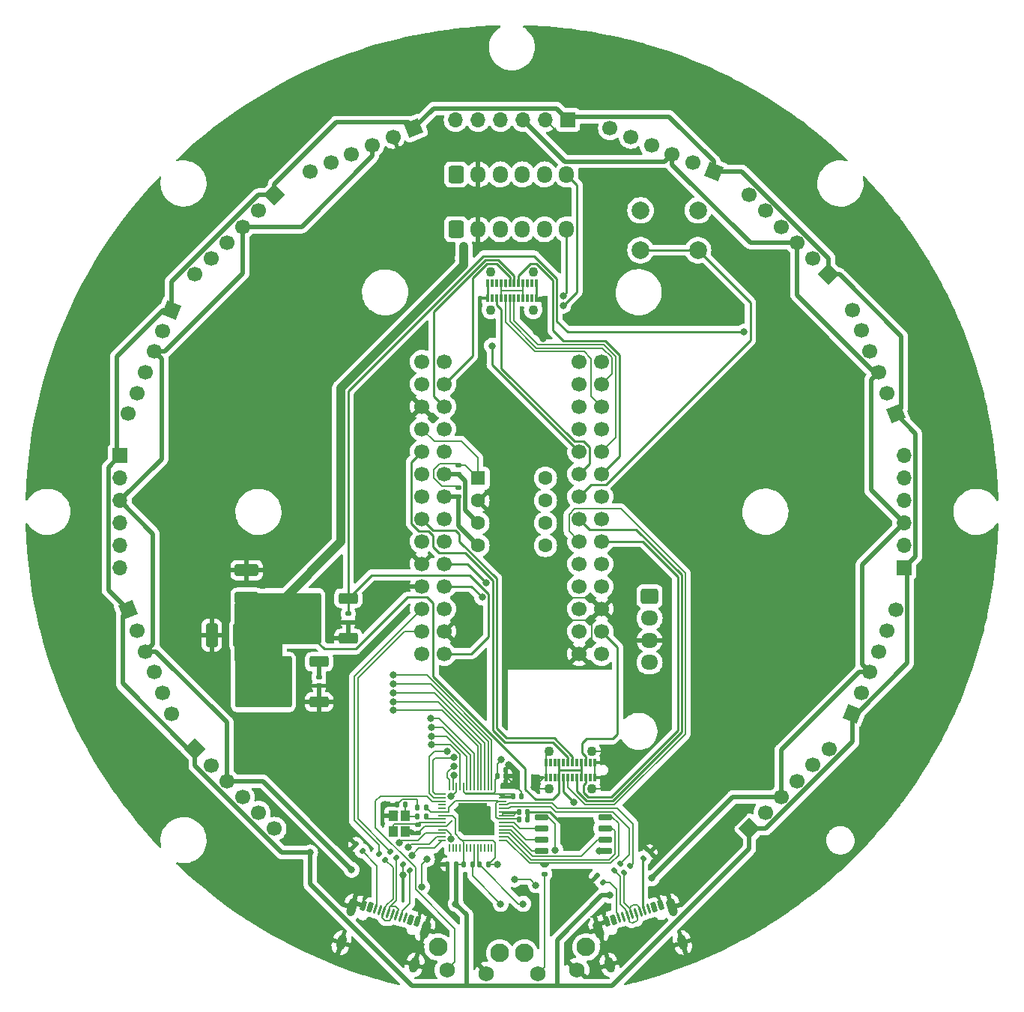
<source format=gbr>
%TF.GenerationSoftware,KiCad,Pcbnew,7.0.11*%
%TF.CreationDate,2025-01-20T01:56:26+09:00*%
%TF.ProjectId,Main,4d61696e-2e6b-4696-9361-645f70636258,rev?*%
%TF.SameCoordinates,Original*%
%TF.FileFunction,Copper,L2,Bot*%
%TF.FilePolarity,Positive*%
%FSLAX46Y46*%
G04 Gerber Fmt 4.6, Leading zero omitted, Abs format (unit mm)*
G04 Created by KiCad (PCBNEW 7.0.11) date 2025-01-20 01:56:26*
%MOMM*%
%LPD*%
G01*
G04 APERTURE LIST*
G04 Aperture macros list*
%AMRoundRect*
0 Rectangle with rounded corners*
0 $1 Rounding radius*
0 $2 $3 $4 $5 $6 $7 $8 $9 X,Y pos of 4 corners*
0 Add a 4 corners polygon primitive as box body*
4,1,4,$2,$3,$4,$5,$6,$7,$8,$9,$2,$3,0*
0 Add four circle primitives for the rounded corners*
1,1,$1+$1,$2,$3*
1,1,$1+$1,$4,$5*
1,1,$1+$1,$6,$7*
1,1,$1+$1,$8,$9*
0 Add four rect primitives between the rounded corners*
20,1,$1+$1,$2,$3,$4,$5,0*
20,1,$1+$1,$4,$5,$6,$7,0*
20,1,$1+$1,$6,$7,$8,$9,0*
20,1,$1+$1,$8,$9,$2,$3,0*%
%AMHorizOval*
0 Thick line with rounded ends*
0 $1 width*
0 $2 $3 position (X,Y) of the first rounded end (center of the circle)*
0 $4 $5 position (X,Y) of the second rounded end (center of the circle)*
0 Add line between two ends*
20,1,$1,$2,$3,$4,$5,0*
0 Add two circle primitives to create the rounded ends*
1,1,$1,$2,$3*
1,1,$1,$4,$5*%
%AMRotRect*
0 Rectangle, with rotation*
0 The origin of the aperture is its center*
0 $1 length*
0 $2 width*
0 $3 Rotation angle, in degrees counterclockwise*
0 Add horizontal line*
21,1,$1,$2,0,0,$3*%
G04 Aperture macros list end*
%TA.AperFunction,ComponentPad*%
%ADD10C,2.000000*%
%TD*%
%TA.AperFunction,ComponentPad*%
%ADD11RoundRect,0.250000X-0.725000X0.600000X-0.725000X-0.600000X0.725000X-0.600000X0.725000X0.600000X0*%
%TD*%
%TA.AperFunction,ComponentPad*%
%ADD12O,1.950000X1.700000*%
%TD*%
%TA.AperFunction,ComponentPad*%
%ADD13R,1.600000X1.600000*%
%TD*%
%TA.AperFunction,ComponentPad*%
%ADD14C,1.600000*%
%TD*%
%TA.AperFunction,ComponentPad*%
%ADD15C,1.700000*%
%TD*%
%TA.AperFunction,SMDPad,CuDef*%
%ADD16RoundRect,0.135000X0.185000X-0.135000X0.185000X0.135000X-0.185000X0.135000X-0.185000X-0.135000X0*%
%TD*%
%TA.AperFunction,SMDPad,CuDef*%
%ADD17RoundRect,0.140000X0.140000X0.170000X-0.140000X0.170000X-0.140000X-0.170000X0.140000X-0.170000X0*%
%TD*%
%TA.AperFunction,ComponentPad*%
%ADD18RotRect,1.700000X1.700000X135.000000*%
%TD*%
%TA.AperFunction,ComponentPad*%
%ADD19HorizOval,1.700000X0.000000X0.000000X0.000000X0.000000X0*%
%TD*%
%TA.AperFunction,SMDPad,CuDef*%
%ADD20RoundRect,0.140000X-0.140000X-0.170000X0.140000X-0.170000X0.140000X0.170000X-0.140000X0.170000X0*%
%TD*%
%TA.AperFunction,SMDPad,CuDef*%
%ADD21RoundRect,0.135000X0.035355X-0.226274X0.226274X-0.035355X-0.035355X0.226274X-0.226274X0.035355X0*%
%TD*%
%TA.AperFunction,ComponentPad*%
%ADD22R,1.700000X1.700000*%
%TD*%
%TA.AperFunction,ComponentPad*%
%ADD23O,1.700000X1.700000*%
%TD*%
%TA.AperFunction,SMDPad,CuDef*%
%ADD24RoundRect,0.135000X0.226274X0.035355X0.035355X0.226274X-0.226274X-0.035355X-0.035355X-0.226274X0*%
%TD*%
%TA.AperFunction,ComponentPad*%
%ADD25RotRect,1.700000X1.700000X315.000000*%
%TD*%
%TA.AperFunction,ComponentPad*%
%ADD26HorizOval,1.700000X0.000000X0.000000X0.000000X0.000000X0*%
%TD*%
%TA.AperFunction,SMDPad,CuDef*%
%ADD27RoundRect,0.135000X-0.135000X-0.185000X0.135000X-0.185000X0.135000X0.185000X-0.135000X0.185000X0*%
%TD*%
%TA.AperFunction,SMDPad,CuDef*%
%ADD28RoundRect,0.050000X0.050000X-0.387500X0.050000X0.387500X-0.050000X0.387500X-0.050000X-0.387500X0*%
%TD*%
%TA.AperFunction,SMDPad,CuDef*%
%ADD29RoundRect,0.050000X0.387500X-0.050000X0.387500X0.050000X-0.387500X0.050000X-0.387500X-0.050000X0*%
%TD*%
%TA.AperFunction,HeatsinkPad*%
%ADD30R,3.200000X3.200000*%
%TD*%
%TA.AperFunction,SMDPad,CuDef*%
%ADD31RoundRect,0.150000X0.020170X0.450242X-0.266912X0.363157X-0.020170X-0.450242X0.266912X-0.363157X0*%
%TD*%
%TA.AperFunction,SMDPad,CuDef*%
%ADD32RoundRect,0.075000X-0.073372X0.500242X-0.216913X0.456699X0.073372X-0.500242X0.216913X-0.456699X0*%
%TD*%
%TA.AperFunction,ComponentPad*%
%ADD33HorizOval,1.000000X-0.116114X0.382776X0.116114X-0.382776X0*%
%TD*%
%TA.AperFunction,ComponentPad*%
%ADD34HorizOval,1.000000X-0.159657X0.526317X0.159657X-0.526317X0*%
%TD*%
%TA.AperFunction,ComponentPad*%
%ADD35C,2.100000*%
%TD*%
%TA.AperFunction,ComponentPad*%
%ADD36C,1.750000*%
%TD*%
%TA.AperFunction,SMDPad,CuDef*%
%ADD37R,1.000000X1.150000*%
%TD*%
%TA.AperFunction,SMDPad,CuDef*%
%ADD38RoundRect,0.140000X-0.170000X0.140000X-0.170000X-0.140000X0.170000X-0.140000X0.170000X0.140000X0*%
%TD*%
%TA.AperFunction,SMDPad,CuDef*%
%ADD39RoundRect,0.135000X0.135000X0.185000X-0.135000X0.185000X-0.135000X-0.185000X0.135000X-0.185000X0*%
%TD*%
%TA.AperFunction,ComponentPad*%
%ADD40RotRect,1.700000X1.700000X337.500000*%
%TD*%
%TA.AperFunction,ComponentPad*%
%ADD41HorizOval,1.700000X0.000000X0.000000X0.000000X0.000000X0*%
%TD*%
%TA.AperFunction,ComponentPad*%
%ADD42RoundRect,0.250000X-0.600000X-0.725000X0.600000X-0.725000X0.600000X0.725000X-0.600000X0.725000X0*%
%TD*%
%TA.AperFunction,ComponentPad*%
%ADD43O,1.700000X1.950000*%
%TD*%
%TA.AperFunction,ComponentPad*%
%ADD44RotRect,1.700000X1.700000X157.500000*%
%TD*%
%TA.AperFunction,ComponentPad*%
%ADD45HorizOval,1.700000X0.000000X0.000000X0.000000X0.000000X0*%
%TD*%
%TA.AperFunction,SMDPad,CuDef*%
%ADD46R,0.300000X0.850000*%
%TD*%
%TA.AperFunction,ComponentPad*%
%ADD47C,1.100000*%
%TD*%
%TA.AperFunction,SMDPad,CuDef*%
%ADD48RoundRect,0.250000X0.850000X0.350000X-0.850000X0.350000X-0.850000X-0.350000X0.850000X-0.350000X0*%
%TD*%
%TA.AperFunction,SMDPad,CuDef*%
%ADD49RoundRect,0.250000X1.275000X1.125000X-1.275000X1.125000X-1.275000X-1.125000X1.275000X-1.125000X0*%
%TD*%
%TA.AperFunction,SMDPad,CuDef*%
%ADD50RoundRect,0.249997X2.950003X2.650003X-2.950003X2.650003X-2.950003X-2.650003X2.950003X-2.650003X0*%
%TD*%
%TA.AperFunction,SMDPad,CuDef*%
%ADD51RoundRect,0.150000X0.650000X0.150000X-0.650000X0.150000X-0.650000X-0.150000X0.650000X-0.150000X0*%
%TD*%
%TA.AperFunction,SMDPad,CuDef*%
%ADD52RoundRect,0.150000X0.266912X0.363157X-0.020170X0.450242X-0.266912X-0.363157X0.020170X-0.450242X0*%
%TD*%
%TA.AperFunction,SMDPad,CuDef*%
%ADD53RoundRect,0.075000X0.216913X0.456699X0.073372X0.500242X-0.216913X-0.456699X-0.073372X-0.500242X0*%
%TD*%
%TA.AperFunction,ComponentPad*%
%ADD54HorizOval,1.000000X0.116114X0.382776X-0.116114X-0.382776X0*%
%TD*%
%TA.AperFunction,ComponentPad*%
%ADD55HorizOval,1.000000X0.159657X0.526317X-0.159657X-0.526317X0*%
%TD*%
%TA.AperFunction,ComponentPad*%
%ADD56RotRect,1.700000X1.700000X225.000000*%
%TD*%
%TA.AperFunction,ComponentPad*%
%ADD57HorizOval,1.700000X0.000000X0.000000X0.000000X0.000000X0*%
%TD*%
%TA.AperFunction,ComponentPad*%
%ADD58RotRect,1.700000X1.700000X22.500000*%
%TD*%
%TA.AperFunction,ComponentPad*%
%ADD59HorizOval,1.700000X0.000000X0.000000X0.000000X0.000000X0*%
%TD*%
%TA.AperFunction,SMDPad,CuDef*%
%ADD60RoundRect,0.250000X1.100000X-0.412500X1.100000X0.412500X-1.100000X0.412500X-1.100000X-0.412500X0*%
%TD*%
%TA.AperFunction,ComponentPad*%
%ADD61RotRect,1.700000X1.700000X112.500000*%
%TD*%
%TA.AperFunction,ComponentPad*%
%ADD62HorizOval,1.700000X0.000000X0.000000X0.000000X0.000000X0*%
%TD*%
%TA.AperFunction,ComponentPad*%
%ADD63RotRect,1.700000X1.700000X67.500000*%
%TD*%
%TA.AperFunction,ComponentPad*%
%ADD64HorizOval,1.700000X0.000000X0.000000X0.000000X0.000000X0*%
%TD*%
%TA.AperFunction,ComponentPad*%
%ADD65RotRect,1.700000X1.700000X202.500000*%
%TD*%
%TA.AperFunction,ComponentPad*%
%ADD66HorizOval,1.700000X0.000000X0.000000X0.000000X0.000000X0*%
%TD*%
%TA.AperFunction,ComponentPad*%
%ADD67RotRect,1.700000X1.700000X45.000000*%
%TD*%
%TA.AperFunction,ComponentPad*%
%ADD68HorizOval,1.700000X0.000000X0.000000X0.000000X0.000000X0*%
%TD*%
%TA.AperFunction,SMDPad,CuDef*%
%ADD69RoundRect,0.250000X0.412500X1.100000X-0.412500X1.100000X-0.412500X-1.100000X0.412500X-1.100000X0*%
%TD*%
%TA.AperFunction,ViaPad*%
%ADD70C,0.800000*%
%TD*%
%TA.AperFunction,ViaPad*%
%ADD71C,0.300000*%
%TD*%
%TA.AperFunction,Conductor*%
%ADD72C,0.200000*%
%TD*%
%TA.AperFunction,Conductor*%
%ADD73C,0.500000*%
%TD*%
%TA.AperFunction,Conductor*%
%ADD74C,0.250000*%
%TD*%
%TA.AperFunction,Conductor*%
%ADD75C,1.000000*%
%TD*%
G04 APERTURE END LIST*
D10*
%TO.P,SW3,1,1*%
%TO.N,/SUB*%
X173460000Y-72020000D03*
X166960000Y-72020000D03*
%TO.P,SW3,2,2*%
%TO.N,+3.3V*%
X173460000Y-67520000D03*
X166960000Y-67520000D03*
%TD*%
D11*
%TO.P,J21,1,Pin_1*%
%TO.N,/CAMTX*%
X167975000Y-111130000D03*
D12*
%TO.P,J21,2,Pin_2*%
%TO.N,/CAMRX*%
X167975000Y-113630000D03*
%TO.P,J21,3,Pin_3*%
%TO.N,GND*%
X167975000Y-116130000D03*
%TO.P,J21,4,Pin_4*%
%TO.N,+12V*%
X167975000Y-118630000D03*
%TD*%
D13*
%TO.P,U6,0,VIN*%
%TO.N,+3.3V*%
X148595000Y-97790000D03*
D14*
%TO.P,U6,1,GND*%
%TO.N,GND*%
X148595000Y-100330000D03*
%TO.P,U6,2,SDA*%
%TO.N,/Main_SDA*%
X148595000Y-102870000D03*
%TO.P,U6,3,SCL*%
%TO.N,/Main_SCL*%
X148595000Y-105410000D03*
%TO.P,U6,4,RESET*%
%TO.N,unconnected-(U6-RESET-Pad4)*%
X156215000Y-105410000D03*
%TO.P,U6,5,INT*%
%TO.N,unconnected-(U6-INT-Pad5)*%
X156215000Y-102870000D03*
%TO.P,U6,6,GND*%
%TO.N,unconnected-(U6-GND-Pad6)*%
X156215000Y-100330000D03*
%TO.P,U6,7,VOUT*%
%TO.N,unconnected-(U6-VOUT-Pad7)*%
X156215000Y-97790000D03*
%TD*%
D15*
%TO.P,U5,1,GND*%
%TO.N,GND*%
X162560000Y-112570000D03*
X160020000Y-117650000D03*
X144780000Y-115110000D03*
X142240000Y-110030000D03*
X142240000Y-107490000D03*
X142240000Y-89710000D03*
%TO.P,U5,2,0_RX1_CRX2_CS1*%
%TO.N,/CAMRX*%
X160020000Y-115110000D03*
%TO.P,U5,3,1_TX1_CTX2_MISO1*%
%TO.N,/CAMTX*%
X160020000Y-112570000D03*
%TO.P,U5,4,2_OUT2*%
%TO.N,Net-(BZ1--)*%
X160020000Y-110030000D03*
%TO.P,U5,5,3_LRCLK2*%
%TO.N,/Line_NeoPixel*%
X160020000Y-107490000D03*
%TO.P,U5,6,4_BCLK2*%
%TO.N,/NeoPixel*%
X160020000Y-104950000D03*
%TO.P,U5,7,5_IN2*%
%TO.N,/START*%
X160020000Y-102410000D03*
%TO.P,U5,8,6_OUT1D*%
%TO.N,/SUB*%
X160020000Y-99870000D03*
%TO.P,U5,9,7_RX2_OUT1A*%
%TO.N,/MDRX*%
X160020000Y-97330000D03*
%TO.P,U5,10,8_TX2_IN1*%
%TO.N,/MDTX*%
X160020000Y-94790000D03*
%TO.P,U5,11,9_OUT1C*%
%TO.N,/T_CS*%
X160020000Y-92250000D03*
%TO.P,U5,12,10_CS_MQSR*%
%TO.N,/CS*%
X160020000Y-89710000D03*
%TO.P,U5,13,11_MOSI_CTX1*%
%TO.N,/MOSI*%
X160020000Y-87170000D03*
%TO.P,U5,14,12_MISO_MQSL*%
%TO.N,/MISO*%
X160020000Y-84630000D03*
%TO.P,U5,15,VBAT*%
%TO.N,unconnected-(U5-VBAT-Pad15)*%
X162560000Y-84630000D03*
%TO.P,U5,18,PROGRAM*%
%TO.N,unconnected-(U5-PROGRAM-Pad18)*%
X142240000Y-87170000D03*
%TO.P,U5,19,ON_OFF*%
%TO.N,unconnected-(U5-ON_OFF-Pad19)*%
X142240000Y-84630000D03*
%TO.P,U5,20,13_SCK_CRX1_LED*%
%TO.N,/SCK*%
X144780000Y-84630000D03*
%TO.P,U5,21,14_A0_TX3_SPDIF_OUT*%
%TO.N,/LineTX*%
X144780000Y-87170000D03*
%TO.P,U5,22,15_A1_RX3_SPDIF_IN*%
%TO.N,/LineRX*%
X144780000Y-89710000D03*
%TO.P,U5,23,16_A2_RX4_SCL1*%
%TO.N,/UART_RX*%
X144780000Y-92250000D03*
%TO.P,U5,24,17_A3_TX4_SDA1*%
%TO.N,/UART_TX*%
X144780000Y-94790000D03*
%TO.P,U5,25,18_A4_SDA0*%
%TO.N,/Main_SDA*%
X144780000Y-97330000D03*
%TO.P,U5,26,19_A5_SCL0*%
%TO.N,/Main_SCL*%
X144780000Y-99870000D03*
%TO.P,U5,27,20_A6_TX5_LRCLK1*%
%TO.N,/ToF_TX*%
X144780000Y-102410000D03*
%TO.P,U5,28,21_A7_RX5_BCLK1*%
%TO.N,/ToF_RX*%
X144780000Y-104950000D03*
%TO.P,U5,29,22_A8_CTX1*%
%TO.N,/Touch_F*%
X144780000Y-107490000D03*
%TO.P,U5,30,23_A9_CRX1_MCLK1*%
%TO.N,/Touch_B*%
X144780000Y-110030000D03*
%TO.P,U5,31,3V3*%
%TO.N,unconnected-(U5-3V3-Pad31)*%
X162560000Y-107490000D03*
X144780000Y-112570000D03*
%TO.N,+3.3V*%
X142240000Y-92250000D03*
%TO.P,U5,33,VIN*%
%TO.N,+5V*%
X144780000Y-117650000D03*
%TO.P,U5,34,VUSB*%
%TO.N,unconnected-(U5-VUSB-Pad34)*%
X142240000Y-117650000D03*
%TO.P,U5,35,24_A10_TX6_SCL2*%
%TO.N,/TweTX*%
X142240000Y-94790000D03*
%TO.P,U5,36,25_A11_RX6_SDA2*%
%TO.N,/TweRX*%
X142240000Y-102410000D03*
%TO.P,U5,37,26_A12_MOSI1*%
%TO.N,/RESET*%
X142240000Y-99870000D03*
%TO.P,U5,38,27_A13_SCK1*%
%TO.N,/DC*%
X142240000Y-104950000D03*
%TO.P,U5,39,28_RX7*%
%TO.N,/MouseRX*%
X142240000Y-97330000D03*
%TO.P,U5,40,29_TX7*%
%TO.N,/MouseTX*%
X162560000Y-97330000D03*
%TO.P,U5,41,30_CRX3*%
%TO.N,/FET1*%
X162560000Y-87170000D03*
%TO.P,U5,42,31_CTX3*%
%TO.N,/FET2*%
X162560000Y-94790000D03*
%TO.P,U5,43,32_OUT1B*%
%TO.N,/FET3*%
X162560000Y-89710000D03*
%TO.P,U5,44,33_MCLK2*%
%TO.N,/SUB_Ind*%
X162560000Y-92250000D03*
%TO.P,U5,45,34_DAT1_MISO2*%
%TO.N,/SD\uFF3FMISO*%
X162560000Y-117650000D03*
%TO.P,U5,46,35_DAT0_MOSI2*%
%TO.N,/SD\uFF3FMOSI*%
X162560000Y-115110000D03*
%TO.P,U5,48,36_CLK_CS2*%
%TO.N,/SD\uFF3FCS*%
X162560000Y-110030000D03*
%TO.P,U5,50,37_CMD_SCK2*%
%TO.N,/SD\uFF3FSCK*%
X162560000Y-104950000D03*
%TO.P,U5,51,38_DAT3_RX5*%
%TO.N,unconnected-(U5-38_DAT3_RX5-Pad51)*%
X162560000Y-102410000D03*
%TO.P,U5,52,39_DAT2_TX5*%
%TO.N,unconnected-(U5-39_DAT2_TX5-Pad52)*%
X162560000Y-99870000D03*
%TO.P,U5,53,D-*%
%TO.N,/TD-*%
X142240000Y-115110000D03*
%TO.P,U5,54,D+*%
%TO.N,/TD+*%
X142240000Y-112570000D03*
%TD*%
D16*
%TO.P,R1,1*%
%TO.N,/BOOT*%
X156130000Y-142520000D03*
%TO.P,R1,2*%
%TO.N,Net-(U1-~{CS})*%
X156130000Y-141500000D03*
%TD*%
D17*
%TO.P,C10,1*%
%TO.N,+3.3V*%
X146108000Y-141480000D03*
%TO.P,C10,2*%
%TO.N,GND*%
X145148000Y-141480000D03*
%TD*%
D18*
%TO.P,J13,1,Pin_1*%
%TO.N,+3.3V*%
X125583433Y-65785280D03*
D19*
%TO.P,J13,2,Pin_2*%
%TO.N,GND*%
X123787382Y-67581331D03*
%TO.P,J13,3,Pin_3*%
%TO.N,/SCL*%
X121991331Y-69377382D03*
%TO.P,J13,4,Pin_4*%
%TO.N,/SDA*%
X120195279Y-71173434D03*
%TO.P,J13,5,Pin_5*%
%TO.N,unconnected-(J13-Pin_5-Pad5)*%
X118399228Y-72969485D03*
%TO.P,J13,6,Pin_6*%
%TO.N,/15*%
X116603177Y-74765536D03*
%TD*%
D20*
%TO.P,C2,1*%
%TO.N,GND*%
X139440000Y-134720000D03*
%TO.P,C2,2*%
%TO.N,Net-(C2-Pad2)*%
X140400000Y-134720000D03*
%TD*%
D21*
%TO.P,R3,1*%
%TO.N,Net-(J1-CC1)*%
X167309376Y-140760624D03*
%TO.P,R3,2*%
%TO.N,GND*%
X168030624Y-140039376D03*
%TD*%
D22*
%TO.P,J2,1,Pin_1*%
%TO.N,+3.3V*%
X158770000Y-57295000D03*
D23*
%TO.P,J2,2,Pin_2*%
%TO.N,GND*%
X156230000Y-57295000D03*
%TO.P,J2,3,Pin_3*%
%TO.N,/SCL*%
X153690000Y-57295000D03*
%TO.P,J2,4,Pin_4*%
%TO.N,/SDA*%
X151150000Y-57295000D03*
%TO.P,J2,5,Pin_5*%
%TO.N,unconnected-(J2-Pin_5-Pad5)*%
X148610000Y-57295000D03*
%TO.P,J2,6,Pin_6*%
%TO.N,/1*%
X146070000Y-57295000D03*
%TD*%
D24*
%TO.P,R10,1*%
%TO.N,Net-(J20-CC2)*%
X135500624Y-139910624D03*
%TO.P,R10,2*%
%TO.N,GND*%
X134779376Y-139189376D03*
%TD*%
D25*
%TO.P,J11,1,Pin_1*%
%TO.N,+3.3V*%
X179267352Y-137414462D03*
D26*
%TO.P,J11,2,Pin_2*%
%TO.N,GND*%
X181063403Y-135618411D03*
%TO.P,J11,3,Pin_3*%
%TO.N,/SCL*%
X182859454Y-133822360D03*
%TO.P,J11,4,Pin_4*%
%TO.N,/SDA*%
X184655506Y-132026308D03*
%TO.P,J11,5,Pin_5*%
%TO.N,unconnected-(J11-Pin_5-Pad5)*%
X186451557Y-130230257D03*
%TO.P,J11,6,Pin_6*%
%TO.N,/7*%
X188247608Y-128434206D03*
%TD*%
D27*
%TO.P,R8,1*%
%TO.N,/SDA*%
X148740000Y-141478000D03*
%TO.P,R8,2*%
%TO.N,+3.3V*%
X149760000Y-141478000D03*
%TD*%
D24*
%TO.P,R9,1*%
%TO.N,Net-(J20-CC1)*%
X140870624Y-142170624D03*
%TO.P,R9,2*%
%TO.N,GND*%
X140149376Y-141449376D03*
%TD*%
D28*
%TO.P,U2,1,IOVDD*%
%TO.N,+3.3V*%
X150546500Y-139559500D03*
%TO.P,U2,2,GPIO0*%
%TO.N,unconnected-(U2-GPIO0-Pad2)*%
X150146500Y-139559500D03*
%TO.P,U2,3,GPIO1*%
%TO.N,unconnected-(U2-GPIO1-Pad3)*%
X149746500Y-139559500D03*
%TO.P,U2,4,GPIO2*%
%TO.N,unconnected-(U2-GPIO2-Pad4)*%
X149346500Y-139559500D03*
%TO.P,U2,5,GPIO3*%
%TO.N,unconnected-(U2-GPIO3-Pad5)*%
X148946500Y-139559500D03*
%TO.P,U2,6,GPIO4*%
%TO.N,/SDA*%
X148546500Y-139559500D03*
%TO.P,U2,7,GPIO5*%
%TO.N,/SCL*%
X148146500Y-139559500D03*
%TO.P,U2,8,GPIO6*%
%TO.N,unconnected-(U2-GPIO6-Pad8)*%
X147746500Y-139559500D03*
%TO.P,U2,9,GPIO7*%
%TO.N,unconnected-(U2-GPIO7-Pad9)*%
X147346500Y-139559500D03*
%TO.P,U2,10,IOVDD*%
%TO.N,+3.3V*%
X146946500Y-139559500D03*
%TO.P,U2,11,GPIO8*%
%TO.N,unconnected-(U2-GPIO8-Pad11)*%
X146546500Y-139559500D03*
%TO.P,U2,12,GPIO9*%
%TO.N,unconnected-(U2-GPIO9-Pad12)*%
X146146500Y-139559500D03*
%TO.P,U2,13,GPIO10*%
%TO.N,unconnected-(U2-GPIO10-Pad13)*%
X145746500Y-139559500D03*
%TO.P,U2,14,GPIO11*%
%TO.N,unconnected-(U2-GPIO11-Pad14)*%
X145346500Y-139559500D03*
D29*
%TO.P,U2,15,GPIO12*%
%TO.N,/ToF_RX*%
X144509000Y-138722000D03*
%TO.P,U2,16,GPIO13*%
%TO.N,/ToF_TX*%
X144509000Y-138322000D03*
%TO.P,U2,17,GPIO14*%
%TO.N,/1*%
X144509000Y-137922000D03*
%TO.P,U2,18,GPIO15*%
%TO.N,/2*%
X144509000Y-137522000D03*
%TO.P,U2,19,TESTEN*%
%TO.N,GND*%
X144509000Y-137122000D03*
%TO.P,U2,20,XIN*%
%TO.N,Net-(U2-XIN)*%
X144509000Y-136722000D03*
%TO.P,U2,21,XOUT*%
%TO.N,Net-(U2-XOUT)*%
X144509000Y-136322000D03*
%TO.P,U2,22,IOVDD*%
%TO.N,+3.3V*%
X144509000Y-135922000D03*
%TO.P,U2,23,DVDD*%
%TO.N,+1V1*%
X144509000Y-135522000D03*
%TO.P,U2,24,SWCLK*%
%TO.N,unconnected-(U2-SWCLK-Pad24)*%
X144509000Y-135122000D03*
%TO.P,U2,25,SWD*%
%TO.N,unconnected-(U2-SWD-Pad25)*%
X144509000Y-134722000D03*
%TO.P,U2,26,RUN*%
%TO.N,/RUN*%
X144509000Y-134322000D03*
%TO.P,U2,27,GPIO16*%
%TO.N,/3*%
X144509000Y-133922000D03*
%TO.P,U2,28,GPIO17*%
%TO.N,/4*%
X144509000Y-133522000D03*
D28*
%TO.P,U2,29,GPIO18*%
%TO.N,/5*%
X145346500Y-132684500D03*
%TO.P,U2,30,GPIO19*%
%TO.N,/6*%
X145746500Y-132684500D03*
%TO.P,U2,31,GPIO20*%
%TO.N,/7*%
X146146500Y-132684500D03*
%TO.P,U2,32,GPIO21*%
%TO.N,/8*%
X146546500Y-132684500D03*
%TO.P,U2,33,IOVDD*%
%TO.N,+3.3V*%
X146946500Y-132684500D03*
%TO.P,U2,34,GPIO22*%
%TO.N,/9*%
X147346500Y-132684500D03*
%TO.P,U2,35,GPIO23*%
%TO.N,/10*%
X147746500Y-132684500D03*
%TO.P,U2,36,GPIO24*%
%TO.N,/11*%
X148146500Y-132684500D03*
%TO.P,U2,37,GPIO25*%
%TO.N,/12*%
X148546500Y-132684500D03*
%TO.P,U2,38,GPIO26_ADC0*%
%TO.N,/13*%
X148946500Y-132684500D03*
%TO.P,U2,39,GPIO27_ADC1*%
%TO.N,/14*%
X149346500Y-132684500D03*
%TO.P,U2,40,GPIO28_ADC2*%
%TO.N,/15*%
X149746500Y-132684500D03*
%TO.P,U2,41,GPIO29_ADC3*%
%TO.N,/16*%
X150146500Y-132684500D03*
%TO.P,U2,42,IOVDD*%
%TO.N,+3.3V*%
X150546500Y-132684500D03*
D29*
%TO.P,U2,43,ADC_AVDD*%
X151384000Y-133522000D03*
%TO.P,U2,44,VREG_IN*%
X151384000Y-133922000D03*
%TO.P,U2,45,VREG_VOUT*%
%TO.N,+1V1*%
X151384000Y-134322000D03*
%TO.P,U2,46,USB_DM*%
%TO.N,/D-*%
X151384000Y-134722000D03*
%TO.P,U2,47,USB_DP*%
%TO.N,/D+*%
X151384000Y-135122000D03*
%TO.P,U2,48,USB_VDD*%
%TO.N,+3.3V*%
X151384000Y-135522000D03*
%TO.P,U2,49,IOVDD*%
X151384000Y-135922000D03*
%TO.P,U2,50,DVDD*%
%TO.N,+1V1*%
X151384000Y-136322000D03*
%TO.P,U2,51,QSPI_SD3*%
%TO.N,Net-(U1-IO3)*%
X151384000Y-136722000D03*
%TO.P,U2,52,QSPI_SCLK*%
%TO.N,Net-(U1-CLK)*%
X151384000Y-137122000D03*
%TO.P,U2,53,QSPI_SD0*%
%TO.N,Net-(U1-DI(IO0))*%
X151384000Y-137522000D03*
%TO.P,U2,54,QSPI_SD2*%
%TO.N,Net-(U1-IO2)*%
X151384000Y-137922000D03*
%TO.P,U2,55,QSPI_SD1*%
%TO.N,Net-(U1-DO(IO1))*%
X151384000Y-138322000D03*
%TO.P,U2,56,QSPI_SS*%
%TO.N,Net-(U1-~{CS})*%
X151384000Y-138722000D03*
D30*
%TO.P,U2,57,GND*%
%TO.N,GND*%
X147946500Y-136122000D03*
%TD*%
D31*
%TO.P,J1,A1,GND*%
%TO.N,GND*%
X169263153Y-146066996D03*
%TO.P,J1,A4,VBUS*%
%TO.N,unconnected-(J1-VBUS-PadA4)*%
X168497601Y-146299223D03*
D32*
%TO.P,J1,A5,CC1*%
%TO.N,Net-(J1-CC1)*%
X167397120Y-146633051D03*
%TO.P,J1,A6,D+*%
%TO.N,Net-(J1-D+-PadA6)*%
X166440179Y-146923335D03*
%TO.P,J1,A7,D-*%
%TO.N,Net-(J1-D--PadA7)*%
X165961709Y-147068478D03*
%TO.P,J1,A8,SBU1*%
%TO.N,unconnected-(J1-SBU1-PadA8)*%
X165004769Y-147358762D03*
D31*
%TO.P,J1,A9,VBUS*%
%TO.N,unconnected-(J1-VBUS-PadA4)*%
X163904288Y-147692590D03*
%TO.P,J1,A12,GND*%
%TO.N,GND*%
X163138735Y-147924818D03*
%TO.P,J1,B1,GND*%
X163138735Y-147924818D03*
%TO.P,J1,B4,VBUS*%
%TO.N,unconnected-(J1-VBUS-PadA4)*%
X163904288Y-147692590D03*
D32*
%TO.P,J1,B5,CC2*%
%TO.N,Net-(J1-CC2)*%
X164526299Y-147503905D03*
%TO.P,J1,B6,D+*%
%TO.N,Net-(J1-D+-PadA6)*%
X165483239Y-147213620D03*
%TO.P,J1,B7,D-*%
%TO.N,Net-(J1-D--PadA7)*%
X166918650Y-146778193D03*
%TO.P,J1,B8,SBU2*%
%TO.N,unconnected-(J1-SBU2-PadB8)*%
X167875590Y-146487908D03*
D31*
%TO.P,J1,B9,VBUS*%
%TO.N,unconnected-(J1-VBUS-PadA4)*%
X168497601Y-146299223D03*
%TO.P,J1,B12,GND*%
%TO.N,GND*%
X169263153Y-146066996D03*
D33*
%TO.P,J1,S1,SHIELD*%
X171715230Y-150292128D03*
D34*
X170501840Y-146292117D03*
D33*
X163447266Y-152800188D03*
D34*
X162233876Y-148800177D03*
%TD*%
D22*
%TO.P,J3,1,Pin_1*%
%TO.N,+3.3V*%
X196730264Y-107944480D03*
D23*
%TO.P,J3,2,Pin_2*%
%TO.N,GND*%
X196730264Y-105404480D03*
%TO.P,J3,3,Pin_3*%
%TO.N,/SCL*%
X196730264Y-102864480D03*
%TO.P,J3,4,Pin_4*%
%TO.N,/SDA*%
X196730264Y-100324480D03*
%TO.P,J3,5,Pin_5*%
%TO.N,unconnected-(J3-Pin_5-Pad5)*%
X196730264Y-97784480D03*
%TO.P,J3,6,Pin_6*%
%TO.N,/5*%
X196730264Y-95244480D03*
%TD*%
D20*
%TO.P,C11,1*%
%TO.N,+3.3V*%
X150770000Y-131490000D03*
%TO.P,C11,2*%
%TO.N,GND*%
X151730000Y-131490000D03*
%TD*%
D35*
%TO.P,SW1,*%
%TO.N,*%
X144073727Y-150785737D03*
X151049972Y-151472837D03*
D36*
%TO.P,SW1,1,1*%
%TO.N,/RUN*%
X145073645Y-153386268D03*
%TO.P,SW1,2,2*%
%TO.N,GND*%
X149551976Y-153827345D03*
%TD*%
D37*
%TO.P,Y1,1,1*%
%TO.N,Net-(C2-Pad2)*%
X140390000Y-135985000D03*
%TO.P,Y1,2,2*%
%TO.N,GND*%
X140390000Y-137735000D03*
%TO.P,Y1,3,3*%
%TO.N,Net-(U2-XIN)*%
X138990000Y-137735000D03*
%TO.P,Y1,4,4*%
%TO.N,GND*%
X138990000Y-135985000D03*
%TD*%
D38*
%TO.P,C5,1*%
%TO.N,+5V*%
X133930000Y-113110000D03*
%TO.P,C5,2*%
%TO.N,GND*%
X133930000Y-114070000D03*
%TD*%
D24*
%TO.P,R11,1*%
%TO.N,Net-(J20-D--PadA7)*%
X139380624Y-140700624D03*
%TO.P,R11,2*%
%TO.N,/TD-*%
X138659376Y-139979376D03*
%TD*%
D38*
%TO.P,C6,1*%
%TO.N,+3.3V*%
X130620000Y-120300000D03*
%TO.P,C6,2*%
%TO.N,GND*%
X130620000Y-121260000D03*
%TD*%
D39*
%TO.P,R2,1*%
%TO.N,Net-(U2-XOUT)*%
X142750000Y-136040000D03*
%TO.P,R2,2*%
%TO.N,Net-(C2-Pad2)*%
X141730000Y-136040000D03*
%TD*%
D24*
%TO.P,R4,1*%
%TO.N,Net-(J1-CC2)*%
X162730000Y-143470000D03*
%TO.P,R4,2*%
%TO.N,GND*%
X162008752Y-142748752D03*
%TD*%
D40*
%TO.P,J7,1,Pin_1*%
%TO.N,+3.3V*%
X190929780Y-124416266D03*
D41*
%TO.P,J7,2,Pin_2*%
%TO.N,GND*%
X191901796Y-122069612D03*
%TO.P,J7,3,Pin_3*%
%TO.N,/SCL*%
X192873812Y-119722958D03*
%TO.P,J7,4,Pin_4*%
%TO.N,/SDA*%
X193845828Y-117376304D03*
%TO.P,J7,5,Pin_5*%
%TO.N,unconnected-(J7-Pin_5-Pad5)*%
X194817844Y-115029650D03*
%TO.P,J7,6,Pin_6*%
%TO.N,/6*%
X195789860Y-112682996D03*
%TD*%
D20*
%TO.P,C12,1*%
%TO.N,+3.3V*%
X152520000Y-133720000D03*
%TO.P,C12,2*%
%TO.N,GND*%
X153480000Y-133720000D03*
%TD*%
D42*
%TO.P,J23,1,Pin_1*%
%TO.N,+3.3V*%
X146110000Y-63470000D03*
D43*
%TO.P,J23,2,Pin_2*%
%TO.N,GND*%
X148610000Y-63470000D03*
%TO.P,J23,3,Pin_3*%
%TO.N,+3.3V*%
X151110000Y-63470000D03*
%TO.P,J23,4,Pin_4*%
%TO.N,Net-(J23-Pin_4)*%
X153610000Y-63470000D03*
%TO.P,J23,5,Pin_5*%
X156110000Y-63470000D03*
%TO.P,J23,6,Pin_6*%
%TO.N,/Touch_B*%
X158610000Y-63470000D03*
%TD*%
D21*
%TO.P,R5,1*%
%TO.N,Net-(J1-D--PadA7)*%
X165079376Y-142380624D03*
%TO.P,R5,2*%
%TO.N,/D-*%
X165800624Y-141659376D03*
%TD*%
D20*
%TO.P,C8,1*%
%TO.N,+1V1*%
X153220000Y-136360000D03*
%TO.P,C8,2*%
%TO.N,GND*%
X154180000Y-136360000D03*
%TD*%
D44*
%TO.P,J9,1,Pin_1*%
%TO.N,+3.3V*%
X113921005Y-78783477D03*
D45*
%TO.P,J9,2,Pin_2*%
%TO.N,GND*%
X112948989Y-81130131D03*
%TO.P,J9,3,Pin_3*%
%TO.N,/SCL*%
X111976973Y-83476785D03*
%TO.P,J9,4,Pin_4*%
%TO.N,/SDA*%
X111004957Y-85823439D03*
%TO.P,J9,5,Pin_5*%
%TO.N,unconnected-(J9-Pin_5-Pad5)*%
X110032941Y-88170093D03*
%TO.P,J9,6,Pin_6*%
%TO.N,/14*%
X109060925Y-90516747D03*
%TD*%
D46*
%TO.P,J19,A1,GND*%
%TO.N,GND*%
X161760000Y-129950000D03*
%TO.P,J19,A2,SSTXP1*%
%TO.N,/SD\uFF3FCS*%
X161260000Y-129950000D03*
%TO.P,J19,A3,SSTXN1*%
%TO.N,/SD\uFF3FMOSI*%
X160760000Y-129950000D03*
%TO.P,J19,A4,VBUS*%
%TO.N,+12V*%
X160260000Y-129950000D03*
%TO.P,J19,A5,CC1*%
%TO.N,/MISO*%
X159760000Y-129950000D03*
%TO.P,J19,A6,DP1*%
%TO.N,/TweRX*%
X159260000Y-129950000D03*
%TO.P,J19,A7,DN1*%
%TO.N,/TweTX*%
X158760000Y-129950000D03*
%TO.P,J19,A8,SBU1*%
%TO.N,/MOSI*%
X158260000Y-129950000D03*
%TO.P,J19,A9,VBUS*%
%TO.N,+12V*%
X157760000Y-129950000D03*
%TO.P,J19,A10,SSRXN2*%
%TO.N,/T_CS*%
X157260000Y-129950000D03*
%TO.P,J19,A11,SSRXP2*%
%TO.N,/SCK*%
X156760000Y-129950000D03*
%TO.P,J19,A12,GND*%
%TO.N,GND*%
X156260000Y-129950000D03*
%TO.P,J19,B1,GND*%
X156260000Y-131620000D03*
%TO.P,J19,B2,SSTXP2*%
%TO.N,/DC*%
X156760000Y-131620000D03*
%TO.P,J19,B3,SSTXN2*%
%TO.N,/RESET*%
X157260000Y-131620000D03*
%TO.P,J19,B4,VBUS*%
%TO.N,+12V*%
X157760000Y-131620000D03*
%TO.P,J19,B5,CC2*%
%TO.N,/CS*%
X158260000Y-131620000D03*
%TO.P,J19,B6,DP2*%
%TO.N,/NeoPixel*%
X158760000Y-131620000D03*
%TO.P,J19,B7,DN2*%
%TO.N,unconnected-(J19-DN2-PadB7)*%
X159260000Y-131620000D03*
%TO.P,J19,B8,SBU2*%
%TO.N,/START*%
X159760000Y-131620000D03*
%TO.P,J19,B9,VBUS*%
%TO.N,+12V*%
X160260000Y-131620000D03*
%TO.P,J19,B10,SSRXN1*%
%TO.N,/SD\uFF3FSCK*%
X160760000Y-131620000D03*
%TO.P,J19,B11,SSRXP1*%
%TO.N,/SD\uFF3FMISO*%
X161260000Y-131620000D03*
%TO.P,J19,B12,GND*%
%TO.N,GND*%
X161760000Y-131620000D03*
D47*
%TO.P,J19,S1*%
X161410000Y-132935000D03*
X161410000Y-128635000D03*
X156610000Y-132935000D03*
X156610000Y-128635000D03*
%TD*%
D48*
%TO.P,U3,1,GND*%
%TO.N,GND*%
X133930000Y-115922500D03*
%TO.P,U3,2,VO*%
%TO.N,+5V*%
X133930000Y-111362500D03*
D49*
%TO.P,U3,3,VI*%
%TO.N,+12V*%
X129305000Y-115167500D03*
X129305000Y-112117500D03*
D50*
X127630000Y-113642500D03*
D49*
X125955000Y-115167500D03*
X125955000Y-112117500D03*
%TD*%
D17*
%TO.P,C7,1*%
%TO.N,+1V1*%
X142720000Y-135020000D03*
%TO.P,C7,2*%
%TO.N,GND*%
X141760000Y-135020000D03*
%TD*%
D16*
%TO.P,R14,1*%
%TO.N,/Main_SCL*%
X146350000Y-99850000D03*
%TO.P,R14,2*%
%TO.N,+3.3V*%
X146350000Y-98830000D03*
%TD*%
D51*
%TO.P,U1,1,~{CS}*%
%TO.N,Net-(U1-~{CS})*%
X162960500Y-136113500D03*
%TO.P,U1,2,DO(IO1)*%
%TO.N,Net-(U1-DO(IO1))*%
X162960500Y-137383500D03*
%TO.P,U1,3,IO2*%
%TO.N,Net-(U1-IO2)*%
X162960500Y-138653500D03*
%TO.P,U1,4,GND*%
%TO.N,GND*%
X162960500Y-139923500D03*
%TO.P,U1,5,DI(IO0)*%
%TO.N,Net-(U1-DI(IO0))*%
X155760500Y-139923500D03*
%TO.P,U1,6,CLK*%
%TO.N,Net-(U1-CLK)*%
X155760500Y-138653500D03*
%TO.P,U1,7,IO3*%
%TO.N,Net-(U1-IO3)*%
X155760500Y-137383500D03*
%TO.P,U1,8,VCC*%
%TO.N,+3.3V*%
X155760500Y-136113500D03*
%TD*%
D48*
%TO.P,U4,1,GND*%
%TO.N,GND*%
X130625000Y-123105000D03*
%TO.P,U4,2,VO*%
%TO.N,+3.3V*%
X130625000Y-118545000D03*
D49*
%TO.P,U4,3,VI*%
%TO.N,+12V*%
X126000000Y-122350000D03*
X126000000Y-119300000D03*
D50*
X124325000Y-120825000D03*
D49*
X122650000Y-122350000D03*
X122650000Y-119300000D03*
%TD*%
D38*
%TO.P,C1,1*%
%TO.N,Net-(U2-XIN)*%
X141770000Y-136940000D03*
%TO.P,C1,2*%
%TO.N,GND*%
X141770000Y-137900000D03*
%TD*%
D52*
%TO.P,J20,A1,GND*%
%TO.N,GND*%
X141720869Y-147927493D03*
%TO.P,J20,A4,VBUS*%
%TO.N,unconnected-(J20-VBUS-PadA4)*%
X140955316Y-147695265D03*
D53*
%TO.P,J20,A5,CC1*%
%TO.N,Net-(J20-CC1)*%
X139854835Y-147361437D03*
%TO.P,J20,A6,D+*%
%TO.N,Net-(J20-D+-PadA6)*%
X138897895Y-147071153D03*
%TO.P,J20,A7,D-*%
%TO.N,Net-(J20-D--PadA7)*%
X138419425Y-146926010D03*
%TO.P,J20,A8,SBU1*%
%TO.N,unconnected-(J20-SBU1-PadA8)*%
X137462484Y-146635726D03*
D52*
%TO.P,J20,A9,VBUS*%
%TO.N,unconnected-(J20-VBUS-PadA4)*%
X136362003Y-146301898D03*
%TO.P,J20,A12,GND*%
%TO.N,GND*%
X135596451Y-146069671D03*
%TO.P,J20,B1,GND*%
X135596451Y-146069671D03*
%TO.P,J20,B4,VBUS*%
%TO.N,unconnected-(J20-VBUS-PadA4)*%
X136362003Y-146301898D03*
D53*
%TO.P,J20,B5,CC2*%
%TO.N,Net-(J20-CC2)*%
X136984014Y-146490583D03*
%TO.P,J20,B6,D+*%
%TO.N,Net-(J20-D+-PadA6)*%
X137940954Y-146780868D03*
%TO.P,J20,B7,D-*%
%TO.N,Net-(J20-D--PadA7)*%
X139376365Y-147216295D03*
%TO.P,J20,B8,SBU2*%
%TO.N,unconnected-(J20-SBU2-PadB8)*%
X140333305Y-147506580D03*
D52*
%TO.P,J20,B9,VBUS*%
%TO.N,unconnected-(J20-VBUS-PadA4)*%
X140955316Y-147695265D03*
%TO.P,J20,B12,GND*%
%TO.N,GND*%
X141720869Y-147927493D03*
D54*
%TO.P,J20,S1,SHIELD*%
X141412338Y-152802863D03*
D55*
X142625728Y-148802852D03*
D54*
X133144374Y-150294803D03*
D55*
X134357764Y-146294792D03*
%TD*%
D56*
%TO.P,J12,1,Pin_1*%
%TO.N,+3.3V*%
X116610802Y-128441831D03*
D57*
%TO.P,J12,2,Pin_2*%
%TO.N,GND*%
X118406853Y-130237882D03*
%TO.P,J12,3,Pin_3*%
%TO.N,/SCL*%
X120202904Y-132033933D03*
%TO.P,J12,4,Pin_4*%
%TO.N,/SDA*%
X121998956Y-133829985D03*
%TO.P,J12,5,Pin_5*%
%TO.N,unconnected-(J12-Pin_5-Pad5)*%
X123795007Y-135626036D03*
%TO.P,J12,6,Pin_6*%
%TO.N,/11*%
X125591058Y-137422087D03*
%TD*%
D39*
%TO.P,R7,1*%
%TO.N,/SCL*%
X147970000Y-141478000D03*
%TO.P,R7,2*%
%TO.N,+3.3V*%
X146950000Y-141478000D03*
%TD*%
D21*
%TO.P,R6,1*%
%TO.N,Net-(J1-D+-PadA6)*%
X163977376Y-142092624D03*
%TO.P,R6,2*%
%TO.N,/D+*%
X164698624Y-141371376D03*
%TD*%
D22*
%TO.P,J5,1,Pin_1*%
%TO.N,+3.3V*%
X108120521Y-95255263D03*
D23*
%TO.P,J5,2,Pin_2*%
%TO.N,GND*%
X108120521Y-97795263D03*
%TO.P,J5,3,Pin_3*%
%TO.N,/SCL*%
X108120521Y-100335263D03*
%TO.P,J5,4,Pin_4*%
%TO.N,/SDA*%
X108120521Y-102875263D03*
%TO.P,J5,5,Pin_5*%
%TO.N,unconnected-(J5-Pin_5-Pad5)*%
X108120521Y-105415263D03*
%TO.P,J5,6,Pin_6*%
%TO.N,/13*%
X108120521Y-107955263D03*
%TD*%
D58*
%TO.P,J15,1,Pin_1*%
%TO.N,+3.3V*%
X195785733Y-90506785D03*
D59*
%TO.P,J15,2,Pin_2*%
%TO.N,GND*%
X194813717Y-88160131D03*
%TO.P,J15,3,Pin_3*%
%TO.N,/SCL*%
X193841701Y-85813477D03*
%TO.P,J15,4,Pin_4*%
%TO.N,/SDA*%
X192869685Y-83466823D03*
%TO.P,J15,5,Pin_5*%
%TO.N,unconnected-(J15-Pin_5-Pad5)*%
X191897669Y-81120169D03*
%TO.P,J15,6,Pin_6*%
%TO.N,/4*%
X190925653Y-78773515D03*
%TD*%
D60*
%TO.P,C4,1*%
%TO.N,+12V*%
X122450000Y-111332500D03*
%TO.P,C4,2*%
%TO.N,GND*%
X122450000Y-108207500D03*
%TD*%
D61*
%TO.P,J18,1,Pin_1*%
%TO.N,+3.3V*%
X141332307Y-58239530D03*
D62*
%TO.P,J18,2,Pin_2*%
%TO.N,GND*%
X138985653Y-59211546D03*
%TO.P,J18,3,Pin_3*%
%TO.N,/SCL*%
X136638999Y-60183562D03*
%TO.P,J18,4,Pin_4*%
%TO.N,/SDA*%
X134292345Y-61155578D03*
%TO.P,J18,5,Pin_5*%
%TO.N,unconnected-(J18-Pin_5-Pad5)*%
X131945691Y-62127594D03*
%TO.P,J18,6,Pin_6*%
%TO.N,/16*%
X129599037Y-63099610D03*
%TD*%
D63*
%TO.P,J6,1,Pin_1*%
%TO.N,+3.3V*%
X175241786Y-63095484D03*
D64*
%TO.P,J6,2,Pin_2*%
%TO.N,GND*%
X172895132Y-62123468D03*
%TO.P,J6,3,Pin_3*%
%TO.N,/SCL*%
X170548478Y-61151452D03*
%TO.P,J6,4,Pin_4*%
%TO.N,/SDA*%
X168201824Y-60179436D03*
%TO.P,J6,5,Pin_5*%
%TO.N,unconnected-(J6-Pin_5-Pad5)*%
X165855170Y-59207420D03*
%TO.P,J6,6,Pin_6*%
%TO.N,/2*%
X163508516Y-58235404D03*
%TD*%
D65*
%TO.P,J17,1,Pin_1*%
%TO.N,+3.3V*%
X109065052Y-112692958D03*
D66*
%TO.P,J17,2,Pin_2*%
%TO.N,GND*%
X110037068Y-115039612D03*
%TO.P,J17,3,Pin_3*%
%TO.N,/SCL*%
X111009084Y-117386266D03*
%TO.P,J17,4,Pin_4*%
%TO.N,/SDA*%
X111981100Y-119732920D03*
%TO.P,J17,5,Pin_5*%
%TO.N,unconnected-(J17-Pin_5-Pad5)*%
X112953116Y-122079574D03*
%TO.P,J17,6,Pin_6*%
%TO.N,/12*%
X113925132Y-124426228D03*
%TD*%
D16*
%TO.P,R13,1*%
%TO.N,/Main_SDA*%
X146350000Y-97340000D03*
%TO.P,R13,2*%
%TO.N,+3.3V*%
X146350000Y-96320000D03*
%TD*%
D24*
%TO.P,R12,1*%
%TO.N,Net-(J20-D+-PadA6)*%
X138120624Y-140950624D03*
%TO.P,R12,2*%
%TO.N,/TD+*%
X137399376Y-140229376D03*
%TD*%
D35*
%TO.P,SW2,*%
%TO.N,*%
X153829887Y-151469973D03*
X160806132Y-150782873D03*
D36*
%TO.P,SW2,1,1*%
%TO.N,/BOOT*%
X155317931Y-153825462D03*
%TO.P,SW2,2,2*%
%TO.N,GND*%
X159796262Y-153384385D03*
%TD*%
D20*
%TO.P,C9,1*%
%TO.N,+3.3V*%
X153220000Y-135530000D03*
%TO.P,C9,2*%
%TO.N,GND*%
X154180000Y-135530000D03*
%TD*%
D46*
%TO.P,J14,A1,GND*%
%TO.N,GND*%
X149680000Y-77445000D03*
%TO.P,J14,A2,SSTXP1*%
%TO.N,/MDTX*%
X150180000Y-77445000D03*
%TO.P,J14,A3,SSTXN1*%
%TO.N,/MDRX*%
X150680000Y-77445000D03*
%TO.P,J14,A4,VBUS*%
%TO.N,+12V*%
X151180000Y-77445000D03*
%TO.P,J14,A5,CC1*%
%TO.N,/FET3*%
X151680000Y-77445000D03*
%TO.P,J14,A6,DP1*%
%TO.N,/FET1*%
X152180000Y-77445000D03*
%TO.P,J14,A7,DN1*%
%TO.N,/FET2*%
X152680000Y-77445000D03*
%TO.P,J14,A8,SBU1*%
%TO.N,/UART_RX*%
X153180000Y-77445000D03*
%TO.P,J14,A9,VBUS*%
%TO.N,+12V*%
X153680000Y-77445000D03*
%TO.P,J14,A10,SSRXN2*%
%TO.N,/UART_TX*%
X154180000Y-77445000D03*
%TO.P,J14,A11,SSRXP2*%
%TO.N,unconnected-(J14-SSRXP2-PadA11)*%
X154680000Y-77445000D03*
%TO.P,J14,A12,GND*%
%TO.N,GND*%
X155180000Y-77445000D03*
%TO.P,J14,B1,GND*%
X155180000Y-75775000D03*
%TO.P,J14,B2,SSTXP2*%
%TO.N,unconnected-(J14-SSTXP2-PadB2)*%
X154680000Y-75775000D03*
%TO.P,J14,B3,SSTXN2*%
%TO.N,/MouseRX*%
X154180000Y-75775000D03*
%TO.P,J14,B4,VBUS*%
%TO.N,+12V*%
X153680000Y-75775000D03*
%TO.P,J14,B5,CC2*%
%TO.N,/MouseTX*%
X153180000Y-75775000D03*
%TO.P,J14,B6,DP2*%
%TO.N,/LineRX*%
X152680000Y-75775000D03*
%TO.P,J14,B7,DN2*%
%TO.N,/LineTX*%
X152180000Y-75775000D03*
%TO.P,J14,B8,SBU2*%
%TO.N,/Line_NeoPixel*%
X151680000Y-75775000D03*
%TO.P,J14,B9,VBUS*%
%TO.N,+12V*%
X151180000Y-75775000D03*
%TO.P,J14,B10,SSRXN1*%
%TO.N,unconnected-(J14-SSRXN1-PadB10)*%
X150680000Y-75775000D03*
%TO.P,J14,B11,SSRXP1*%
%TO.N,unconnected-(J14-SSRXP1-PadB11)*%
X150180000Y-75775000D03*
%TO.P,J14,B12,GND*%
%TO.N,GND*%
X149680000Y-75775000D03*
D47*
%TO.P,J14,S1*%
%TO.N,N/C*%
X150030000Y-74460000D03*
X150030000Y-78760000D03*
X154830000Y-74460000D03*
X154830000Y-78760000D03*
%TD*%
D67*
%TO.P,J10,1,Pin_1*%
%TO.N,+3.3V*%
X188239983Y-74757912D03*
D68*
%TO.P,J10,2,Pin_2*%
%TO.N,GND*%
X186443932Y-72961861D03*
%TO.P,J10,3,Pin_3*%
%TO.N,/SCL*%
X184647881Y-71165810D03*
%TO.P,J10,4,Pin_4*%
%TO.N,/SDA*%
X182851829Y-69369758D03*
%TO.P,J10,5,Pin_5*%
%TO.N,unconnected-(J10-Pin_5-Pad5)*%
X181055778Y-67573707D03*
%TO.P,J10,6,Pin_6*%
%TO.N,/3*%
X179259727Y-65777656D03*
%TD*%
D42*
%TO.P,J22,1,Pin_1*%
%TO.N,+3.3V*%
X146100000Y-69660000D03*
D43*
%TO.P,J22,2,Pin_2*%
%TO.N,GND*%
X148600000Y-69660000D03*
%TO.P,J22,3,Pin_3*%
%TO.N,+3.3V*%
X151100000Y-69660000D03*
%TO.P,J22,4,Pin_4*%
%TO.N,Net-(J22-Pin_4)*%
X153600000Y-69660000D03*
%TO.P,J22,5,Pin_5*%
X156100000Y-69660000D03*
%TO.P,J22,6,Pin_6*%
%TO.N,/Touch_F*%
X158600000Y-69660000D03*
%TD*%
D69*
%TO.P,C3,1*%
%TO.N,+12V*%
X121612500Y-115540000D03*
%TO.P,C3,2*%
%TO.N,GND*%
X118487500Y-115540000D03*
%TD*%
D70*
%TO.N,GND*%
X164390000Y-106360000D03*
X177610000Y-127020000D03*
X182100000Y-73470000D03*
X148630000Y-145890000D03*
X124510000Y-76470000D03*
X186140000Y-81320000D03*
X121750000Y-125110000D03*
X177460000Y-89070000D03*
X147720000Y-144300000D03*
X109570000Y-72300000D03*
X135500000Y-113070000D03*
X136390000Y-148360000D03*
X131820000Y-109850000D03*
X202780000Y-111830000D03*
X113380000Y-111260000D03*
X173900000Y-101950000D03*
X162520000Y-71760000D03*
X148540000Y-66650000D03*
X147920000Y-136130000D03*
X160580000Y-145240000D03*
X177650000Y-122840000D03*
X202780000Y-91920000D03*
X162330000Y-139920000D03*
X171400000Y-75420000D03*
X168240000Y-107630000D03*
X116240000Y-118740000D03*
X172070000Y-144220000D03*
X161520000Y-63600000D03*
X191170000Y-96780000D03*
X159730000Y-138940000D03*
X165000000Y-63640000D03*
X113380000Y-115560000D03*
X170070000Y-70630000D03*
X186070000Y-105470000D03*
X155194000Y-81280000D03*
X129180000Y-129650000D03*
X165490000Y-116220000D03*
X124610000Y-84910000D03*
X121960000Y-130010000D03*
X140079821Y-142677662D03*
X114250000Y-84660000D03*
X128150000Y-73980000D03*
X173180000Y-148520000D03*
X132680000Y-107950000D03*
X157880000Y-143400000D03*
X152460000Y-118100000D03*
X188400000Y-83450000D03*
X180110000Y-96760000D03*
X142940000Y-60890000D03*
X148850000Y-122050000D03*
X148400000Y-112850000D03*
X154686000Y-80264000D03*
X181750000Y-127190000D03*
X131140000Y-97780000D03*
X149610000Y-135270000D03*
X125710000Y-109090000D03*
X167100000Y-121820000D03*
X157510000Y-73580000D03*
X132930000Y-118570000D03*
X177200000Y-74020000D03*
X190430000Y-114240000D03*
X157710000Y-117750000D03*
X167830000Y-95850000D03*
X136490000Y-81230000D03*
X131840000Y-141290000D03*
X160790000Y-143500000D03*
X135420000Y-107280000D03*
X158310000Y-66490000D03*
X137360000Y-68940000D03*
X153040000Y-66650000D03*
X179240000Y-110440000D03*
X111070000Y-100630000D03*
X132250000Y-114110000D03*
X168080000Y-102230000D03*
X155956000Y-80264000D03*
X154210000Y-148860000D03*
X100940000Y-113150000D03*
X174960000Y-138110000D03*
X157570000Y-107330000D03*
X156020000Y-77670000D03*
X152890000Y-89660000D03*
X149000000Y-118140000D03*
X170280000Y-138720000D03*
X177970000Y-94270000D03*
X133730000Y-137920000D03*
X180220000Y-59300000D03*
X140510000Y-150700000D03*
X114500000Y-88980000D03*
X174090000Y-151150000D03*
X160330000Y-79830000D03*
X171400000Y-65590000D03*
X152040000Y-130220001D03*
X177300000Y-139070000D03*
X133310000Y-124860000D03*
X148540000Y-71620000D03*
X123680000Y-70890000D03*
X175550000Y-129630000D03*
X119460000Y-121900000D03*
X158880000Y-60660000D03*
X155780000Y-92650000D03*
X118830000Y-107490000D03*
X195300000Y-72880000D03*
X173760000Y-89800000D03*
X190410000Y-118850000D03*
X155956000Y-81980000D03*
X128870000Y-120860000D03*
X177670000Y-99140000D03*
X142960000Y-75250000D03*
X135650000Y-102880000D03*
X181670000Y-82000000D03*
X157360000Y-71630000D03*
X114430000Y-91860000D03*
X163070000Y-132240000D03*
X133710000Y-83960000D03*
X181270000Y-132210000D03*
D71*
X145596500Y-136520000D03*
D70*
X175570000Y-72400000D03*
X176190000Y-77170000D03*
X191890000Y-102860000D03*
X155120000Y-112920000D03*
X191020000Y-86830000D03*
X120600000Y-92240000D03*
X191110000Y-93590000D03*
X172860000Y-134130000D03*
X194670000Y-130880000D03*
X171400000Y-79710000D03*
X101740000Y-93300000D03*
X144270000Y-143570000D03*
X189700000Y-110850000D03*
X167320000Y-137610000D03*
X109390000Y-130990000D03*
X168300000Y-148340000D03*
X185490000Y-90420000D03*
X124760000Y-144690000D03*
X167010000Y-153980000D03*
X152180000Y-96090000D03*
X155560000Y-61260000D03*
X162500000Y-51880000D03*
X179090000Y-135140000D03*
X171980000Y-106070000D03*
X148990000Y-148970000D03*
X152130000Y-108220000D03*
X145070000Y-119850000D03*
X124990000Y-58840000D03*
X131260000Y-104070000D03*
X119880000Y-117890000D03*
X135680000Y-88050000D03*
X148410000Y-115160000D03*
X131190000Y-76350000D03*
X182010000Y-143420000D03*
X138040000Y-134700000D03*
X164570000Y-150640000D03*
X157200000Y-148540000D03*
X154960000Y-132730000D03*
X135880000Y-117450000D03*
X149360000Y-94340000D03*
D71*
%TO.N,+12V*%
X151180000Y-76910000D03*
D70*
X147000000Y-71610000D03*
D71*
X151185324Y-76260825D03*
X160260000Y-131350000D03*
X151190000Y-76590000D03*
D70*
X146980000Y-72930000D03*
%TO.N,+5V*%
X178640000Y-81240000D03*
%TO.N,+3.3V*%
X151238922Y-129621437D03*
X150810000Y-141460000D03*
X163518479Y-144960212D03*
D71*
X152420000Y-135730000D03*
D70*
X157330000Y-139823500D03*
X130625000Y-118545000D03*
X146080784Y-145904743D03*
X129608998Y-140104259D03*
%TO.N,/SCL*%
X168210000Y-143010000D03*
X151160784Y-145904743D03*
X134300000Y-142060000D03*
%TO.N,/SDA*%
X153700784Y-145904743D03*
%TO.N,/1*%
X139713633Y-139023683D03*
%TO.N,/5*%
X145846469Y-130370679D03*
%TO.N,/9*%
X152726722Y-143136722D03*
X155140000Y-143810000D03*
X143327712Y-126943814D03*
%TO.N,/13*%
X139016665Y-123049869D03*
%TO.N,/2*%
X145561037Y-138536210D03*
%TO.N,/6*%
X145846510Y-131370681D03*
%TO.N,/10*%
X142239975Y-143990025D03*
X142821065Y-140840000D03*
X143316597Y-125943873D03*
%TO.N,/14*%
X139000000Y-122050006D03*
%TO.N,/3*%
X145115025Y-128689869D03*
%TO.N,/7*%
X145531308Y-133731664D03*
%TO.N,/11*%
X143280841Y-124944510D03*
%TO.N,/15*%
X139000000Y-121050003D03*
D71*
%TO.N,/UART_RX*%
X153180002Y-77170000D03*
%TO.N,/Line_NeoPixel*%
X151680000Y-76050000D03*
D70*
%TO.N,/8*%
X143340000Y-127943741D03*
%TO.N,/12*%
X138989361Y-124049499D03*
%TO.N,/16*%
X139000000Y-120050000D03*
D71*
%TO.N,/SD\uFF3FCS*%
X161260000Y-130240000D03*
%TO.N,/MISO*%
X159760002Y-130230000D03*
%TO.N,/MOSI*%
X158260002Y-130230000D03*
%TO.N,/T_CS*%
X157259998Y-130230000D03*
%TO.N,/SCK*%
X156760002Y-130230000D03*
%TO.N,/DC*%
X156759999Y-131350000D03*
%TO.N,/RESET*%
X157260002Y-131350000D03*
D70*
%TO.N,/CS*%
X159424432Y-134414254D03*
D71*
%TO.N,/SD\uFF3FMISO*%
X161260002Y-131350000D03*
D70*
%TO.N,/ToF_RX*%
X141090724Y-140400773D03*
%TO.N,/ToF_TX*%
X140713629Y-139475025D03*
%TO.N,/4*%
X145847490Y-129370677D03*
%TO.N,/MDTX*%
X150180000Y-82830000D03*
D71*
X150179998Y-77170000D03*
%TO.N,/UART_TX*%
X154179998Y-77170000D03*
D70*
%TO.N,/Touch_F*%
X149525841Y-109630536D03*
X158229177Y-77154483D03*
%TO.N,/Touch_B*%
X149075000Y-111260153D03*
X158230000Y-78292965D03*
D71*
%TO.N,/MouseRX*%
X154180000Y-76050000D03*
%TD*%
D72*
%TO.N,GND*%
X153480000Y-133720000D02*
X153480000Y-133240000D01*
X161310000Y-111320000D02*
X156720000Y-111320000D01*
X161760000Y-129950000D02*
X162600000Y-129950000D01*
X141651000Y-137781000D02*
X141770000Y-137900000D01*
X162560000Y-112570000D02*
X161310000Y-111320000D01*
X162560000Y-112570000D02*
X161280000Y-113850000D01*
X141760000Y-135020000D02*
X141760000Y-134190000D01*
X145042860Y-137122000D02*
X144509000Y-137122000D01*
D73*
X139790000Y-110030000D02*
X135750000Y-114070000D01*
X135750000Y-114070000D02*
X133930000Y-114070000D01*
D72*
X156230000Y-57295000D02*
X158880000Y-59945000D01*
X162775000Y-128635000D02*
X162810000Y-128600000D01*
X144509000Y-137122000D02*
X142548000Y-137122000D01*
X161410000Y-128635000D02*
X162775000Y-128635000D01*
X141760000Y-134190000D02*
X141680000Y-134110000D01*
X158880000Y-59945000D02*
X158880000Y-60660000D01*
X156070000Y-131620000D02*
X154960000Y-132730000D01*
X161280000Y-113850000D02*
X156050000Y-113850000D01*
X156720000Y-111320000D02*
X155120000Y-112920000D01*
X156610000Y-132935000D02*
X155165000Y-132935000D01*
X156260000Y-129950000D02*
X156260000Y-131620000D01*
X155165000Y-132935000D02*
X154960000Y-132730000D01*
D74*
X159520000Y-138280000D02*
X156728500Y-135488500D01*
X156020000Y-78285000D02*
X155956000Y-78221000D01*
X156020000Y-77670000D02*
X156020000Y-78285000D01*
D72*
X140079821Y-142677662D02*
X140149376Y-142608107D01*
X145596500Y-136568360D02*
X145042860Y-137122000D01*
X161760000Y-131620000D02*
X162450000Y-131620000D01*
X162600000Y-129950000D02*
X162610000Y-129940000D01*
X161410000Y-116260000D02*
X161410000Y-113720000D01*
X156610000Y-128635000D02*
X156260000Y-128985000D01*
D74*
X155180000Y-77445000D02*
X155405000Y-77670000D01*
D72*
X161410000Y-132935000D02*
X162375000Y-132935000D01*
X140040000Y-134110000D02*
X139430000Y-134720000D01*
D74*
X155956000Y-80264000D02*
X155956000Y-81980000D01*
X155180000Y-77445000D02*
X155180000Y-75775000D01*
D72*
X140149376Y-142608107D02*
X140149376Y-141449376D01*
X161760000Y-129950000D02*
X161760000Y-131620000D01*
X156050000Y-113850000D02*
X155120000Y-112920000D01*
D74*
X149680000Y-75775000D02*
X149680000Y-77445000D01*
D72*
X153480000Y-133240000D02*
X151730000Y-131490000D01*
D74*
X159520000Y-138730000D02*
X159520000Y-138280000D01*
X155956000Y-78221000D02*
X155956000Y-80264000D01*
D72*
X160020000Y-117650000D02*
X161410000Y-116260000D01*
X162375000Y-132935000D02*
X163070000Y-132240000D01*
D74*
X155405000Y-77670000D02*
X156020000Y-77670000D01*
D72*
X145596500Y-136520000D02*
X145596500Y-136568360D01*
D74*
X148845000Y-77445000D02*
X148840000Y-77450000D01*
X154221500Y-135488500D02*
X154180000Y-135530000D01*
D72*
X162450000Y-131620000D02*
X163070000Y-132240000D01*
X156260000Y-128985000D02*
X156260000Y-129950000D01*
X161410000Y-113720000D02*
X162560000Y-112570000D01*
D74*
X149680000Y-77445000D02*
X148845000Y-77445000D01*
X159730000Y-138940000D02*
X159520000Y-138730000D01*
D72*
X141680000Y-134110000D02*
X140040000Y-134110000D01*
X142548000Y-137122000D02*
X141770000Y-137900000D01*
X156260000Y-131620000D02*
X156070000Y-131620000D01*
D74*
X139430000Y-135545000D02*
X138990000Y-135985000D01*
D73*
X142240000Y-110030000D02*
X139790000Y-110030000D01*
D72*
X140400000Y-137781000D02*
X141651000Y-137781000D01*
D74*
X156728500Y-135488500D02*
X154221500Y-135488500D01*
D72*
%TO.N,Net-(U2-XIN)*%
X141770000Y-136940000D02*
X141988000Y-136722000D01*
X141988000Y-136722000D02*
X144509000Y-136722000D01*
X139146000Y-136860000D02*
X141690000Y-136860000D01*
X139000000Y-137781000D02*
X139000000Y-137006000D01*
X139000000Y-137006000D02*
X139146000Y-136860000D01*
X141690000Y-136860000D02*
X141770000Y-136940000D01*
%TO.N,Net-(C2-Pad2)*%
X140400000Y-134720000D02*
X140400000Y-135995000D01*
X140400000Y-135995000D02*
X140445000Y-136040000D01*
X141730000Y-136040000D02*
X140445000Y-136040000D01*
X140445000Y-136040000D02*
X140390000Y-135985000D01*
D75*
%TO.N,+12V*%
X121612500Y-113710000D02*
X121612500Y-112850000D01*
X125955000Y-115995000D02*
X122650000Y-119300000D01*
D74*
X157760000Y-133370000D02*
X157035000Y-134095000D01*
D75*
X122573750Y-116501250D02*
X124621250Y-116501250D01*
X121612500Y-115540000D02*
X122973750Y-116901250D01*
X121612500Y-112850000D02*
X121612500Y-112170000D01*
X124180000Y-111332500D02*
X125170000Y-111332500D01*
X125955000Y-112117500D02*
X133105000Y-104967500D01*
X122450000Y-111332500D02*
X124180000Y-111332500D01*
X124621250Y-116501250D02*
X124221250Y-116901250D01*
X122532500Y-115540000D02*
X123181250Y-114891250D01*
D72*
X151180000Y-76590000D02*
X151180000Y-75775000D01*
D75*
X122973750Y-116901250D02*
X124221250Y-116901250D01*
X133105000Y-104967500D02*
X133105000Y-104080000D01*
D72*
X153680000Y-77445000D02*
X153680000Y-76590000D01*
D75*
X124221250Y-116901250D02*
X123532500Y-117590000D01*
X121612500Y-115540000D02*
X122573750Y-116501250D01*
X125955000Y-115167500D02*
X125955000Y-119255000D01*
X121612500Y-113710000D02*
X121780000Y-113710000D01*
D74*
X134775000Y-117105000D02*
X131242500Y-117105000D01*
X157760000Y-131620000D02*
X157760000Y-133370000D01*
D75*
X121612500Y-115540000D02*
X121612500Y-113710000D01*
X133105000Y-104080000D02*
X133105000Y-87625482D01*
X133105000Y-87625482D02*
X136595241Y-84135241D01*
X124180000Y-111760000D02*
X123090000Y-112850000D01*
D74*
X160260000Y-130780000D02*
X160260000Y-129950000D01*
X160260000Y-131620000D02*
X160260000Y-131350000D01*
D75*
X121612500Y-113710000D02*
X123442500Y-113710000D01*
X125955000Y-115167500D02*
X125955000Y-115995000D01*
D74*
X140620000Y-111260000D02*
X134775000Y-117105000D01*
D75*
X121612500Y-115540000D02*
X122532500Y-115540000D01*
D74*
X143520000Y-120166216D02*
X143520000Y-111920000D01*
D75*
X121612500Y-115540000D02*
X122611250Y-114541250D01*
X147000000Y-73730482D02*
X147000000Y-72950000D01*
X125170000Y-111332500D02*
X125955000Y-112117500D01*
X121802500Y-117590000D02*
X121612500Y-117780000D01*
X123457500Y-115167500D02*
X125955000Y-115167500D01*
X121612500Y-116900000D02*
X121612500Y-117780000D01*
X122345000Y-112117500D02*
X125955000Y-112117500D01*
X123532500Y-117590000D02*
X121802500Y-117590000D01*
X121612500Y-115540000D02*
X125582500Y-115540000D01*
D74*
X157760000Y-131620000D02*
X157760000Y-130780000D01*
D75*
X121612500Y-112170000D02*
X122450000Y-111332500D01*
X121612500Y-112850000D02*
X123090000Y-112850000D01*
X147000000Y-72910000D02*
X147000000Y-71610000D01*
X146980000Y-72930000D02*
X147000000Y-72910000D01*
X147000000Y-72950000D02*
X146980000Y-72930000D01*
X124070000Y-113456250D02*
X124616250Y-113456250D01*
X123696250Y-113456250D02*
X124070000Y-113456250D01*
X124070000Y-115950000D02*
X124621250Y-116501250D01*
X136595241Y-84135241D02*
X147000000Y-73730482D01*
D74*
X160260000Y-131350000D02*
X160260000Y-130780000D01*
D75*
X121612500Y-117780000D02*
X121612500Y-118262500D01*
X124180000Y-111332500D02*
X124180000Y-113020000D01*
X121612500Y-112850000D02*
X122345000Y-112117500D01*
X123181250Y-114891250D02*
X124616250Y-113456250D01*
D72*
X151180000Y-76590000D02*
X153680000Y-76590000D01*
D74*
X157035000Y-134095000D02*
X155065000Y-134095000D01*
D75*
X125955000Y-117105000D02*
X124325000Y-118735000D01*
X123181250Y-114891250D02*
X124070000Y-114002500D01*
X124325000Y-118735000D02*
X124325000Y-120825000D01*
D74*
X157760000Y-130780000D02*
X160260000Y-130780000D01*
D72*
X151180000Y-77445000D02*
X151180000Y-76590000D01*
D75*
X125955000Y-115167500D02*
X124621250Y-116501250D01*
D74*
X131242500Y-117105000D02*
X129305000Y-115167500D01*
X153940000Y-132970000D02*
X153940000Y-130586216D01*
D75*
X121780000Y-113710000D02*
X122611250Y-114541250D01*
X123181250Y-114891250D02*
X123457500Y-115167500D01*
X124220000Y-116900000D02*
X124221250Y-116901250D01*
X121612500Y-116900000D02*
X124220000Y-116900000D01*
X123442500Y-113710000D02*
X123696250Y-113456250D01*
X124070000Y-114002500D02*
X124070000Y-113456250D01*
X124616250Y-113456250D02*
X125955000Y-112117500D01*
X125955000Y-115167500D02*
X125955000Y-117105000D01*
X121612500Y-118262500D02*
X122650000Y-119300000D01*
X122611250Y-114541250D02*
X123696250Y-113456250D01*
D74*
X153940000Y-130586216D02*
X143520000Y-120166216D01*
D72*
X153680000Y-76590000D02*
X153680000Y-75775000D01*
D75*
X124070000Y-114002500D02*
X124070000Y-115950000D01*
D74*
X142860000Y-111260000D02*
X140620000Y-111260000D01*
D75*
X124180000Y-111332500D02*
X124180000Y-111760000D01*
X123090000Y-112850000D02*
X123696250Y-113456250D01*
D74*
X157760000Y-130780000D02*
X157760000Y-129950000D01*
D75*
X124180000Y-113020000D02*
X124616250Y-113456250D01*
X121612500Y-115540000D02*
X121612500Y-116900000D01*
X125955000Y-119255000D02*
X126000000Y-119300000D01*
D74*
X155065000Y-134095000D02*
X153940000Y-132970000D01*
D75*
X125582500Y-115540000D02*
X125955000Y-115167500D01*
D74*
X143520000Y-111920000D02*
X142860000Y-111260000D01*
%TO.N,+5V*%
X158710000Y-81240000D02*
X178640000Y-81240000D01*
X136542500Y-108750000D02*
X133930000Y-111362500D01*
X133930000Y-87967208D02*
X149212208Y-72685000D01*
X157505000Y-75228604D02*
X157505000Y-80035000D01*
X144780000Y-117650000D02*
X147830000Y-117650000D01*
X133930000Y-111362500D02*
X133930000Y-87967208D01*
X133930000Y-113110000D02*
X133930000Y-111362500D01*
X147620000Y-108750000D02*
X136542500Y-108750000D01*
X157505000Y-80035000D02*
X158710000Y-81240000D01*
X149212208Y-72685000D02*
X154961396Y-72685000D01*
X149800000Y-110930000D02*
X147620000Y-108750000D01*
X154961396Y-72685000D02*
X157505000Y-75228604D01*
X149800000Y-115680000D02*
X149800000Y-110930000D01*
X147830000Y-117650000D02*
X149800000Y-115680000D01*
D72*
%TO.N,+3.3V*%
X152620000Y-135530000D02*
X152420000Y-135730000D01*
D73*
X197089860Y-118720026D02*
X191393620Y-124416266D01*
D72*
X151238922Y-129621437D02*
X150780000Y-130080359D01*
X146210000Y-141480000D02*
X147062000Y-141480000D01*
X146946500Y-141360500D02*
X147064000Y-141478000D01*
X146350000Y-96320000D02*
X147125000Y-96320000D01*
X144509000Y-135922000D02*
X145672000Y-135922000D01*
X151510000Y-135730000D02*
X151510000Y-135648000D01*
X151384000Y-133922000D02*
X151300000Y-133838000D01*
D73*
X108120521Y-95255263D02*
X106820521Y-96555263D01*
D72*
X150984000Y-133522000D02*
X147590000Y-133522000D01*
D73*
X196436295Y-81752142D02*
X189442065Y-74757912D01*
X147300000Y-147123959D02*
X146080784Y-145904743D01*
X175241786Y-63095484D02*
X178416033Y-63095484D01*
X147300000Y-155160000D02*
X157560000Y-155160000D01*
D72*
X151384000Y-135730000D02*
X151384000Y-135922000D01*
X151384000Y-133522000D02*
X152322000Y-133522000D01*
X152178000Y-133912000D02*
X152380000Y-133710000D01*
D73*
X196730264Y-107944480D02*
X197089860Y-108304076D01*
D72*
X150780000Y-131360000D02*
X150840000Y-131420000D01*
D73*
X158770000Y-57295000D02*
X159129596Y-56935404D01*
D72*
X151384000Y-133522000D02*
X151384000Y-133750000D01*
X146210000Y-96180000D02*
X146350000Y-96320000D01*
D73*
X196436295Y-89856223D02*
X196436295Y-81752142D01*
D72*
X147590000Y-133522000D02*
X147250140Y-133522000D01*
D73*
X125583433Y-65785280D02*
X123744955Y-65785280D01*
D72*
X151586000Y-133720000D02*
X151940000Y-133720000D01*
D73*
X141089803Y-155160000D02*
X147300000Y-155160000D01*
D72*
X146240000Y-98720000D02*
X144540000Y-98720000D01*
X157330000Y-136883001D02*
X156560499Y-136113500D01*
X151384000Y-133922000D02*
X151586000Y-133720000D01*
X151384000Y-135522000D02*
X151917860Y-135522000D01*
D73*
X113921005Y-75609230D02*
X113921005Y-78783477D01*
D72*
X151384000Y-135922000D02*
X152608000Y-135922000D01*
X151940000Y-133720000D02*
X151414000Y-133720000D01*
X153000000Y-135530000D02*
X153220000Y-135530000D01*
X152755000Y-135775000D02*
X152810000Y-135720000D01*
D73*
X108414490Y-113343520D02*
X108414490Y-121007041D01*
D72*
X150267360Y-138746500D02*
X150546500Y-139025640D01*
X147062000Y-141480000D02*
X147064000Y-141478000D01*
D73*
X170205404Y-56935404D02*
X175241786Y-61971786D01*
D72*
X148595000Y-95505000D02*
X148595000Y-97790000D01*
D73*
X188239983Y-72919434D02*
X188239983Y-74757912D01*
X197089860Y-108304076D02*
X197089860Y-118720026D01*
X147300000Y-155160000D02*
X147300000Y-147123959D01*
D72*
X152028000Y-133912000D02*
X152230000Y-133710000D01*
X152420000Y-135670000D02*
X152294000Y-135544000D01*
D73*
X163767126Y-155160000D02*
X179267352Y-139659774D01*
X198030264Y-92751316D02*
X198030264Y-106644480D01*
X189442065Y-74757912D02*
X188239983Y-74757912D01*
X126434752Y-140104259D02*
X129608998Y-140104259D01*
D72*
X146771000Y-138746500D02*
X150267360Y-138746500D01*
X150546500Y-133218360D02*
X150546500Y-132684500D01*
D73*
X108414490Y-121007041D02*
X115849280Y-128441831D01*
X123744955Y-65785280D02*
X113921005Y-75609230D01*
D72*
X143630000Y-93640000D02*
X146730000Y-93640000D01*
D73*
X146108000Y-141480000D02*
X146108000Y-145877527D01*
X157560000Y-149980000D02*
X157560000Y-155160000D01*
D72*
X151392000Y-135530000D02*
X151384000Y-135522000D01*
X146946500Y-139559500D02*
X146946500Y-138922000D01*
D73*
X140681745Y-57588968D02*
X132577663Y-57588968D01*
D72*
X147125000Y-96320000D02*
X148595000Y-97790000D01*
X150840000Y-131560000D02*
X150546500Y-131853500D01*
X150780000Y-130080359D02*
X150780000Y-131360000D01*
D73*
X159129596Y-56935404D02*
X170205404Y-56935404D01*
D72*
X153220000Y-135530000D02*
X151392000Y-135530000D01*
X149760000Y-141478000D02*
X150546500Y-140691500D01*
D73*
X132577663Y-57588968D02*
X125583433Y-64583198D01*
D72*
X156560499Y-136113500D02*
X155760500Y-136113500D01*
D73*
X175241786Y-61971786D02*
X175241786Y-63095484D01*
X106820521Y-96555263D02*
X106820521Y-110448427D01*
D72*
X151510000Y-135648000D02*
X151384000Y-135522000D01*
X151384000Y-133750000D02*
X151384000Y-133922000D01*
X151384000Y-133922000D02*
X151818000Y-133922000D01*
X152030000Y-135660000D02*
X151904000Y-135534000D01*
X151890000Y-135660000D02*
X151764000Y-135534000D01*
X151510000Y-135730000D02*
X152420000Y-135730000D01*
D73*
X115849280Y-128441831D02*
X116610802Y-128441831D01*
X113000971Y-78783477D02*
X107760925Y-84023523D01*
X130620000Y-120300000D02*
X130620000Y-118550000D01*
X190929780Y-124416266D02*
X190929780Y-127590512D01*
X109065052Y-112692958D02*
X108414490Y-113343520D01*
D72*
X146046500Y-138022000D02*
X146562250Y-138537750D01*
X151300000Y-133838000D02*
X151300000Y-133606000D01*
X152190000Y-135660000D02*
X152064000Y-135534000D01*
D73*
X195785733Y-90506785D02*
X198030264Y-92751316D01*
D72*
X152318000Y-133922000D02*
X152520000Y-133720000D01*
X150342860Y-133422000D02*
X150546500Y-133218360D01*
X147250140Y-133522000D02*
X147104070Y-133375930D01*
D73*
X107760925Y-84023523D02*
X107760925Y-94895667D01*
X113921005Y-78783477D02*
X113000971Y-78783477D01*
D72*
X151384000Y-133922000D02*
X152070000Y-133922000D01*
X143620000Y-97800000D02*
X143620000Y-96863654D01*
X151300000Y-133606000D02*
X151384000Y-133522000D01*
X151784000Y-133922000D02*
X152070000Y-133922000D01*
D73*
X179267352Y-139659774D02*
X179267352Y-137414462D01*
D72*
X152608000Y-135922000D02*
X152755000Y-135775000D01*
X152641567Y-135674499D02*
X152515567Y-135548499D01*
X146946500Y-138922000D02*
X146562250Y-138537750D01*
D73*
X116610802Y-130280309D02*
X126434752Y-140104259D01*
D72*
X151384000Y-133522000D02*
X147590000Y-133522000D01*
X146350000Y-98830000D02*
X146240000Y-98720000D01*
X153220000Y-135530000D02*
X152620000Y-135530000D01*
D73*
X146108000Y-145877527D02*
X146080784Y-145904743D01*
X143576837Y-55995000D02*
X141332307Y-58239530D01*
X191393620Y-124416266D02*
X190929780Y-124416266D01*
D72*
X145672000Y-135922000D02*
X146046500Y-136296500D01*
X146946500Y-132684500D02*
X146946500Y-133218360D01*
X150546500Y-140691500D02*
X150546500Y-139559500D01*
X152520000Y-133720000D02*
X152120000Y-133720000D01*
D73*
X129608998Y-140104259D02*
X129608998Y-143679195D01*
D72*
X144540000Y-98720000D02*
X143620000Y-97800000D01*
D73*
X130620000Y-118550000D02*
X130625000Y-118545000D01*
D72*
X157330000Y-139823500D02*
X157330000Y-136883001D01*
D73*
X116610802Y-128441831D02*
X116610802Y-130280309D01*
X178416033Y-63095484D02*
X188239983Y-72919434D01*
X198030264Y-106644480D02*
X196730264Y-107944480D01*
D72*
X143620000Y-96863654D02*
X144303654Y-96180000D01*
X146046500Y-136296500D02*
X146046500Y-138022000D01*
D73*
X158770000Y-57295000D02*
X157470000Y-55995000D01*
D72*
X151384000Y-133522000D02*
X151784000Y-133922000D01*
D73*
X163518479Y-144960212D02*
X162579788Y-144960212D01*
D72*
X150840000Y-131420000D02*
X150840000Y-131560000D01*
X144303654Y-96180000D02*
X146210000Y-96180000D01*
X151710000Y-135650000D02*
X151584000Y-135524000D01*
X151384000Y-135730000D02*
X151510000Y-135730000D01*
X147150140Y-133422000D02*
X150342860Y-133422000D01*
D73*
X195785733Y-90506785D02*
X196436295Y-89856223D01*
X157560000Y-155160000D02*
X163767126Y-155160000D01*
X125583433Y-64583198D02*
X125583433Y-65785280D01*
X141332307Y-58239530D02*
X140681745Y-57588968D01*
D72*
X152810000Y-135720000D02*
X153000000Y-135530000D01*
X146562250Y-138537750D02*
X146771000Y-138746500D01*
D73*
X190929780Y-127590512D02*
X181105830Y-137414462D01*
X157470000Y-55995000D02*
X143576837Y-55995000D01*
D72*
X146946500Y-139559500D02*
X146946500Y-141360500D01*
X152790000Y-135660000D02*
X152664000Y-135534000D01*
X151818000Y-133922000D02*
X152020000Y-133720000D01*
X152322000Y-133522000D02*
X152520000Y-133720000D01*
D73*
X181105830Y-137414462D02*
X179267352Y-137414462D01*
D72*
X146730000Y-93640000D02*
X148595000Y-95505000D01*
X152120000Y-133720000D02*
X151940000Y-133720000D01*
X152070000Y-133922000D02*
X152318000Y-133922000D01*
X150810000Y-141460000D02*
X149778000Y-141460000D01*
D73*
X129608998Y-143679195D02*
X141089803Y-155160000D01*
D72*
X146946500Y-133218360D02*
X147104070Y-133375930D01*
X142240000Y-92250000D02*
X143630000Y-93640000D01*
X151414000Y-133720000D02*
X151384000Y-133750000D01*
X150546500Y-139025640D02*
X150546500Y-139559500D01*
X152710000Y-135730000D02*
X152755000Y-135775000D01*
D73*
X107760925Y-94895667D02*
X108120521Y-95255263D01*
X162579788Y-144960212D02*
X157560000Y-149980000D01*
D72*
X151384000Y-133922000D02*
X150984000Y-133522000D01*
X151104500Y-135522000D02*
X151384000Y-135522000D01*
X149778000Y-141460000D02*
X149760000Y-141478000D01*
D73*
X106820521Y-110448427D02*
X109065052Y-112692958D01*
D72*
X150546500Y-131853500D02*
X150546500Y-132684500D01*
X151384000Y-135522000D02*
X151384000Y-135730000D01*
X147104070Y-133375930D02*
X147150140Y-133422000D01*
X152420000Y-135730000D02*
X152710000Y-135730000D01*
D74*
%TO.N,Net-(J1-CC1)*%
X167309376Y-140760624D02*
X167210000Y-140860000D01*
X167210000Y-140860000D02*
X167210000Y-146010000D01*
X167397120Y-146633051D02*
X167210000Y-146010000D01*
D72*
%TO.N,Net-(J1-D+-PadA6)*%
X165290000Y-146570000D02*
X164679376Y-145959376D01*
X166440179Y-146923335D02*
X166640000Y-147570000D01*
X164679376Y-142794624D02*
X163977376Y-142092624D01*
X164679376Y-145959376D02*
X164679376Y-142794624D01*
X166467958Y-147893311D02*
X166290994Y-147944783D01*
X165483239Y-147213620D02*
X165290000Y-146570000D01*
X165684904Y-147859493D02*
X165483239Y-147213620D01*
X166290737Y-147944858D02*
X166001839Y-148029308D01*
X165684845Y-147859511D02*
G75*
G03*
X166001839Y-148029307I244955J76511D01*
G01*
X166290994Y-147944784D02*
G75*
G03*
X166290737Y-147944858I3906J-13916D01*
G01*
X166467954Y-147893299D02*
G75*
G03*
X166640000Y-147570000I-71354J245399D01*
G01*
%TO.N,Net-(J1-D--PadA7)*%
X165961709Y-147068478D02*
X165770000Y-146430000D01*
X166720000Y-146130000D02*
X166695571Y-146105571D01*
X165079376Y-145739376D02*
X165079376Y-142380624D01*
X165770000Y-146430000D02*
X165079376Y-145739376D01*
X166554150Y-146046993D02*
X166153000Y-146046993D01*
X166918650Y-146778193D02*
X166720000Y-146130000D01*
X166695547Y-146105595D02*
G75*
G03*
X166554150Y-146046993I-141447J-141405D01*
G01*
X166153000Y-146047000D02*
G75*
G03*
X165770000Y-146430000I0J-383000D01*
G01*
%TO.N,Net-(J1-CC2)*%
X163470000Y-143470000D02*
X164279376Y-144279376D01*
X162730000Y-143470000D02*
X163470000Y-143470000D01*
X164526299Y-147503905D02*
X164279376Y-146799376D01*
X164279376Y-144279376D02*
X164279376Y-146799376D01*
D73*
%TO.N,/SCL*%
X170548478Y-62353533D02*
X179360755Y-71165810D01*
X111009084Y-117386266D02*
X111859084Y-116536266D01*
X153690000Y-57295000D02*
X158396452Y-62001452D01*
X112826973Y-95628811D02*
X112826973Y-84326785D01*
X112211165Y-117386266D02*
X111009084Y-117386266D01*
X184647881Y-77083497D02*
X193377861Y-85813477D01*
X111859084Y-116536266D02*
X111859084Y-104073826D01*
X192991701Y-86663477D02*
X192991701Y-99125917D01*
X113179054Y-83476785D02*
X121991331Y-74664508D01*
X192023812Y-118872958D02*
X192873812Y-119722958D01*
X120202904Y-125378005D02*
X112211165Y-117386266D01*
X120202904Y-132033933D02*
X124273933Y-132033933D01*
X192873812Y-119722958D02*
X191671731Y-119722958D01*
D72*
X147970000Y-141478000D02*
X147970000Y-142713959D01*
D73*
X128647260Y-69377382D02*
X136638999Y-61385643D01*
D72*
X148146500Y-139559500D02*
X148146500Y-141301500D01*
D73*
X182859454Y-128535235D02*
X182859454Y-133822360D01*
X158396452Y-62001452D02*
X169698478Y-62001452D01*
X124273933Y-132033933D02*
X134300000Y-142060000D01*
X179360755Y-71165810D02*
X184647881Y-71165810D01*
X136638999Y-61385643D02*
X136638999Y-60183562D01*
X108120521Y-100335263D02*
X112826973Y-95628811D01*
X192991701Y-99125917D02*
X196730264Y-102864480D01*
X196730264Y-102864480D02*
X192023812Y-107570932D01*
X184647881Y-71165810D02*
X184647881Y-77083497D01*
X111859084Y-104073826D02*
X108120521Y-100335263D01*
X112826973Y-84326785D02*
X111976973Y-83476785D01*
X193841701Y-85813477D02*
X192991701Y-86663477D01*
X191671731Y-119722958D02*
X182859454Y-128535235D01*
X177397640Y-133822360D02*
X168210000Y-143010000D01*
X169698478Y-62001452D02*
X170548478Y-61151452D01*
X120202904Y-132033933D02*
X120202904Y-125378005D01*
X111976973Y-83476785D02*
X113179054Y-83476785D01*
X193377861Y-85813477D02*
X193841701Y-85813477D01*
X121991331Y-69377382D02*
X128647260Y-69377382D01*
D72*
X148146500Y-141301500D02*
X147970000Y-141478000D01*
X147970000Y-142713959D02*
X151160784Y-145904743D01*
D73*
X170548478Y-61151452D02*
X170548478Y-62353533D01*
X121991331Y-74664508D02*
X121991331Y-69377382D01*
X182859454Y-133822360D02*
X177397640Y-133822360D01*
X192023812Y-107570932D02*
X192023812Y-118872958D01*
D72*
%TO.N,/SDA*%
X148546500Y-141284500D02*
X148740000Y-141478000D01*
X148546500Y-139559500D02*
X148546500Y-141284500D01*
X153166743Y-145904743D02*
X153700784Y-145904743D01*
X148740000Y-141478000D02*
X153166743Y-145904743D01*
%TO.N,/1*%
X139962291Y-138775025D02*
X139713633Y-139023683D01*
X144509000Y-137922000D02*
X142684134Y-137922000D01*
X141831109Y-138775025D02*
X139962291Y-138775025D01*
X142684134Y-137922000D02*
X141831109Y-138775025D01*
%TO.N,/5*%
X145346500Y-131860621D02*
X145346500Y-132684500D01*
X145846469Y-130370679D02*
X145146510Y-131070638D01*
X145146510Y-131660631D02*
X145346500Y-131860621D01*
X145146510Y-131070638D02*
X145146510Y-131660631D01*
%TO.N,/9*%
X145039500Y-126943814D02*
X147346500Y-129250814D01*
X152726722Y-143136722D02*
X154466722Y-143136722D01*
X147346500Y-129250814D02*
X147346500Y-132684500D01*
X154466722Y-143136722D02*
X155140000Y-143810000D01*
X143327712Y-126943814D02*
X145039500Y-126943814D01*
%TO.N,/13*%
X144095512Y-123039826D02*
X148946500Y-127890814D01*
X148946500Y-127890814D02*
X148946500Y-132684500D01*
X139026708Y-123039826D02*
X144095512Y-123039826D01*
X139016665Y-123049869D02*
X139026708Y-123039826D01*
%TO.N,/2*%
X144509000Y-137522000D02*
X145042860Y-137522000D01*
X145042860Y-137522000D02*
X145561037Y-138040177D01*
X145561037Y-138040177D02*
X145561037Y-138536210D01*
%TO.N,/6*%
X145846510Y-131370681D02*
X145746500Y-131470691D01*
X145746500Y-131470691D02*
X145746500Y-132684500D01*
%TO.N,/10*%
X142240000Y-141421065D02*
X142240000Y-143990000D01*
X147746500Y-129085128D02*
X147746500Y-132684500D01*
X142240000Y-143990000D02*
X142239975Y-143990025D01*
X143316597Y-125943873D02*
X144605245Y-125943873D01*
X142821065Y-140840000D02*
X142240000Y-141421065D01*
X144605245Y-125943873D02*
X147746500Y-129085128D01*
%TO.N,/14*%
X139000000Y-122050006D02*
X143671378Y-122050006D01*
X149346500Y-127725128D02*
X149346500Y-132684500D01*
X143671378Y-122050006D02*
X149346500Y-127725128D01*
%TO.N,/3*%
X143700131Y-128689869D02*
X143090000Y-129300000D01*
X145115025Y-128689869D02*
X143700131Y-128689869D01*
X143090000Y-133395686D02*
X143616314Y-133922000D01*
X143090000Y-129300000D02*
X143090000Y-133395686D01*
X143616314Y-133922000D02*
X144509000Y-133922000D01*
%TO.N,/7*%
X145531308Y-133731664D02*
X145633196Y-133731664D01*
X145633196Y-133731664D02*
X146146500Y-133218360D01*
X146146500Y-133218360D02*
X146146500Y-132684500D01*
%TO.N,/11*%
X144171568Y-124944510D02*
X148146500Y-128919442D01*
X143280841Y-124944510D02*
X144171568Y-124944510D01*
X148146500Y-128919442D02*
X148146500Y-132684500D01*
%TO.N,/15*%
X149746500Y-127559442D02*
X149746500Y-132684500D01*
X143237061Y-121050003D02*
X149746500Y-127559442D01*
X139000000Y-121050003D02*
X143237061Y-121050003D01*
%TO.N,/FET3*%
X161400000Y-88550000D02*
X162560000Y-89710000D01*
X161400000Y-84270000D02*
X161400000Y-88550000D01*
X160610000Y-83480000D02*
X161400000Y-84270000D01*
X155030000Y-83480000D02*
X160610000Y-83480000D01*
X151680000Y-80130000D02*
X155030000Y-83480000D01*
X151680000Y-77445000D02*
X151680000Y-80130000D01*
%TO.N,/FET1*%
X163710000Y-84153654D02*
X163710000Y-86020000D01*
X152180000Y-77445000D02*
X152190000Y-77455000D01*
X152190000Y-77455000D02*
X152190000Y-80074314D01*
X163710000Y-86020000D02*
X162560000Y-87170000D01*
X162636346Y-83080000D02*
X163710000Y-84153654D01*
X155195686Y-83080000D02*
X162636346Y-83080000D01*
X152190000Y-80074314D02*
X155195686Y-83080000D01*
%TO.N,/FET2*%
X152680000Y-77445000D02*
X152680000Y-79998628D01*
X155361372Y-82680000D02*
X162802032Y-82680000D01*
X152680000Y-79998628D02*
X155361372Y-82680000D01*
X162802032Y-82680000D02*
X164150000Y-84027968D01*
X164150000Y-93200000D02*
X162560000Y-94790000D01*
X164150000Y-84027968D02*
X164150000Y-93200000D01*
D74*
%TO.N,/UART_RX*%
X153180000Y-77445000D02*
X153180000Y-77170002D01*
X153180000Y-77170002D02*
X153180002Y-77170000D01*
%TO.N,/MouseTX*%
X153180000Y-74872563D02*
X154467563Y-73585000D01*
X157055000Y-81055000D02*
X158255000Y-82255000D01*
X153180000Y-75775000D02*
X153180000Y-74872563D01*
X164575000Y-95315000D02*
X162560000Y-97330000D01*
X158255000Y-82255000D02*
X162978072Y-82255000D01*
X154467563Y-73585000D02*
X155192437Y-73585000D01*
X164575000Y-83851928D02*
X164575000Y-95315000D01*
X155192437Y-73585000D02*
X157055000Y-75447563D01*
X162978072Y-82255000D02*
X164575000Y-83851928D01*
X157055000Y-75447563D02*
X157055000Y-81055000D01*
%TO.N,/LineRX*%
X144780000Y-89710000D02*
X143605000Y-88535000D01*
X143605000Y-78928604D02*
X149398604Y-73135000D01*
X152680000Y-74913604D02*
X152680000Y-75775000D01*
X143605000Y-88535000D02*
X143605000Y-78928604D01*
X149398604Y-73135000D02*
X150901396Y-73135000D01*
X150901396Y-73135000D02*
X152680000Y-74913604D01*
%TO.N,/LineTX*%
X152180000Y-75050000D02*
X150715000Y-73585000D01*
X152180000Y-75775000D02*
X152180000Y-75050000D01*
X147975000Y-83975000D02*
X144780000Y-87170000D01*
X150715000Y-73585000D02*
X149585000Y-73585000D01*
X149585000Y-73585000D02*
X147975000Y-75195000D01*
X147975000Y-75195000D02*
X147975000Y-83975000D01*
%TO.N,/Line_NeoPixel*%
X151680000Y-75775000D02*
X151680000Y-76050000D01*
D72*
%TO.N,/8*%
X145473741Y-127943741D02*
X146546500Y-129016500D01*
X143340000Y-127943741D02*
X145473741Y-127943741D01*
X146546500Y-129016500D02*
X146546500Y-132684500D01*
%TO.N,/12*%
X138999142Y-124039718D02*
X144529718Y-124039718D01*
X144529718Y-124039718D02*
X148546500Y-128056500D01*
X148546500Y-128056500D02*
X148546500Y-132684500D01*
X138989361Y-124049499D02*
X138999142Y-124039718D01*
%TO.N,/16*%
X150146500Y-127393756D02*
X150146500Y-132684500D01*
X139000000Y-120050000D02*
X142802744Y-120050000D01*
X142802744Y-120050000D02*
X150146500Y-127393756D01*
D74*
%TO.N,/SD\uFF3FCS*%
X161260000Y-129950000D02*
X161260000Y-130240000D01*
%TO.N,/SD\uFF3FMOSI*%
X160370000Y-127780000D02*
X160370000Y-128832437D01*
X163796777Y-127260000D02*
X160890000Y-127260000D01*
X164370000Y-126686777D02*
X163796777Y-127260000D01*
X160890000Y-127260000D02*
X160370000Y-127780000D01*
X160760000Y-129222437D02*
X160760000Y-129950000D01*
X164370000Y-116920000D02*
X164370000Y-126686777D01*
X160370000Y-128832437D02*
X160760000Y-129222437D01*
X162560000Y-115110000D02*
X164370000Y-116920000D01*
%TO.N,/MISO*%
X159760000Y-130229998D02*
X159760002Y-130230000D01*
X159760000Y-129950000D02*
X159760000Y-130229998D01*
%TO.N,/TweRX*%
X151796577Y-127170000D02*
X157205000Y-127170000D01*
X142240000Y-102410000D02*
X143490000Y-103660000D01*
X146500000Y-104940000D02*
X150700000Y-109140000D01*
X150700000Y-126073423D02*
X151796577Y-127170000D01*
X157205000Y-127170000D02*
X159260000Y-129225000D01*
X150700000Y-109140000D02*
X150700000Y-126073423D01*
X146031827Y-103660000D02*
X146500000Y-104128173D01*
X146500000Y-104128173D02*
X146500000Y-104940000D01*
X143490000Y-103660000D02*
X146031827Y-103660000D01*
X159260000Y-129225000D02*
X159260000Y-129950000D01*
%TO.N,/TweTX*%
X150250000Y-109326396D02*
X150250000Y-126259819D01*
X147133604Y-106210000D02*
X150250000Y-109326396D01*
X158760000Y-129361396D02*
X158760000Y-129950000D01*
X144150000Y-106210000D02*
X147133604Y-106210000D01*
X150250000Y-126259819D02*
X151610181Y-127620000D01*
X141931497Y-103763198D02*
X142956802Y-103763198D01*
X151610181Y-127620000D02*
X157018604Y-127620000D01*
X157018604Y-127620000D02*
X158760000Y-129361396D01*
X141065000Y-95965000D02*
X141065000Y-102896701D01*
X142240000Y-94790000D02*
X141065000Y-95965000D01*
X143500000Y-105560000D02*
X144150000Y-106210000D01*
X143500000Y-104306396D02*
X143500000Y-105560000D01*
X141065000Y-102896701D02*
X141931497Y-103763198D01*
X142956802Y-103763198D02*
X143500000Y-104306396D01*
%TO.N,/MOSI*%
X158260000Y-129950000D02*
X158260000Y-130229998D01*
X158260000Y-130229998D02*
X158260002Y-130230000D01*
%TO.N,/T_CS*%
X157260000Y-130229998D02*
X157259998Y-130230000D01*
X157260000Y-129950000D02*
X157260000Y-130229998D01*
%TO.N,/SCK*%
X156760000Y-130229998D02*
X156760002Y-130230000D01*
X156760000Y-129950000D02*
X156760000Y-130229998D01*
%TO.N,/DC*%
X156760000Y-131350001D02*
X156759999Y-131350000D01*
X156760000Y-131620000D02*
X156760000Y-131350001D01*
%TO.N,/RESET*%
X157260000Y-131350002D02*
X157260002Y-131350000D01*
X157260000Y-131620000D02*
X157260000Y-131350002D01*
%TO.N,/CS*%
X158260000Y-131620000D02*
X158260000Y-131350002D01*
X159424432Y-134414254D02*
X158260000Y-133249822D01*
X158260000Y-131350002D02*
X158260002Y-131350000D01*
X158260000Y-133249822D02*
X158260000Y-131620000D01*
D72*
%TO.N,/NeoPixel*%
X158870000Y-103800000D02*
X160020000Y-104950000D01*
X159510000Y-101260000D02*
X158870000Y-101900000D01*
X158870000Y-101900000D02*
X158870000Y-103800000D01*
X160685126Y-134685000D02*
X164032436Y-134685000D01*
X164747437Y-101260000D02*
X159510000Y-101260000D01*
X164032436Y-134685000D02*
X172035000Y-126682436D01*
X172035000Y-126682436D02*
X172035000Y-108547563D01*
X172035000Y-108547563D02*
X164747437Y-101260000D01*
X158760000Y-131620000D02*
X158760000Y-132759873D01*
X158760000Y-132759873D02*
X160685126Y-134685000D01*
D74*
%TO.N,/START*%
X159760000Y-133158833D02*
X160861167Y-134260000D01*
X160861167Y-134260000D02*
X163856396Y-134260000D01*
X166471396Y-103585000D02*
X161195000Y-103585000D01*
X161195000Y-103585000D02*
X160020000Y-102410000D01*
X159760000Y-131620000D02*
X159760000Y-133158833D01*
X171610000Y-126506396D02*
X171610000Y-108723604D01*
X163856396Y-134260000D02*
X171610000Y-126506396D01*
X171610000Y-108723604D02*
X166471396Y-103585000D01*
%TO.N,/SD\uFF3FSCK*%
X163670000Y-133810000D02*
X171160000Y-126320000D01*
X160760000Y-131620000D02*
X160760000Y-132250000D01*
X160535000Y-132475000D02*
X160535000Y-133297437D01*
X160535000Y-133297437D02*
X161047563Y-133810000D01*
X160760000Y-132250000D02*
X160535000Y-132475000D01*
X171160000Y-126320000D02*
X171160000Y-108910000D01*
X171160000Y-108910000D02*
X167200000Y-104950000D01*
X161047563Y-133810000D02*
X163670000Y-133810000D01*
X167200000Y-104950000D02*
X162560000Y-104950000D01*
%TO.N,/SD\uFF3FMISO*%
X161260000Y-131350002D02*
X161260002Y-131350000D01*
X161260000Y-131620000D02*
X161260000Y-131350002D01*
D72*
%TO.N,Net-(J20-CC1)*%
X139854835Y-147361437D02*
X140050000Y-146710000D01*
X140870624Y-142170624D02*
X140870624Y-145889376D01*
X140870624Y-145889376D02*
X140050000Y-146710000D01*
%TO.N,Net-(J20-D+-PadA6)*%
X138980624Y-145309376D02*
X138980624Y-141810624D01*
X138980624Y-141810624D02*
X138120624Y-140950624D01*
X137740000Y-147452084D02*
X138090268Y-147802352D01*
X138090268Y-147802352D02*
X138617648Y-147802352D01*
X138127167Y-146207147D02*
X138127167Y-146210000D01*
X138897895Y-147071153D02*
X138700000Y-147720000D01*
X138150000Y-146140000D02*
X138980624Y-145309376D01*
X137740000Y-147430000D02*
X137740000Y-147452084D01*
X138617648Y-147802352D02*
X138700000Y-147720000D01*
X137740000Y-147430000D02*
X138150000Y-146140000D01*
%TO.N,Net-(J20-D--PadA7)*%
X139570000Y-146537759D02*
X139227052Y-146194811D01*
X138705189Y-146194811D02*
X138620000Y-146280000D01*
X139376365Y-147216295D02*
X139570000Y-146570000D01*
X138620000Y-146280000D02*
X139380624Y-145519376D01*
X139227052Y-146194811D02*
X138705189Y-146194811D01*
X139570000Y-146570000D02*
X139570000Y-146537759D01*
X139380624Y-145519376D02*
X139380624Y-140700624D01*
X138419425Y-146926010D02*
X138620000Y-146280000D01*
%TO.N,Net-(J20-CC2)*%
X135500624Y-139910624D02*
X137180000Y-141590000D01*
X137180000Y-145850000D02*
X136984014Y-146490583D01*
X137180000Y-141590000D02*
X137180000Y-145850000D01*
%TO.N,/BOOT*%
X156130000Y-142520000D02*
X156130000Y-153013393D01*
X156130000Y-153013393D02*
X155317931Y-153825462D01*
%TO.N,Net-(U1-~{CS})*%
X163566738Y-141323500D02*
X164460500Y-140429737D01*
X164460500Y-140429737D02*
X164460500Y-136813501D01*
X156130000Y-141500000D02*
X156473500Y-141500000D01*
X155796500Y-141500000D02*
X155620000Y-141323500D01*
X154405072Y-141323500D02*
X155620000Y-141323500D01*
X156473500Y-141500000D02*
X156650000Y-141323500D01*
X156130000Y-141500000D02*
X155796500Y-141500000D01*
X156650000Y-141323500D02*
X163566738Y-141323500D01*
X151384000Y-138722000D02*
X151803570Y-138722000D01*
X164460500Y-136813501D02*
X163760499Y-136113500D01*
X151803570Y-138722000D02*
X154405072Y-141323500D01*
X155620000Y-141323500D02*
X156650000Y-141323500D01*
X163760499Y-136113500D02*
X162960500Y-136113500D01*
%TO.N,Net-(U2-XOUT)*%
X143032000Y-136322000D02*
X144509000Y-136322000D01*
X142750000Y-136040000D02*
X143032000Y-136322000D01*
%TO.N,/D-*%
X166110000Y-136854314D02*
X166110000Y-141350000D01*
X151922314Y-134722000D02*
X152124315Y-134520000D01*
X156926726Y-134520000D02*
X157520226Y-135113500D01*
X166110000Y-141350000D02*
X165800624Y-141659376D01*
X164369186Y-135113500D02*
X166110000Y-136854314D01*
X152124315Y-134520000D02*
X156926726Y-134520000D01*
X151384000Y-134722000D02*
X151922314Y-134722000D01*
X157520226Y-135113500D02*
X164369186Y-135113500D01*
%TO.N,/D+*%
X152290000Y-134920000D02*
X152088000Y-135122000D01*
X157354540Y-135513500D02*
X156761040Y-134920000D01*
X165710000Y-140360000D02*
X165710000Y-137422448D01*
X163801052Y-135513500D02*
X157354540Y-135513500D01*
X164698624Y-141371376D02*
X165710000Y-140360000D01*
X152088000Y-135122000D02*
X151384000Y-135122000D01*
X165710000Y-137422448D02*
X163801052Y-135513500D01*
X156761040Y-134920000D02*
X152290000Y-134920000D01*
%TO.N,/TD-*%
X135000000Y-120375686D02*
X140265686Y-115110000D01*
X135000000Y-136320000D02*
X135000000Y-120375686D01*
X140265686Y-115110000D02*
X142240000Y-115110000D01*
X138659376Y-139979376D02*
X135000000Y-136320000D01*
%TO.N,/TD+*%
X134600000Y-136485685D02*
X134600000Y-120210000D01*
X134600000Y-120210000D02*
X142240000Y-112570000D01*
X137399376Y-139285062D02*
X134600000Y-136485685D01*
X137399376Y-140229376D02*
X137399376Y-139285062D01*
D73*
%TO.N,/Main_SDA*%
X146340000Y-97330000D02*
X146350000Y-97340000D01*
X146350000Y-97340000D02*
X147130000Y-98120000D01*
X144780000Y-97330000D02*
X146340000Y-97330000D01*
X147130000Y-101405000D02*
X148595000Y-102870000D01*
X147130000Y-98120000D02*
X147130000Y-101405000D01*
%TO.N,/Main_SCL*%
X144780000Y-99870000D02*
X146360000Y-99870000D01*
X146350000Y-99850000D02*
X146350000Y-103165000D01*
X146350000Y-103165000D02*
X148595000Y-105410000D01*
D72*
%TO.N,/RUN*%
X136980000Y-134490000D02*
X136980000Y-135150000D01*
X136980000Y-137280000D02*
X141534544Y-141834544D01*
X137540000Y-133710000D02*
X142838628Y-133710000D01*
X143450628Y-134322000D02*
X144509000Y-134322000D01*
X136980000Y-135150000D02*
X136980000Y-137280000D01*
X141534544Y-144274544D02*
X145970000Y-148710000D01*
X141534544Y-141834544D02*
X141534544Y-144274544D01*
X145970000Y-148710000D02*
X145970000Y-152489913D01*
X136980000Y-135150000D02*
X136980000Y-134270000D01*
X136980000Y-134270000D02*
X137540000Y-133710000D01*
X142838628Y-133710000D02*
X143450628Y-134322000D01*
X145970000Y-152489913D02*
X145073645Y-153386268D01*
D74*
%TO.N,/SUB*%
X179365000Y-77925000D02*
X173460000Y-72020000D01*
X166960000Y-72020000D02*
X173460000Y-72020000D01*
X163046701Y-98505000D02*
X179365000Y-82186701D01*
X179365000Y-82186701D02*
X179365000Y-77925000D01*
X160020000Y-99870000D02*
X161385000Y-98505000D01*
X161385000Y-98505000D02*
X163046701Y-98505000D01*
D72*
%TO.N,Net-(U1-DO(IO1))*%
X154570757Y-140923500D02*
X163401052Y-140923500D01*
X151969256Y-138322000D02*
X154570757Y-140923500D01*
X151384000Y-138322000D02*
X151969256Y-138322000D01*
X164060500Y-137683501D02*
X163760499Y-137383500D01*
X164060500Y-140264052D02*
X164060500Y-137683501D01*
X163760499Y-137383500D02*
X162960500Y-137383500D01*
X163401052Y-140923500D02*
X164060500Y-140264052D01*
%TO.N,Net-(U1-IO2)*%
X160290501Y-140523500D02*
X162160501Y-138653500D01*
X154736442Y-140523500D02*
X160290501Y-140523500D01*
X151384000Y-137922000D02*
X152134942Y-137922000D01*
X152134942Y-137922000D02*
X154736442Y-140523500D01*
X162160501Y-138653500D02*
X162960500Y-138653500D01*
%TO.N,Net-(U1-DI(IO0))*%
X151384000Y-137522000D02*
X152300628Y-137522000D01*
X152300628Y-137522000D02*
X154702128Y-139923500D01*
X154702128Y-139923500D02*
X155760500Y-139923500D01*
%TO.N,Net-(U1-CLK)*%
X151384000Y-137122000D02*
X152466314Y-137122000D01*
X152466314Y-137122000D02*
X153997814Y-138653500D01*
X153997814Y-138653500D02*
X155760500Y-138653500D01*
%TO.N,Net-(U1-IO3)*%
X151384000Y-136722000D02*
X152632000Y-136722000D01*
X153293500Y-137383500D02*
X155760500Y-137383500D01*
X152632000Y-136722000D02*
X153293500Y-137383500D01*
%TO.N,/ToF_RX*%
X143655975Y-139575025D02*
X144509000Y-138722000D01*
X141090724Y-140400773D02*
X141916472Y-139575025D01*
X141916472Y-139575025D02*
X143655975Y-139575025D01*
%TO.N,/ToF_TX*%
X140713629Y-139475025D02*
X141013629Y-139175025D01*
X143064975Y-139175025D02*
X143918000Y-138322000D01*
X141013629Y-139175025D02*
X143064975Y-139175025D01*
X143918000Y-138322000D02*
X144509000Y-138322000D01*
%TO.N,/4*%
X143490000Y-129650000D02*
X143490000Y-133230000D01*
X143490000Y-133230000D02*
X143782000Y-133522000D01*
X143782000Y-133522000D02*
X144509000Y-133522000D01*
X145818167Y-129400000D02*
X143740000Y-129400000D01*
X143740000Y-129400000D02*
X143490000Y-129650000D01*
X145847490Y-129370677D02*
X145818167Y-129400000D01*
%TO.N,+1V1*%
X153182000Y-136322000D02*
X153220000Y-136360000D01*
X150850140Y-134322000D02*
X151384000Y-134322000D01*
X150630000Y-136101860D02*
X150850140Y-136322000D01*
X145278000Y-134990500D02*
X146046500Y-134222000D01*
X144509000Y-135522000D02*
X145278000Y-135522000D01*
X150850140Y-136322000D02*
X151384000Y-136322000D01*
X146046500Y-134222000D02*
X150750140Y-134222000D01*
X150750140Y-134222000D02*
X150850140Y-134322000D01*
X150850140Y-134322000D02*
X150630000Y-134542140D01*
X150630000Y-134542140D02*
X150630000Y-136101860D01*
X145278000Y-135522000D02*
X145278000Y-134990500D01*
X142720000Y-135020000D02*
X143222000Y-135522000D01*
X151384000Y-136322000D02*
X153182000Y-136322000D01*
X143222000Y-135522000D02*
X144509000Y-135522000D01*
D74*
%TO.N,/MDRX*%
X151240000Y-78730000D02*
X151240000Y-85373604D01*
X161195000Y-96155000D02*
X160020000Y-97330000D01*
X159481396Y-93615000D02*
X160506701Y-93615000D01*
X150680000Y-77445000D02*
X150680000Y-78170000D01*
X151240000Y-85373604D02*
X159481396Y-93615000D01*
X160506701Y-93615000D02*
X161195000Y-94303299D01*
X150680000Y-78170000D02*
X151240000Y-78730000D01*
X161195000Y-94303299D02*
X161195000Y-96155000D01*
%TO.N,/MDTX*%
X150180000Y-82830000D02*
X150180000Y-84950000D01*
X150180000Y-77170002D02*
X150179998Y-77170000D01*
X150180000Y-84950000D02*
X160020000Y-94790000D01*
X150180000Y-77445000D02*
X150180000Y-77170002D01*
%TO.N,/UART_TX*%
X154180000Y-77445000D02*
X154180000Y-77170002D01*
X154180000Y-77170002D02*
X154179998Y-77170000D01*
%TO.N,/Touch_F*%
X158600000Y-76783660D02*
X158229177Y-77154483D01*
X144780000Y-107490000D02*
X147385305Y-107490000D01*
X147385305Y-107490000D02*
X149525841Y-109630536D01*
X158600000Y-69660000D02*
X158600000Y-76783660D01*
%TO.N,/Touch_B*%
X158230000Y-78292965D02*
X159775000Y-76747965D01*
X159775000Y-64635000D02*
X158610000Y-63470000D01*
X159775000Y-76747965D02*
X159775000Y-64635000D01*
X144780000Y-110030000D02*
X147844847Y-110030000D01*
X147844847Y-110030000D02*
X149075000Y-111260153D01*
%TO.N,/MouseRX*%
X154180000Y-75775000D02*
X154180000Y-76050000D01*
%TO.N,unconnected-(J14-SSRXP2-PadA11)*%
X154680000Y-77445000D02*
X154680000Y-77181231D01*
X154680000Y-77181231D02*
X154679877Y-77181108D01*
%TO.N,unconnected-(J14-SSTXP2-PadB2)*%
X154680000Y-76039696D02*
X154679898Y-76039798D01*
X154680000Y-75775000D02*
X154680000Y-76039696D01*
%TD*%
%TA.AperFunction,Conductor*%
%TO.N,GND*%
G36*
X154521579Y-46641795D02*
G01*
X154679418Y-46647118D01*
X154681802Y-46647223D01*
X155992231Y-46717663D01*
X155992471Y-46717677D01*
X156156294Y-46727629D01*
X156158619Y-46727794D01*
X157460633Y-46832903D01*
X157460992Y-46832934D01*
X157630472Y-46847825D01*
X157632769Y-46848050D01*
X158925791Y-46987463D01*
X158925810Y-46987466D01*
X159100984Y-47007630D01*
X159103097Y-47007895D01*
X160386431Y-47181233D01*
X160386606Y-47181258D01*
X160566424Y-47206887D01*
X160568621Y-47207222D01*
X161841494Y-47414084D01*
X161841671Y-47414114D01*
X162026014Y-47445481D01*
X162028342Y-47445901D01*
X163290223Y-47685915D01*
X163478784Y-47723258D01*
X163480902Y-47723699D01*
X164730568Y-47996346D01*
X164731312Y-47996511D01*
X164923440Y-48039974D01*
X164925613Y-48040487D01*
X166162921Y-48345456D01*
X166163488Y-48345599D01*
X166359049Y-48395417D01*
X166361202Y-48395987D01*
X167467338Y-48700348D01*
X167585329Y-48732814D01*
X167586248Y-48733071D01*
X167784621Y-48789343D01*
X167786731Y-48789963D01*
X168997301Y-49158295D01*
X168997751Y-49158434D01*
X169199021Y-49221439D01*
X169201072Y-49222101D01*
X170397272Y-49621452D01*
X170397845Y-49621646D01*
X170601349Y-49691428D01*
X170603395Y-49692152D01*
X171784465Y-50122026D01*
X171785069Y-50122249D01*
X171990426Y-50198915D01*
X171992486Y-50199705D01*
X172506858Y-50402721D01*
X173157804Y-50659641D01*
X173158765Y-50660025D01*
X173365394Y-50743580D01*
X173367390Y-50744409D01*
X174516503Y-51234000D01*
X174517249Y-51234321D01*
X174725269Y-51325040D01*
X174727176Y-51325893D01*
X175859342Y-51844607D01*
X175860097Y-51844956D01*
X176068944Y-51942819D01*
X176070814Y-51943717D01*
X177185334Y-52491014D01*
X177186300Y-52491494D01*
X177395420Y-52596452D01*
X177397350Y-52597441D01*
X178494003Y-53173009D01*
X178494674Y-53173365D01*
X178703940Y-53285561D01*
X178705840Y-53286601D01*
X179783562Y-53889680D01*
X179784526Y-53890225D01*
X179993442Y-54009594D01*
X179995339Y-54010701D01*
X181053851Y-54640931D01*
X181054557Y-54641355D01*
X181263011Y-54768036D01*
X181264751Y-54769113D01*
X182303404Y-55425917D01*
X182304315Y-55426500D01*
X182511646Y-55560283D01*
X182513470Y-55561482D01*
X183531679Y-56244302D01*
X183532367Y-56244769D01*
X183738662Y-56385904D01*
X183740321Y-56387060D01*
X184539864Y-56954943D01*
X184737448Y-57095279D01*
X184738394Y-57095958D01*
X184942833Y-57244071D01*
X184944575Y-57245356D01*
X185289891Y-57504844D01*
X185920227Y-57978510D01*
X185920998Y-57979096D01*
X185997476Y-58037711D01*
X186123580Y-58134362D01*
X186125276Y-58135685D01*
X187078790Y-58893100D01*
X187079720Y-58893846D01*
X187279924Y-59056042D01*
X187281562Y-59057392D01*
X188203306Y-59830827D01*
X188212556Y-59838588D01*
X188213435Y-59839334D01*
X188267087Y-59885250D01*
X188411140Y-60008536D01*
X188412740Y-60009930D01*
X189320459Y-60814098D01*
X189321369Y-60814911D01*
X189516348Y-60991107D01*
X189517760Y-60992405D01*
X190349138Y-61769766D01*
X190384660Y-61829930D01*
X190382017Y-61899749D01*
X190342047Y-61957057D01*
X190277439Y-61983657D01*
X190234202Y-61980594D01*
X190028745Y-61928920D01*
X189710398Y-61889500D01*
X189710393Y-61889500D01*
X189469874Y-61889500D01*
X189426261Y-61892190D01*
X189229824Y-61904305D01*
X188914499Y-61963249D01*
X188914497Y-61963250D01*
X188608814Y-62060495D01*
X188608810Y-62060496D01*
X188608806Y-62060498D01*
X188462968Y-62127594D01*
X188317381Y-62194574D01*
X188044656Y-62363437D01*
X188044636Y-62363451D01*
X187794728Y-62564551D01*
X187571413Y-62794853D01*
X187378095Y-63050847D01*
X187217701Y-63328660D01*
X187092668Y-63624062D01*
X187092660Y-63624086D01*
X187004879Y-63932602D01*
X187004878Y-63932607D01*
X186955672Y-64249592D01*
X186955671Y-64249603D01*
X186945793Y-64570236D01*
X186975391Y-64889651D01*
X186975392Y-64889657D01*
X187044018Y-65203013D01*
X187150635Y-65505566D01*
X187293621Y-65792721D01*
X187464185Y-66050130D01*
X187470812Y-66060130D01*
X187679522Y-66303737D01*
X187861674Y-66469790D01*
X187905618Y-66509851D01*
X187916586Y-66519849D01*
X187916589Y-66519851D01*
X188178405Y-66705187D01*
X188178415Y-66705193D01*
X188461016Y-66856948D01*
X188461022Y-66856950D01*
X188461029Y-66856954D01*
X188622490Y-66919504D01*
X188760144Y-66972832D01*
X188760147Y-66972832D01*
X188760153Y-66972835D01*
X189071251Y-67051079D01*
X189189279Y-67065694D01*
X189389602Y-67090500D01*
X189389607Y-67090500D01*
X189630112Y-67090500D01*
X189630126Y-67090500D01*
X189870178Y-67075694D01*
X190185503Y-67016750D01*
X190491194Y-66919502D01*
X190782618Y-66785426D01*
X191055356Y-66616554D01*
X191305275Y-66415445D01*
X191528585Y-66185148D01*
X191721903Y-65929155D01*
X191882296Y-65651345D01*
X192007334Y-65355931D01*
X192095122Y-65047390D01*
X192144328Y-64730400D01*
X192154206Y-64409765D01*
X192153279Y-64399765D01*
X192124608Y-64090348D01*
X192124607Y-64090342D01*
X192063230Y-63810087D01*
X192068117Y-63740388D01*
X192109909Y-63684396D01*
X192175339Y-63659887D01*
X192243633Y-63674644D01*
X192273787Y-63697660D01*
X192482320Y-63914766D01*
X192483053Y-63915536D01*
X192637341Y-64079482D01*
X192667663Y-64111702D01*
X192669058Y-64113210D01*
X193472061Y-64995461D01*
X193479516Y-65003651D01*
X193480345Y-65004571D01*
X193571437Y-65106750D01*
X193660889Y-65207090D01*
X193662241Y-65208632D01*
X194447381Y-66119213D01*
X194448054Y-66120003D01*
X194624308Y-66328780D01*
X194625586Y-66330320D01*
X195384790Y-67260175D01*
X195385486Y-67261036D01*
X195554477Y-67472526D01*
X195557235Y-67475977D01*
X195558468Y-67477547D01*
X195605213Y-67538044D01*
X196291320Y-68426011D01*
X196292122Y-68427061D01*
X196458942Y-68647784D01*
X196460140Y-68649396D01*
X197166274Y-69615839D01*
X197167056Y-69616922D01*
X197328799Y-69843372D01*
X197329945Y-69845003D01*
X198009032Y-70828830D01*
X198009793Y-70829946D01*
X198166227Y-71061945D01*
X198167320Y-71063594D01*
X198818847Y-72063914D01*
X198819586Y-72065061D01*
X198845856Y-72106381D01*
X198970650Y-72302675D01*
X198971627Y-72304238D01*
X199236980Y-72736603D01*
X199595307Y-73320460D01*
X199596022Y-73321640D01*
X199741318Y-73564400D01*
X199742306Y-73566081D01*
X200337787Y-74597484D01*
X200338477Y-74598695D01*
X200477777Y-74846355D01*
X200478713Y-74848049D01*
X201045693Y-75893969D01*
X201046357Y-75895211D01*
X201179575Y-76147763D01*
X201180458Y-76149470D01*
X201718564Y-77209078D01*
X201719201Y-77210349D01*
X201846052Y-77467395D01*
X201846883Y-77469112D01*
X202355903Y-78541849D01*
X202356511Y-78543150D01*
X202476851Y-78804533D01*
X202477619Y-78806236D01*
X202632642Y-79156954D01*
X202957261Y-79891362D01*
X202957839Y-79892692D01*
X203071442Y-80158055D01*
X203072169Y-80159788D01*
X203193639Y-80455848D01*
X203504591Y-81213739D01*
X203522101Y-81256415D01*
X203522649Y-81257773D01*
X203588949Y-81424963D01*
X203627543Y-81522288D01*
X203629474Y-81527156D01*
X203630148Y-81528895D01*
X204050157Y-82636370D01*
X204050673Y-82637756D01*
X204150456Y-82910635D01*
X204151079Y-82912378D01*
X204540933Y-84029951D01*
X204541416Y-84031364D01*
X204634090Y-84307685D01*
X204634661Y-84309430D01*
X204994088Y-85436185D01*
X204994537Y-85437624D01*
X205079997Y-85717225D01*
X205080517Y-85718971D01*
X205409349Y-86854233D01*
X205409764Y-86855697D01*
X205487814Y-87138079D01*
X205488283Y-87139825D01*
X205786410Y-88283096D01*
X205786788Y-88284585D01*
X205857308Y-88569424D01*
X205857726Y-88571168D01*
X206124885Y-89721314D01*
X206125227Y-89722826D01*
X206188210Y-90010229D01*
X206188578Y-90011970D01*
X206424668Y-91168420D01*
X206424971Y-91169955D01*
X206480233Y-91459227D01*
X206480552Y-91460963D01*
X206685442Y-92622947D01*
X206685706Y-92624504D01*
X206733227Y-92915645D01*
X206733497Y-92917374D01*
X206907041Y-94083939D01*
X206907266Y-94085516D01*
X206946985Y-94378308D01*
X206947206Y-94380030D01*
X207089337Y-95550586D01*
X207089520Y-95552183D01*
X207121342Y-95846048D01*
X207121516Y-95847762D01*
X207232152Y-97021530D01*
X207232293Y-97023145D01*
X207256198Y-97317992D01*
X207256325Y-97319695D01*
X207335392Y-98495780D01*
X207335491Y-98497414D01*
X207351453Y-98793089D01*
X207351532Y-98794780D01*
X207398984Y-99972291D01*
X207399040Y-99973941D01*
X207405914Y-100228808D01*
X207388044Y-100296354D01*
X207336493Y-100343516D01*
X207267628Y-100355320D01*
X207203312Y-100328019D01*
X207179470Y-100299813D01*
X207178489Y-100300464D01*
X207169752Y-100287279D01*
X206999188Y-100029870D01*
X206790478Y-99786263D01*
X206592869Y-99606119D01*
X206553420Y-99570156D01*
X206553410Y-99570148D01*
X206291594Y-99384812D01*
X206291584Y-99384806D01*
X206008983Y-99233051D01*
X206008973Y-99233047D01*
X206008971Y-99233046D01*
X205940805Y-99206638D01*
X205709855Y-99117167D01*
X205709851Y-99117166D01*
X205398745Y-99038920D01*
X205080398Y-98999500D01*
X205080393Y-98999500D01*
X204839874Y-98999500D01*
X204787156Y-99002751D01*
X204599824Y-99014305D01*
X204284499Y-99073249D01*
X204284497Y-99073250D01*
X203978814Y-99170495D01*
X203978810Y-99170496D01*
X203978806Y-99170498D01*
X203838656Y-99234977D01*
X203687381Y-99304574D01*
X203414656Y-99473437D01*
X203414636Y-99473451D01*
X203164728Y-99674551D01*
X202941413Y-99904853D01*
X202748095Y-100160847D01*
X202587701Y-100438660D01*
X202462668Y-100734062D01*
X202462660Y-100734086D01*
X202374879Y-101042602D01*
X202374878Y-101042607D01*
X202325672Y-101359592D01*
X202325671Y-101359603D01*
X202315793Y-101680236D01*
X202345391Y-101999651D01*
X202345392Y-101999657D01*
X202414018Y-102313013D01*
X202520635Y-102615566D01*
X202663621Y-102902721D01*
X202834185Y-103160130D01*
X202840812Y-103170130D01*
X203049522Y-103413737D01*
X203184359Y-103536657D01*
X203275618Y-103619851D01*
X203286586Y-103629849D01*
X203286589Y-103629851D01*
X203548405Y-103815187D01*
X203548415Y-103815193D01*
X203831016Y-103966948D01*
X203831022Y-103966950D01*
X203831029Y-103966954D01*
X204022332Y-104041065D01*
X204130144Y-104082832D01*
X204130147Y-104082832D01*
X204130153Y-104082835D01*
X204441251Y-104161079D01*
X204559279Y-104175694D01*
X204759602Y-104200500D01*
X204759607Y-104200500D01*
X205000112Y-104200500D01*
X205000126Y-104200500D01*
X205240178Y-104185694D01*
X205555503Y-104126750D01*
X205861194Y-104029502D01*
X206152618Y-103895426D01*
X206425356Y-103726554D01*
X206675275Y-103525445D01*
X206898585Y-103295148D01*
X207091903Y-103039155D01*
X207174847Y-102895491D01*
X207225411Y-102847278D01*
X207294018Y-102834054D01*
X207358883Y-102860022D01*
X207399412Y-102916936D01*
X207406187Y-102960836D01*
X207399040Y-103225801D01*
X207398984Y-103227451D01*
X207351532Y-104404962D01*
X207351453Y-104406653D01*
X207335491Y-104702328D01*
X207335392Y-104703962D01*
X207256325Y-105880047D01*
X207256198Y-105881750D01*
X207232293Y-106176597D01*
X207232152Y-106178212D01*
X207121516Y-107351980D01*
X207121342Y-107353694D01*
X207089520Y-107647559D01*
X207089337Y-107649156D01*
X206947206Y-108819712D01*
X206946985Y-108821434D01*
X206907266Y-109114226D01*
X206907041Y-109115803D01*
X206733497Y-110282368D01*
X206733227Y-110284097D01*
X206685706Y-110575238D01*
X206685442Y-110576795D01*
X206480552Y-111738779D01*
X206480233Y-111740515D01*
X206424971Y-112029787D01*
X206424668Y-112031322D01*
X206188578Y-113187772D01*
X206188210Y-113189513D01*
X206125227Y-113476916D01*
X206124885Y-113478428D01*
X205857726Y-114628574D01*
X205857308Y-114630318D01*
X205786788Y-114915157D01*
X205786410Y-114916646D01*
X205488283Y-116059917D01*
X205487814Y-116061663D01*
X205409764Y-116344045D01*
X205409349Y-116345509D01*
X205080517Y-117480771D01*
X205079997Y-117482517D01*
X204994537Y-117762118D01*
X204994088Y-117763557D01*
X204634661Y-118890312D01*
X204634090Y-118892057D01*
X204541416Y-119168378D01*
X204540933Y-119169791D01*
X204151079Y-120287364D01*
X204150456Y-120289107D01*
X204050673Y-120561986D01*
X204050157Y-120563372D01*
X203630148Y-121670847D01*
X203629474Y-121672586D01*
X203522668Y-121941921D01*
X203522120Y-121943279D01*
X203072169Y-123039954D01*
X203071442Y-123041687D01*
X202957839Y-123307050D01*
X202957261Y-123308380D01*
X202477630Y-124393483D01*
X202476851Y-124395209D01*
X202356511Y-124656592D01*
X202355903Y-124657893D01*
X201846883Y-125730630D01*
X201846052Y-125732347D01*
X201719201Y-125989393D01*
X201718564Y-125990664D01*
X201180458Y-127050272D01*
X201179575Y-127051979D01*
X201046357Y-127304531D01*
X201045693Y-127305773D01*
X200478713Y-128351693D01*
X200477777Y-128353387D01*
X200338477Y-128601047D01*
X200337787Y-128602258D01*
X199742306Y-129633661D01*
X199741318Y-129635342D01*
X199596022Y-129878102D01*
X199595307Y-129879282D01*
X198971641Y-130895481D01*
X198970600Y-130897148D01*
X198819586Y-131134681D01*
X198818847Y-131135828D01*
X198167320Y-132136148D01*
X198166227Y-132137797D01*
X198009793Y-132369796D01*
X198009032Y-132370912D01*
X197329945Y-133354739D01*
X197328799Y-133356370D01*
X197167056Y-133582820D01*
X197166274Y-133583903D01*
X196460140Y-134550346D01*
X196458942Y-134551958D01*
X196292122Y-134772681D01*
X196291320Y-134773731D01*
X195558484Y-135722175D01*
X195557235Y-135723765D01*
X195385545Y-135938633D01*
X195384723Y-135939650D01*
X194625609Y-136869395D01*
X194624308Y-136870962D01*
X194448142Y-137079636D01*
X194447303Y-137080620D01*
X193662241Y-137991110D01*
X193660889Y-137992652D01*
X193480372Y-138195141D01*
X193479516Y-138196091D01*
X192669065Y-139086525D01*
X192667663Y-139088040D01*
X192483121Y-139284134D01*
X192482249Y-139285051D01*
X191646689Y-140154959D01*
X191645236Y-140156446D01*
X191457163Y-140345790D01*
X191456278Y-140346673D01*
X190596055Y-141195426D01*
X190594552Y-141196884D01*
X190402884Y-141379713D01*
X190401986Y-141380561D01*
X189517860Y-142207245D01*
X189516308Y-142208672D01*
X189321370Y-142384830D01*
X189320459Y-142385644D01*
X188412740Y-143189812D01*
X188411140Y-143191206D01*
X188213477Y-143360373D01*
X188212556Y-143361154D01*
X187281573Y-144142341D01*
X187279924Y-144143700D01*
X187079720Y-144305896D01*
X187078790Y-144306642D01*
X186125276Y-145064057D01*
X186123580Y-145065380D01*
X185921088Y-145220578D01*
X185920149Y-145221291D01*
X184944575Y-145954386D01*
X184942833Y-145955671D01*
X184738394Y-146103784D01*
X184737448Y-146104463D01*
X183740384Y-146812638D01*
X183738596Y-146813884D01*
X183532525Y-146954866D01*
X183531573Y-146955512D01*
X182513479Y-147638254D01*
X182511646Y-147639459D01*
X182304315Y-147773242D01*
X182303358Y-147773854D01*
X181264816Y-148430588D01*
X181262939Y-148431751D01*
X181054669Y-148558319D01*
X181053708Y-148558897D01*
X179995384Y-149189015D01*
X179993465Y-149190135D01*
X179784484Y-149309541D01*
X179783520Y-149310086D01*
X178705871Y-149913124D01*
X178703909Y-149914198D01*
X178494838Y-150026289D01*
X178493873Y-150026802D01*
X177397423Y-150602263D01*
X177395420Y-150603290D01*
X177186300Y-150708248D01*
X177185334Y-150708728D01*
X176070901Y-151255983D01*
X176068859Y-151256963D01*
X175860185Y-151354745D01*
X175859219Y-151355192D01*
X174727265Y-151873809D01*
X174725184Y-151874740D01*
X174517336Y-151965383D01*
X174516372Y-151965798D01*
X173367452Y-152455307D01*
X173365333Y-152456187D01*
X173158765Y-152539717D01*
X173157804Y-152540101D01*
X171992532Y-153000019D01*
X171990377Y-153000846D01*
X171785264Y-153077421D01*
X171784305Y-153077775D01*
X170603468Y-153507564D01*
X170601279Y-153508338D01*
X170398033Y-153578032D01*
X170397079Y-153578355D01*
X169201154Y-153977614D01*
X169198931Y-153978332D01*
X168997986Y-154041235D01*
X168997037Y-154041528D01*
X167786804Y-154409757D01*
X167784548Y-154410420D01*
X167586271Y-154466664D01*
X167585329Y-154466928D01*
X166361266Y-154803738D01*
X166358980Y-154804343D01*
X166163691Y-154854092D01*
X166162755Y-154854327D01*
X165229595Y-155084330D01*
X165159793Y-155081261D01*
X165102731Y-155040941D01*
X165076525Y-154976172D01*
X165089497Y-154907517D01*
X165112233Y-154876259D01*
X170408422Y-149580070D01*
X170469743Y-149546587D01*
X170539435Y-149551571D01*
X170595368Y-149593443D01*
X170619785Y-149658907D01*
X170617322Y-149693856D01*
X170616502Y-149697661D01*
X170594003Y-149899803D01*
X170612655Y-150102319D01*
X170685718Y-150343176D01*
X171355576Y-150139976D01*
X171500718Y-150618447D01*
X170830861Y-150821646D01*
X170830860Y-150821648D01*
X170889123Y-151013714D01*
X170889125Y-151013718D01*
X170947895Y-151154340D01*
X171062485Y-151322358D01*
X171208559Y-151463877D01*
X171380125Y-151573092D01*
X171570168Y-151645537D01*
X171770893Y-151678241D01*
X171770898Y-151678242D01*
X171873174Y-151674028D01*
X171640326Y-150906431D01*
X171675198Y-150937132D01*
X171780470Y-150975831D01*
X171892613Y-150973888D01*
X171996481Y-150931565D01*
X172078046Y-150854579D01*
X172120237Y-150766037D01*
X172353131Y-151533786D01*
X172354904Y-151532938D01*
X172354912Y-151532934D01*
X172516911Y-151409980D01*
X172650846Y-151256931D01*
X172650848Y-151256929D01*
X172751234Y-151080050D01*
X172813957Y-150886590D01*
X172836456Y-150684452D01*
X172817804Y-150481939D01*
X172817802Y-150481930D01*
X172744741Y-150241078D01*
X172074882Y-150444276D01*
X171929740Y-149965805D01*
X172599597Y-149762607D01*
X172541336Y-149570541D01*
X172541332Y-149570531D01*
X172482565Y-149429917D01*
X172367976Y-149261899D01*
X172221901Y-149120379D01*
X172050333Y-149011162D01*
X171860296Y-148938720D01*
X171860289Y-148938719D01*
X171659558Y-148906013D01*
X171557284Y-148910226D01*
X171790131Y-149677822D01*
X171755262Y-149647124D01*
X171649990Y-149608425D01*
X171537847Y-149610368D01*
X171433979Y-149652691D01*
X171352414Y-149729677D01*
X171310221Y-149818220D01*
X171066480Y-149014708D01*
X171065857Y-148944841D01*
X171097458Y-148891034D01*
X179752994Y-140235498D01*
X179766623Y-140223721D01*
X179785882Y-140209384D01*
X179809046Y-140181778D01*
X179817712Y-140171450D01*
X179825029Y-140163465D01*
X179828939Y-140159555D01*
X179828939Y-140159554D01*
X179828943Y-140159551D01*
X179848185Y-140135212D01*
X179850421Y-140132467D01*
X179898654Y-140074988D01*
X179898659Y-140074977D01*
X179902626Y-140068949D01*
X179902677Y-140068982D01*
X179906724Y-140062630D01*
X179906672Y-140062598D01*
X179910460Y-140056454D01*
X179910463Y-140056451D01*
X179942173Y-139988447D01*
X179943714Y-139985262D01*
X179977392Y-139918207D01*
X179977395Y-139918191D01*
X179979861Y-139911420D01*
X179979919Y-139911441D01*
X179982395Y-139904320D01*
X179982338Y-139904302D01*
X179984608Y-139897451D01*
X179986832Y-139886681D01*
X179999799Y-139823876D01*
X180000531Y-139820572D01*
X180017852Y-139747495D01*
X180017852Y-139747486D01*
X180018690Y-139740322D01*
X180018750Y-139740329D01*
X180019516Y-139732829D01*
X180019457Y-139732824D01*
X180020086Y-139725634D01*
X180017904Y-139650643D01*
X180017852Y-139647036D01*
X180017852Y-138722977D01*
X187943050Y-138722977D01*
X187950583Y-138818692D01*
X187950965Y-138828421D01*
X187950965Y-138848712D01*
X187954137Y-138868740D01*
X187955282Y-138878407D01*
X187958430Y-138918400D01*
X187962816Y-138974126D01*
X187962816Y-138974129D01*
X187962817Y-138974131D01*
X187985227Y-139067478D01*
X187987126Y-139077024D01*
X187990301Y-139097068D01*
X187996571Y-139116368D01*
X187999213Y-139125734D01*
X188021626Y-139219092D01*
X188058365Y-139307787D01*
X188061733Y-139316915D01*
X188066011Y-139330077D01*
X188068006Y-139336218D01*
X188068007Y-139336221D01*
X188068008Y-139336222D01*
X188077215Y-139354293D01*
X188081289Y-139363131D01*
X188118031Y-139451835D01*
X188168201Y-139533706D01*
X188172955Y-139542194D01*
X188176552Y-139549252D01*
X188182165Y-139560268D01*
X188182166Y-139560269D01*
X188194086Y-139576676D01*
X188199492Y-139584768D01*
X188234187Y-139641383D01*
X188249663Y-139666637D01*
X188249667Y-139666641D01*
X188249670Y-139666646D01*
X188312011Y-139739638D01*
X188318038Y-139747282D01*
X188329967Y-139763701D01*
X188344312Y-139778046D01*
X188350921Y-139785195D01*
X188413275Y-139858202D01*
X188486289Y-139920562D01*
X188493423Y-139927157D01*
X188507775Y-139941509D01*
X188524193Y-139953437D01*
X188531826Y-139959454D01*
X188604840Y-140021814D01*
X188604842Y-140021815D01*
X188604843Y-140021816D01*
X188604844Y-140021817D01*
X188686701Y-140071979D01*
X188694794Y-140077386D01*
X188711209Y-140089312D01*
X188729297Y-140098528D01*
X188737759Y-140103267D01*
X188819640Y-140153444D01*
X188829435Y-140157501D01*
X188908342Y-140190186D01*
X188917183Y-140194261D01*
X188935259Y-140203471D01*
X188954565Y-140209744D01*
X188963665Y-140213100D01*
X189052388Y-140249851D01*
X189145746Y-140272264D01*
X189155109Y-140274905D01*
X189174409Y-140281176D01*
X189174413Y-140281177D01*
X189184675Y-140282802D01*
X189194453Y-140284350D01*
X189203976Y-140286243D01*
X189297351Y-140308661D01*
X189393090Y-140316195D01*
X189402695Y-140317332D01*
X189422770Y-140320512D01*
X189422774Y-140320512D01*
X189443056Y-140320512D01*
X189452783Y-140320893D01*
X189548499Y-140328427D01*
X189644214Y-140320893D01*
X189653942Y-140320512D01*
X189674224Y-140320512D01*
X189674228Y-140320512D01*
X189694302Y-140317332D01*
X189703907Y-140316195D01*
X189799647Y-140308661D01*
X189893026Y-140286242D01*
X189902539Y-140284351D01*
X189922589Y-140281176D01*
X189941899Y-140274901D01*
X189951244Y-140272265D01*
X190018617Y-140256091D01*
X190044595Y-140249855D01*
X190044599Y-140249853D01*
X190044610Y-140249851D01*
X190133354Y-140213091D01*
X190142420Y-140209748D01*
X190161739Y-140203471D01*
X190179840Y-140194248D01*
X190188622Y-140190199D01*
X190277358Y-140153444D01*
X190359243Y-140103264D01*
X190367692Y-140098532D01*
X190385789Y-140089312D01*
X190402213Y-140077379D01*
X190410279Y-140071989D01*
X190492158Y-140021814D01*
X190565187Y-139959440D01*
X190572781Y-139953454D01*
X190589223Y-139941509D01*
X190603582Y-139927149D01*
X190610693Y-139920574D01*
X190683723Y-139858202D01*
X190746095Y-139785172D01*
X190752670Y-139778061D01*
X190767030Y-139763702D01*
X190778975Y-139747260D01*
X190784961Y-139739666D01*
X190847335Y-139666637D01*
X190897510Y-139584758D01*
X190902900Y-139576692D01*
X190914833Y-139560268D01*
X190924053Y-139542171D01*
X190928795Y-139533706D01*
X190978965Y-139451837D01*
X191015720Y-139363101D01*
X191019769Y-139354319D01*
X191028992Y-139336218D01*
X191035269Y-139316899D01*
X191038612Y-139307833D01*
X191075372Y-139219089D01*
X191075634Y-139218001D01*
X191087762Y-139167479D01*
X191097786Y-139125723D01*
X191100425Y-139116370D01*
X191106696Y-139097071D01*
X191106698Y-139097062D01*
X191108009Y-139088782D01*
X191109872Y-139077018D01*
X191111763Y-139067505D01*
X191134182Y-138974126D01*
X191141716Y-138878389D01*
X191142854Y-138868778D01*
X191146033Y-138848707D01*
X191146618Y-138818842D01*
X191146974Y-138811577D01*
X191153948Y-138722978D01*
X191146975Y-138634380D01*
X191146618Y-138627097D01*
X191146581Y-138625219D01*
X191146033Y-138597249D01*
X191142854Y-138577177D01*
X191141715Y-138567549D01*
X191134182Y-138471830D01*
X191111764Y-138378455D01*
X191109870Y-138368924D01*
X191106698Y-138348892D01*
X191106697Y-138348888D01*
X191100426Y-138329588D01*
X191097782Y-138320214D01*
X191091364Y-138293482D01*
X191075372Y-138226867D01*
X191038621Y-138138144D01*
X191035265Y-138129044D01*
X191028992Y-138109738D01*
X191019781Y-138091660D01*
X191015707Y-138082821D01*
X190983022Y-138003914D01*
X190978965Y-137994119D01*
X190928788Y-137912238D01*
X190924046Y-137903770D01*
X190914833Y-137885688D01*
X190902907Y-137869273D01*
X190897500Y-137861180D01*
X190847338Y-137779323D01*
X190847337Y-137779322D01*
X190847336Y-137779321D01*
X190847335Y-137779319D01*
X190784975Y-137706305D01*
X190778958Y-137698672D01*
X190778957Y-137698670D01*
X190767030Y-137682254D01*
X190752672Y-137667896D01*
X190746083Y-137660768D01*
X190683723Y-137587754D01*
X190649652Y-137558655D01*
X190610716Y-137525400D01*
X190603567Y-137518791D01*
X190589222Y-137504446D01*
X190572803Y-137492517D01*
X190565159Y-137486490D01*
X190492167Y-137424149D01*
X190492162Y-137424146D01*
X190492158Y-137424142D01*
X190476362Y-137414462D01*
X190410289Y-137373971D01*
X190402197Y-137368565D01*
X190385790Y-137356645D01*
X190385791Y-137356645D01*
X190385789Y-137356644D01*
X190378863Y-137353115D01*
X190367715Y-137347434D01*
X190359227Y-137342680D01*
X190277356Y-137292510D01*
X190188652Y-137255768D01*
X190179814Y-137251694D01*
X190161743Y-137242487D01*
X190161742Y-137242486D01*
X190161739Y-137242485D01*
X190157698Y-137241172D01*
X190142436Y-137236212D01*
X190133308Y-137232844D01*
X190044613Y-137196105D01*
X189951255Y-137173692D01*
X189941889Y-137171050D01*
X189922589Y-137164780D01*
X189902545Y-137161605D01*
X189892999Y-137159706D01*
X189799651Y-137137296D01*
X189799652Y-137137296D01*
X189799650Y-137137295D01*
X189799647Y-137137295D01*
X189754030Y-137133704D01*
X189703928Y-137129761D01*
X189694261Y-137128616D01*
X189674233Y-137125444D01*
X189674228Y-137125444D01*
X189653942Y-137125444D01*
X189644214Y-137125062D01*
X189548499Y-137117529D01*
X189452783Y-137125062D01*
X189443056Y-137125444D01*
X189422771Y-137125444D01*
X189422770Y-137125444D01*
X189406111Y-137128082D01*
X189402736Y-137128617D01*
X189393070Y-137129761D01*
X189297350Y-137137295D01*
X189297343Y-137137296D01*
X189203998Y-137159706D01*
X189194452Y-137161605D01*
X189174412Y-137164779D01*
X189174403Y-137164781D01*
X189155114Y-137171049D01*
X189145743Y-137173692D01*
X189052390Y-137196103D01*
X188963684Y-137232846D01*
X188954558Y-137236213D01*
X188935256Y-137242485D01*
X188917181Y-137251694D01*
X188908350Y-137255765D01*
X188819640Y-137292512D01*
X188737774Y-137342678D01*
X188729291Y-137347429D01*
X188711215Y-137356640D01*
X188711208Y-137356645D01*
X188694797Y-137368567D01*
X188686711Y-137373969D01*
X188604838Y-137424143D01*
X188531831Y-137486496D01*
X188524191Y-137492519D01*
X188507775Y-137504446D01*
X188493417Y-137518803D01*
X188486276Y-137525403D01*
X188413274Y-137587753D01*
X188350924Y-137660755D01*
X188344324Y-137667896D01*
X188329967Y-137682254D01*
X188318040Y-137698670D01*
X188312017Y-137706310D01*
X188249664Y-137779317D01*
X188199490Y-137861190D01*
X188194088Y-137869276D01*
X188182166Y-137885687D01*
X188182161Y-137885694D01*
X188172950Y-137903770D01*
X188168199Y-137912253D01*
X188118033Y-137994119D01*
X188081286Y-138082829D01*
X188077215Y-138091660D01*
X188068006Y-138109735D01*
X188061734Y-138129037D01*
X188058367Y-138138163D01*
X188021624Y-138226869D01*
X187999213Y-138320222D01*
X187996570Y-138329593D01*
X187990302Y-138348882D01*
X187990300Y-138348891D01*
X187987126Y-138368931D01*
X187985227Y-138378477D01*
X187962817Y-138471822D01*
X187962816Y-138471829D01*
X187955282Y-138567549D01*
X187954138Y-138577215D01*
X187950965Y-138597249D01*
X187950965Y-138617533D01*
X187950583Y-138627262D01*
X187943050Y-138722977D01*
X180017852Y-138722977D01*
X180017852Y-138625219D01*
X180037537Y-138558180D01*
X180054171Y-138537538D01*
X180390428Y-138201281D01*
X180451751Y-138167796D01*
X180478109Y-138164962D01*
X181042125Y-138164962D01*
X181060095Y-138166271D01*
X181083853Y-138169751D01*
X181133199Y-138165433D01*
X181144006Y-138164962D01*
X181149534Y-138164962D01*
X181149539Y-138164962D01*
X181180386Y-138161355D01*
X181183860Y-138161001D01*
X181258627Y-138154461D01*
X181258635Y-138154458D01*
X181265696Y-138153001D01*
X181265708Y-138153060D01*
X181273073Y-138151427D01*
X181273059Y-138151368D01*
X181280079Y-138149703D01*
X181280085Y-138149703D01*
X181350609Y-138124034D01*
X181353947Y-138122874D01*
X181425164Y-138099276D01*
X181425172Y-138099270D01*
X181431712Y-138096222D01*
X181431738Y-138096278D01*
X181438520Y-138092994D01*
X181438493Y-138092940D01*
X181444943Y-138089700D01*
X181444947Y-138089699D01*
X181507667Y-138048446D01*
X181510562Y-138046602D01*
X181574486Y-138007174D01*
X181574492Y-138007167D01*
X181580155Y-138002691D01*
X181580192Y-138002739D01*
X181586034Y-137997980D01*
X181585994Y-137997933D01*
X181591516Y-137993297D01*
X181591526Y-137993292D01*
X181643015Y-137938715D01*
X181645462Y-137936196D01*
X191415418Y-128166239D01*
X191429047Y-128154462D01*
X191448310Y-128140122D01*
X191465173Y-128120025D01*
X191480146Y-128102181D01*
X191487463Y-128094196D01*
X191488773Y-128092884D01*
X191491370Y-128090289D01*
X191510591Y-128065979D01*
X191512874Y-128063176D01*
X191529648Y-128043187D01*
X191561082Y-128005726D01*
X191561083Y-128005723D01*
X191565052Y-127999691D01*
X191565103Y-127999724D01*
X191569149Y-127993372D01*
X191569097Y-127993340D01*
X191572885Y-127987195D01*
X191572891Y-127987189D01*
X191604609Y-127919167D01*
X191606149Y-127915988D01*
X191639820Y-127848945D01*
X191639823Y-127848929D01*
X191642290Y-127842156D01*
X191642348Y-127842177D01*
X191644823Y-127835058D01*
X191644765Y-127835039D01*
X191647035Y-127828189D01*
X191648754Y-127819862D01*
X191662211Y-127754683D01*
X191662966Y-127751279D01*
X191680280Y-127678233D01*
X191680280Y-127678231D01*
X191680281Y-127678227D01*
X191681119Y-127671060D01*
X191681177Y-127671066D01*
X191681944Y-127663568D01*
X191681884Y-127663563D01*
X191682513Y-127656372D01*
X191682415Y-127653018D01*
X191680332Y-127581401D01*
X191680280Y-127577795D01*
X191680280Y-125998131D01*
X191699965Y-125931092D01*
X191713524Y-125913636D01*
X191730626Y-125895267D01*
X191805145Y-125815226D01*
X191833878Y-125762606D01*
X192337253Y-124547345D01*
X192364129Y-124507123D01*
X197575502Y-119295750D01*
X197589131Y-119283973D01*
X197608390Y-119269636D01*
X197640220Y-119231702D01*
X197647537Y-119223717D01*
X197651447Y-119219807D01*
X197651447Y-119219806D01*
X197651451Y-119219803D01*
X197670693Y-119195464D01*
X197672929Y-119192719D01*
X197721162Y-119135240D01*
X197721167Y-119135229D01*
X197725134Y-119129201D01*
X197725185Y-119129234D01*
X197729232Y-119122882D01*
X197729180Y-119122850D01*
X197732968Y-119116706D01*
X197732971Y-119116703D01*
X197764681Y-119048699D01*
X197766222Y-119045514D01*
X197799900Y-118978459D01*
X197799903Y-118978443D01*
X197802369Y-118971672D01*
X197802427Y-118971693D01*
X197804903Y-118964572D01*
X197804846Y-118964554D01*
X197807116Y-118957703D01*
X197807117Y-118957699D01*
X197822307Y-118884128D01*
X197823039Y-118880824D01*
X197840360Y-118807747D01*
X197840360Y-118807738D01*
X197841198Y-118800574D01*
X197841258Y-118800581D01*
X197842024Y-118793081D01*
X197841965Y-118793076D01*
X197842594Y-118785886D01*
X197840412Y-118710895D01*
X197840360Y-118707288D01*
X197840360Y-109287046D01*
X197860045Y-109220007D01*
X197890046Y-109187781D01*
X197937810Y-109152026D01*
X198024060Y-109036811D01*
X198074355Y-108901963D01*
X198080764Y-108842353D01*
X198080763Y-107706708D01*
X198100448Y-107639670D01*
X198117078Y-107619032D01*
X198515902Y-107220207D01*
X198529531Y-107208430D01*
X198548794Y-107194090D01*
X198570594Y-107168109D01*
X198580630Y-107156149D01*
X198587947Y-107148164D01*
X198589256Y-107146853D01*
X198591855Y-107144256D01*
X198611117Y-107119893D01*
X198613340Y-107117166D01*
X198661564Y-107059696D01*
X198661566Y-107059694D01*
X198661568Y-107059689D01*
X198665538Y-107053655D01*
X198665589Y-107053688D01*
X198669633Y-107047340D01*
X198669581Y-107047308D01*
X198673370Y-107041162D01*
X198673375Y-107041157D01*
X198705096Y-106973127D01*
X198706622Y-106969976D01*
X198740304Y-106902913D01*
X198740305Y-106902908D01*
X198742772Y-106896130D01*
X198742830Y-106896151D01*
X198745307Y-106889024D01*
X198745250Y-106889006D01*
X198747520Y-106882156D01*
X198747521Y-106882152D01*
X198762703Y-106808619D01*
X198763451Y-106805242D01*
X198780764Y-106732201D01*
X198780764Y-106732197D01*
X198780765Y-106732193D01*
X198781603Y-106725028D01*
X198781662Y-106725034D01*
X198782428Y-106717534D01*
X198782369Y-106717529D01*
X198782998Y-106710339D01*
X198780816Y-106635349D01*
X198780764Y-106631742D01*
X198780764Y-92815021D01*
X198782073Y-92797051D01*
X198785553Y-92773290D01*
X198781236Y-92723951D01*
X198780764Y-92713142D01*
X198780764Y-92707612D01*
X198780764Y-92707607D01*
X198777158Y-92676759D01*
X198776798Y-92673232D01*
X198770263Y-92598525D01*
X198768802Y-92591451D01*
X198768862Y-92591438D01*
X198767229Y-92584073D01*
X198767170Y-92584088D01*
X198765505Y-92577067D01*
X198765505Y-92577061D01*
X198739833Y-92506527D01*
X198738686Y-92503229D01*
X198715078Y-92431981D01*
X198715073Y-92431974D01*
X198712025Y-92425434D01*
X198712079Y-92425408D01*
X198708797Y-92418628D01*
X198708744Y-92418656D01*
X198705502Y-92412201D01*
X198705501Y-92412199D01*
X198664290Y-92349541D01*
X198662371Y-92346528D01*
X198622978Y-92282663D01*
X198618498Y-92276997D01*
X198618544Y-92276959D01*
X198613783Y-92271115D01*
X198613738Y-92271154D01*
X198609095Y-92265621D01*
X198554554Y-92214164D01*
X198551967Y-92211651D01*
X197434964Y-91094648D01*
X197401479Y-91033325D01*
X197398724Y-91011394D01*
X197394560Y-90894839D01*
X197393924Y-90877023D01*
X197377033Y-90819498D01*
X197134474Y-90233909D01*
X197127005Y-90164439D01*
X197138225Y-90130804D01*
X197146333Y-90114659D01*
X197146335Y-90114656D01*
X197146336Y-90114648D01*
X197148804Y-90107870D01*
X197148862Y-90107891D01*
X197151338Y-90100767D01*
X197151281Y-90100749D01*
X197153551Y-90093899D01*
X197153552Y-90093895D01*
X197168734Y-90020362D01*
X197169482Y-90016985D01*
X197186795Y-89943944D01*
X197186795Y-89943940D01*
X197186796Y-89943936D01*
X197187634Y-89936771D01*
X197187693Y-89936777D01*
X197188459Y-89929277D01*
X197188400Y-89929272D01*
X197189029Y-89922082D01*
X197186847Y-89847092D01*
X197186795Y-89843485D01*
X197186795Y-81815847D01*
X197188104Y-81797877D01*
X197189019Y-81791629D01*
X197191584Y-81774119D01*
X197187267Y-81724772D01*
X197186795Y-81713964D01*
X197186795Y-81708438D01*
X197186795Y-81708433D01*
X197183196Y-81677651D01*
X197182831Y-81674071D01*
X197176294Y-81599343D01*
X197174834Y-81592271D01*
X197174892Y-81592258D01*
X197173260Y-81584899D01*
X197173201Y-81584914D01*
X197171536Y-81577893D01*
X197171536Y-81577887D01*
X197145864Y-81507354D01*
X197144716Y-81504051D01*
X197121109Y-81432808D01*
X197121105Y-81432801D01*
X197118055Y-81426260D01*
X197118110Y-81426233D01*
X197114828Y-81419455D01*
X197114775Y-81419482D01*
X197111530Y-81413022D01*
X197070320Y-81350365D01*
X197068381Y-81347323D01*
X197029007Y-81283487D01*
X197029006Y-81283486D01*
X197029005Y-81283484D01*
X197024529Y-81277824D01*
X197024576Y-81277786D01*
X197019814Y-81271941D01*
X197019769Y-81271980D01*
X197015126Y-81266447D01*
X196960567Y-81214973D01*
X196957980Y-81212460D01*
X190017794Y-74272273D01*
X190006014Y-74258642D01*
X189991675Y-74239382D01*
X189953716Y-74207531D01*
X189945751Y-74200230D01*
X189941845Y-74196323D01*
X189917508Y-74177080D01*
X189914712Y-74174802D01*
X189857279Y-74126610D01*
X189851245Y-74122641D01*
X189851277Y-74122592D01*
X189844918Y-74118540D01*
X189844887Y-74118591D01*
X189838745Y-74114803D01*
X189838743Y-74114802D01*
X189838742Y-74114801D01*
X189770753Y-74083096D01*
X189767512Y-74081527D01*
X189736595Y-74066000D01*
X189700498Y-74047872D01*
X189700496Y-74047871D01*
X189700495Y-74047871D01*
X189693710Y-74045401D01*
X189693730Y-74045345D01*
X189686614Y-74042871D01*
X189686596Y-74042927D01*
X189679739Y-74040655D01*
X189606275Y-74025485D01*
X189602758Y-74024705D01*
X189529783Y-74007411D01*
X189522612Y-74006573D01*
X189522618Y-74006513D01*
X189515120Y-74005747D01*
X189515115Y-74005807D01*
X189507924Y-74005177D01*
X189453739Y-74006754D01*
X189386156Y-73989027D01*
X189362453Y-73970487D01*
X189026802Y-73634836D01*
X188993317Y-73573513D01*
X188990483Y-73547155D01*
X188990483Y-72983139D01*
X188991792Y-72965169D01*
X188993212Y-72955476D01*
X188995272Y-72941411D01*
X188990954Y-72892066D01*
X188990483Y-72881260D01*
X188990483Y-72875730D01*
X188990483Y-72875725D01*
X188986881Y-72844912D01*
X188986517Y-72841349D01*
X188985431Y-72828937D01*
X188979981Y-72766636D01*
X188979978Y-72766629D01*
X188978521Y-72759567D01*
X188978580Y-72759554D01*
X188976950Y-72752198D01*
X188976891Y-72752213D01*
X188975224Y-72745181D01*
X188975224Y-72745179D01*
X188949546Y-72674630D01*
X188948407Y-72671352D01*
X188924797Y-72600099D01*
X188924796Y-72600097D01*
X188921746Y-72593555D01*
X188921800Y-72593529D01*
X188918516Y-72586746D01*
X188918463Y-72586774D01*
X188915221Y-72580319D01*
X188887220Y-72537746D01*
X188874009Y-72517659D01*
X188872090Y-72514646D01*
X188832697Y-72450781D01*
X188828217Y-72445115D01*
X188828263Y-72445077D01*
X188823502Y-72439233D01*
X188823457Y-72439272D01*
X188818814Y-72433739D01*
X188764273Y-72382282D01*
X188761686Y-72379769D01*
X178991762Y-62609845D01*
X178979982Y-62596214D01*
X178965643Y-62576954D01*
X178927684Y-62545103D01*
X178919719Y-62537802D01*
X178915813Y-62533895D01*
X178891476Y-62514652D01*
X178888680Y-62512374D01*
X178831247Y-62464182D01*
X178825213Y-62460213D01*
X178825245Y-62460164D01*
X178818886Y-62456112D01*
X178818855Y-62456163D01*
X178812713Y-62452375D01*
X178812711Y-62452374D01*
X178812710Y-62452373D01*
X178744721Y-62420668D01*
X178741480Y-62419099D01*
X178701594Y-62399068D01*
X178674466Y-62385444D01*
X178674464Y-62385443D01*
X178674463Y-62385443D01*
X178667678Y-62382973D01*
X178667698Y-62382917D01*
X178660582Y-62380443D01*
X178660564Y-62380499D01*
X178653707Y-62378227D01*
X178580243Y-62363057D01*
X178576726Y-62362277D01*
X178503751Y-62344983D01*
X178496580Y-62344145D01*
X178496586Y-62344085D01*
X178489088Y-62343319D01*
X178489083Y-62343379D01*
X178481893Y-62342749D01*
X178406903Y-62344932D01*
X178403296Y-62344984D01*
X176823650Y-62344984D01*
X176756611Y-62325299D01*
X176739161Y-62311745D01*
X176640746Y-62220119D01*
X176640745Y-62220118D01*
X176588129Y-62191387D01*
X176169008Y-62017782D01*
X176062306Y-61973584D01*
X176007904Y-61929744D01*
X175986232Y-61869828D01*
X175985471Y-61861132D01*
X175982373Y-61825707D01*
X175981785Y-61818987D01*
X175980325Y-61811915D01*
X175980383Y-61811902D01*
X175978751Y-61804543D01*
X175978692Y-61804558D01*
X175977027Y-61797537D01*
X175977027Y-61797531D01*
X175951355Y-61726998D01*
X175950207Y-61723695D01*
X175926600Y-61652452D01*
X175926596Y-61652445D01*
X175923546Y-61645904D01*
X175923601Y-61645877D01*
X175920319Y-61639099D01*
X175920266Y-61639126D01*
X175917021Y-61632666D01*
X175875811Y-61570009D01*
X175873872Y-61566967D01*
X175834498Y-61503131D01*
X175834497Y-61503130D01*
X175834496Y-61503128D01*
X175830020Y-61497468D01*
X175830067Y-61497430D01*
X175825305Y-61491585D01*
X175825260Y-61491624D01*
X175820617Y-61486091D01*
X175766058Y-61434617D01*
X175763471Y-61432104D01*
X170781133Y-56449765D01*
X170769353Y-56436134D01*
X170755014Y-56416874D01*
X170717055Y-56385023D01*
X170709090Y-56377722D01*
X170705184Y-56373815D01*
X170680847Y-56354572D01*
X170678051Y-56352294D01*
X170620618Y-56304102D01*
X170614584Y-56300133D01*
X170614616Y-56300084D01*
X170608257Y-56296032D01*
X170608226Y-56296083D01*
X170602084Y-56292295D01*
X170602082Y-56292294D01*
X170602081Y-56292293D01*
X170534092Y-56260588D01*
X170530851Y-56259019D01*
X170499934Y-56243492D01*
X170463837Y-56225364D01*
X170463835Y-56225363D01*
X170463834Y-56225363D01*
X170457049Y-56222893D01*
X170457069Y-56222837D01*
X170449953Y-56220363D01*
X170449935Y-56220419D01*
X170443078Y-56218147D01*
X170369614Y-56202977D01*
X170366097Y-56202197D01*
X170293122Y-56184903D01*
X170285951Y-56184065D01*
X170285957Y-56184005D01*
X170278459Y-56183239D01*
X170278454Y-56183299D01*
X170271264Y-56182669D01*
X170196274Y-56184852D01*
X170192667Y-56184904D01*
X160112567Y-56184904D01*
X160045528Y-56165219D01*
X160013301Y-56135216D01*
X159997433Y-56114020D01*
X159977546Y-56087454D01*
X159977544Y-56087453D01*
X159977544Y-56087452D01*
X159862335Y-56001206D01*
X159862328Y-56001202D01*
X159727482Y-55950908D01*
X159727483Y-55950908D01*
X159667883Y-55944501D01*
X159667881Y-55944500D01*
X159667873Y-55944500D01*
X159667865Y-55944500D01*
X158532230Y-55944500D01*
X158465191Y-55924815D01*
X158444549Y-55908181D01*
X158045729Y-55509361D01*
X158033949Y-55495730D01*
X158019610Y-55476470D01*
X157981651Y-55444619D01*
X157973686Y-55437318D01*
X157969780Y-55433411D01*
X157945443Y-55414168D01*
X157942647Y-55411890D01*
X157885214Y-55363698D01*
X157879180Y-55359729D01*
X157879212Y-55359680D01*
X157872853Y-55355628D01*
X157872822Y-55355679D01*
X157866680Y-55351891D01*
X157866678Y-55351890D01*
X157866677Y-55351889D01*
X157798688Y-55320184D01*
X157795447Y-55318615D01*
X157731706Y-55286604D01*
X157728433Y-55284960D01*
X157728431Y-55284959D01*
X157728430Y-55284959D01*
X157721645Y-55282489D01*
X157721665Y-55282433D01*
X157714549Y-55279959D01*
X157714531Y-55280015D01*
X157707674Y-55277743D01*
X157634210Y-55262573D01*
X157630693Y-55261793D01*
X157557718Y-55244499D01*
X157550547Y-55243661D01*
X157550553Y-55243601D01*
X157543055Y-55242835D01*
X157543050Y-55242895D01*
X157535860Y-55242265D01*
X157460870Y-55244448D01*
X157457263Y-55244500D01*
X143640542Y-55244500D01*
X143622572Y-55243191D01*
X143598809Y-55239710D01*
X143553663Y-55243661D01*
X143549467Y-55244028D01*
X143538661Y-55244500D01*
X143533121Y-55244500D01*
X143502338Y-55248098D01*
X143498753Y-55248464D01*
X143424036Y-55255001D01*
X143416969Y-55256460D01*
X143416957Y-55256404D01*
X143409600Y-55258035D01*
X143409614Y-55258092D01*
X143402577Y-55259760D01*
X143332068Y-55285421D01*
X143328691Y-55286595D01*
X143289685Y-55299521D01*
X143257505Y-55310185D01*
X143250963Y-55313236D01*
X143250938Y-55313183D01*
X143244145Y-55316471D01*
X143244171Y-55316523D01*
X143237717Y-55319764D01*
X143175058Y-55360975D01*
X143172018Y-55362912D01*
X143108185Y-55402285D01*
X143102520Y-55406765D01*
X143102484Y-55406719D01*
X143096635Y-55411484D01*
X143096672Y-55411528D01*
X143091147Y-55416164D01*
X143091141Y-55416169D01*
X143091141Y-55416170D01*
X143067570Y-55441153D01*
X143039668Y-55470727D01*
X143037156Y-55473312D01*
X141920170Y-56590298D01*
X141858847Y-56623783D01*
X141836917Y-56626538D01*
X141702550Y-56631338D01*
X141702546Y-56631338D01*
X141702545Y-56631339D01*
X141645020Y-56648230D01*
X141645018Y-56648230D01*
X141645014Y-56648232D01*
X141059430Y-56890788D01*
X140989960Y-56898257D01*
X140956328Y-56887038D01*
X140940178Y-56878928D01*
X140940177Y-56878927D01*
X140940174Y-56878926D01*
X140933395Y-56876459D01*
X140933415Y-56876403D01*
X140926294Y-56873927D01*
X140926276Y-56873983D01*
X140919419Y-56871711D01*
X140845955Y-56856541D01*
X140842438Y-56855761D01*
X140769463Y-56838467D01*
X140762292Y-56837629D01*
X140762298Y-56837569D01*
X140754800Y-56836803D01*
X140754795Y-56836863D01*
X140747605Y-56836233D01*
X140672615Y-56838416D01*
X140669008Y-56838468D01*
X132641368Y-56838468D01*
X132623398Y-56837159D01*
X132599635Y-56833678D01*
X132554489Y-56837629D01*
X132550293Y-56837996D01*
X132539487Y-56838468D01*
X132533947Y-56838468D01*
X132503164Y-56842066D01*
X132499579Y-56842432D01*
X132424862Y-56848969D01*
X132417795Y-56850428D01*
X132417783Y-56850372D01*
X132410426Y-56852003D01*
X132410440Y-56852060D01*
X132403403Y-56853728D01*
X132332894Y-56879389D01*
X132329517Y-56880563D01*
X132309651Y-56887147D01*
X132258331Y-56904153D01*
X132251789Y-56907204D01*
X132251764Y-56907151D01*
X132244971Y-56910439D01*
X132244997Y-56910491D01*
X132238543Y-56913732D01*
X132175884Y-56954943D01*
X132172844Y-56956880D01*
X132109011Y-56996253D01*
X132103346Y-57000733D01*
X132103310Y-57000687D01*
X132097461Y-57005452D01*
X132097498Y-57005496D01*
X132091967Y-57010136D01*
X132040493Y-57064694D01*
X132037982Y-57067279D01*
X125097791Y-64007470D01*
X125084162Y-64019249D01*
X125064902Y-64033588D01*
X125033065Y-64071529D01*
X125025779Y-64079482D01*
X125021840Y-64083422D01*
X125002609Y-64107743D01*
X125000335Y-64110535D01*
X124952127Y-64167988D01*
X124948162Y-64174017D01*
X124948115Y-64173986D01*
X124944063Y-64180345D01*
X124944112Y-64180375D01*
X124940322Y-64186519D01*
X124908625Y-64254492D01*
X124907056Y-64257734D01*
X124873390Y-64324770D01*
X124870921Y-64331555D01*
X124870865Y-64331534D01*
X124868393Y-64338648D01*
X124868448Y-64338667D01*
X124866176Y-64345523D01*
X124851006Y-64418986D01*
X124850226Y-64422502D01*
X124832932Y-64495477D01*
X124832094Y-64502652D01*
X124832034Y-64502645D01*
X124831268Y-64510143D01*
X124831328Y-64510149D01*
X124830698Y-64517339D01*
X124832275Y-64571521D01*
X124814548Y-64639105D01*
X124796008Y-64662808D01*
X124460355Y-64998462D01*
X124399034Y-65031946D01*
X124372676Y-65034780D01*
X123808660Y-65034780D01*
X123790690Y-65033471D01*
X123766927Y-65029990D01*
X123720597Y-65034044D01*
X123717587Y-65034308D01*
X123706781Y-65034780D01*
X123701239Y-65034780D01*
X123670439Y-65038380D01*
X123666854Y-65038746D01*
X123592155Y-65045281D01*
X123585088Y-65046741D01*
X123585076Y-65046684D01*
X123577709Y-65048318D01*
X123577723Y-65048374D01*
X123570700Y-65050038D01*
X123500225Y-65075687D01*
X123496825Y-65076869D01*
X123425621Y-65100465D01*
X123419074Y-65103518D01*
X123419049Y-65103466D01*
X123412265Y-65106750D01*
X123412291Y-65106801D01*
X123405839Y-65110041D01*
X123343191Y-65151245D01*
X123340151Y-65153182D01*
X123276302Y-65192565D01*
X123270637Y-65197045D01*
X123270601Y-65196999D01*
X123264753Y-65201764D01*
X123264790Y-65201808D01*
X123259265Y-65206444D01*
X123259259Y-65206449D01*
X123259259Y-65206450D01*
X123215481Y-65252850D01*
X123207803Y-65260989D01*
X123205291Y-65263574D01*
X113435363Y-75033502D01*
X113421734Y-75045281D01*
X113402474Y-75059620D01*
X113370637Y-75097561D01*
X113363351Y-75105514D01*
X113359412Y-75109454D01*
X113340181Y-75133775D01*
X113337907Y-75136567D01*
X113289699Y-75194020D01*
X113285734Y-75200049D01*
X113285687Y-75200018D01*
X113281635Y-75206377D01*
X113281684Y-75206407D01*
X113277894Y-75212551D01*
X113246197Y-75280524D01*
X113244628Y-75283766D01*
X113210962Y-75350802D01*
X113208493Y-75357587D01*
X113208437Y-75357566D01*
X113205965Y-75364680D01*
X113206020Y-75364699D01*
X113203748Y-75371555D01*
X113188578Y-75445018D01*
X113187798Y-75448534D01*
X113170504Y-75521509D01*
X113169666Y-75528684D01*
X113169606Y-75528677D01*
X113168840Y-75536175D01*
X113168900Y-75536181D01*
X113168270Y-75543370D01*
X113170453Y-75618358D01*
X113170505Y-75621965D01*
X113170505Y-77201612D01*
X113150820Y-77268651D01*
X113137261Y-77286107D01*
X113045639Y-77384517D01*
X113016908Y-77437133D01*
X112774347Y-78022726D01*
X112730506Y-78077129D01*
X112698792Y-78092978D01*
X112681637Y-78098662D01*
X112675093Y-78101714D01*
X112675068Y-78101662D01*
X112668279Y-78104948D01*
X112668305Y-78104999D01*
X112661857Y-78108237D01*
X112599199Y-78149447D01*
X112596162Y-78151382D01*
X112532315Y-78190765D01*
X112526648Y-78195246D01*
X112526612Y-78195200D01*
X112520769Y-78199961D01*
X112520806Y-78200005D01*
X112515281Y-78204641D01*
X112515275Y-78204646D01*
X112515275Y-78204647D01*
X112483247Y-78238594D01*
X112463819Y-78259186D01*
X112461307Y-78261771D01*
X107275283Y-83447795D01*
X107261654Y-83459574D01*
X107242394Y-83473913D01*
X107210557Y-83511854D01*
X107203271Y-83519807D01*
X107199332Y-83523747D01*
X107180101Y-83548068D01*
X107177827Y-83550860D01*
X107129619Y-83608313D01*
X107125654Y-83614342D01*
X107125607Y-83614311D01*
X107121555Y-83620670D01*
X107121604Y-83620700D01*
X107117814Y-83626844D01*
X107086117Y-83694817D01*
X107084548Y-83698059D01*
X107050882Y-83765095D01*
X107048413Y-83771880D01*
X107048357Y-83771859D01*
X107045885Y-83778973D01*
X107045940Y-83778992D01*
X107043668Y-83785848D01*
X107028498Y-83859311D01*
X107027718Y-83862827D01*
X107010424Y-83935802D01*
X107009586Y-83942977D01*
X107009526Y-83942970D01*
X107008760Y-83950468D01*
X107008820Y-83950474D01*
X107008190Y-83957663D01*
X107010373Y-84032651D01*
X107010425Y-84036258D01*
X107010425Y-93912695D01*
X106990740Y-93979734D01*
X106960737Y-94011961D01*
X106912978Y-94047713D01*
X106912972Y-94047720D01*
X106826727Y-94162927D01*
X106826723Y-94162934D01*
X106776429Y-94297780D01*
X106770053Y-94357091D01*
X106770022Y-94357386D01*
X106770021Y-94357398D01*
X106770021Y-95493032D01*
X106750336Y-95560071D01*
X106733702Y-95580713D01*
X106334879Y-95979535D01*
X106321250Y-95991314D01*
X106301990Y-96005653D01*
X106270153Y-96043594D01*
X106262867Y-96051547D01*
X106258928Y-96055487D01*
X106239697Y-96079808D01*
X106237423Y-96082600D01*
X106189215Y-96140053D01*
X106185250Y-96146082D01*
X106185203Y-96146051D01*
X106181151Y-96152410D01*
X106181200Y-96152440D01*
X106177410Y-96158584D01*
X106145713Y-96226557D01*
X106144144Y-96229799D01*
X106110478Y-96296835D01*
X106108009Y-96303620D01*
X106107953Y-96303599D01*
X106105481Y-96310713D01*
X106105536Y-96310732D01*
X106103264Y-96317588D01*
X106088094Y-96391051D01*
X106087314Y-96394567D01*
X106070020Y-96467542D01*
X106069182Y-96474717D01*
X106069122Y-96474710D01*
X106068356Y-96482208D01*
X106068416Y-96482214D01*
X106067786Y-96489403D01*
X106069969Y-96564391D01*
X106070021Y-96567998D01*
X106070021Y-110384721D01*
X106068712Y-110402690D01*
X106065231Y-110426452D01*
X106069549Y-110475795D01*
X106070021Y-110486603D01*
X106070021Y-110492138D01*
X106073619Y-110522922D01*
X106073985Y-110526510D01*
X106080521Y-110601218D01*
X106081982Y-110608294D01*
X106081924Y-110608305D01*
X106083555Y-110615664D01*
X106083613Y-110615651D01*
X106085278Y-110622676D01*
X106085279Y-110622681D01*
X106085280Y-110622682D01*
X106110355Y-110691579D01*
X106110921Y-110693132D01*
X106112103Y-110696534D01*
X106135703Y-110767753D01*
X106138757Y-110774301D01*
X106138703Y-110774325D01*
X106141991Y-110781115D01*
X106142042Y-110781090D01*
X106145282Y-110787541D01*
X106186500Y-110850211D01*
X106188410Y-110853209D01*
X106218132Y-110901395D01*
X106227810Y-110917085D01*
X106232287Y-110922746D01*
X106232240Y-110922783D01*
X106237003Y-110928629D01*
X106237049Y-110928591D01*
X106241694Y-110934126D01*
X106296229Y-110985577D01*
X106298817Y-110988091D01*
X107415820Y-112105093D01*
X107449305Y-112166416D01*
X107452060Y-112188346D01*
X107456860Y-112322714D01*
X107456860Y-112322717D01*
X107456861Y-112322720D01*
X107473752Y-112380245D01*
X107473753Y-112380249D01*
X107473754Y-112380250D01*
X107716310Y-112965833D01*
X107723779Y-113035303D01*
X107712562Y-113068933D01*
X107704448Y-113085089D01*
X107701980Y-113091872D01*
X107701924Y-113091851D01*
X107699450Y-113098970D01*
X107699505Y-113098989D01*
X107697233Y-113105845D01*
X107682063Y-113179308D01*
X107681283Y-113182824D01*
X107663989Y-113255799D01*
X107663151Y-113262974D01*
X107663091Y-113262967D01*
X107662325Y-113270465D01*
X107662385Y-113270471D01*
X107661755Y-113277660D01*
X107663938Y-113352648D01*
X107663990Y-113356255D01*
X107663990Y-120943335D01*
X107662681Y-120961304D01*
X107659200Y-120985066D01*
X107663518Y-121034409D01*
X107663990Y-121045217D01*
X107663990Y-121050752D01*
X107667588Y-121081536D01*
X107667954Y-121085124D01*
X107674490Y-121159832D01*
X107675951Y-121166908D01*
X107675893Y-121166919D01*
X107677524Y-121174278D01*
X107677582Y-121174265D01*
X107679247Y-121181290D01*
X107679248Y-121181295D01*
X107679249Y-121181296D01*
X107694458Y-121223085D01*
X107704890Y-121251746D01*
X107706072Y-121255148D01*
X107729672Y-121326367D01*
X107732726Y-121332915D01*
X107732672Y-121332939D01*
X107735960Y-121339729D01*
X107736011Y-121339704D01*
X107739251Y-121346155D01*
X107780469Y-121408825D01*
X107782379Y-121411823D01*
X107802929Y-121445138D01*
X107821779Y-121475699D01*
X107826256Y-121481360D01*
X107826209Y-121481397D01*
X107830972Y-121487243D01*
X107831018Y-121487205D01*
X107835663Y-121492740D01*
X107890197Y-121544190D01*
X107892785Y-121546704D01*
X114902007Y-128555926D01*
X114927120Y-128592095D01*
X114983341Y-128715201D01*
X114983342Y-128715202D01*
X114983343Y-128715204D01*
X115020962Y-128761887D01*
X115020965Y-128761890D01*
X115020970Y-128761896D01*
X115823983Y-129564906D01*
X115857468Y-129626229D01*
X115860302Y-129652587D01*
X115860302Y-130216603D01*
X115858993Y-130234572D01*
X115855512Y-130258334D01*
X115859830Y-130307677D01*
X115860302Y-130318485D01*
X115860302Y-130324020D01*
X115863900Y-130354804D01*
X115864266Y-130358392D01*
X115870802Y-130433100D01*
X115872263Y-130440176D01*
X115872205Y-130440187D01*
X115873836Y-130447546D01*
X115873894Y-130447533D01*
X115875559Y-130454558D01*
X115875560Y-130454563D01*
X115875561Y-130454564D01*
X115895234Y-130508618D01*
X115901202Y-130525014D01*
X115902384Y-130528416D01*
X115925984Y-130599635D01*
X115929038Y-130606183D01*
X115928984Y-130606207D01*
X115932272Y-130612997D01*
X115932323Y-130612972D01*
X115935563Y-130619423D01*
X115976781Y-130682093D01*
X115978691Y-130685091D01*
X115999129Y-130718224D01*
X116018091Y-130748967D01*
X116022568Y-130754628D01*
X116022521Y-130754665D01*
X116027284Y-130760511D01*
X116027330Y-130760473D01*
X116031975Y-130766008D01*
X116086510Y-130817459D01*
X116089098Y-130819973D01*
X120975859Y-135706734D01*
X125859019Y-140589893D01*
X125870800Y-140603525D01*
X125885141Y-140622788D01*
X125885142Y-140622789D01*
X125923095Y-140654635D01*
X125931071Y-140661945D01*
X125934971Y-140665846D01*
X125959296Y-140685080D01*
X125962092Y-140687358D01*
X125983273Y-140705131D01*
X126019538Y-140735561D01*
X126019546Y-140735565D01*
X126025576Y-140739532D01*
X126025542Y-140739582D01*
X126031889Y-140743625D01*
X126031921Y-140743575D01*
X126038073Y-140747369D01*
X126038074Y-140747369D01*
X126038075Y-140747370D01*
X126084583Y-140769057D01*
X126106046Y-140779065D01*
X126109262Y-140780621D01*
X126176319Y-140814299D01*
X126176328Y-140814301D01*
X126183107Y-140816769D01*
X126183086Y-140816826D01*
X126190203Y-140819299D01*
X126190222Y-140819243D01*
X126197076Y-140821514D01*
X126197077Y-140821514D01*
X126197079Y-140821515D01*
X126270600Y-140836695D01*
X126273961Y-140837440D01*
X126347031Y-140854759D01*
X126347037Y-140854759D01*
X126354204Y-140855597D01*
X126354197Y-140855656D01*
X126361698Y-140856422D01*
X126361704Y-140856363D01*
X126368893Y-140856992D01*
X126368895Y-140856991D01*
X126368896Y-140856992D01*
X126443863Y-140854811D01*
X126447469Y-140854759D01*
X128734498Y-140854759D01*
X128801537Y-140874444D01*
X128847292Y-140927248D01*
X128858498Y-140978759D01*
X128858498Y-143615489D01*
X128857189Y-143633458D01*
X128853708Y-143657220D01*
X128858026Y-143706563D01*
X128858498Y-143717371D01*
X128858498Y-143722906D01*
X128862096Y-143753690D01*
X128862462Y-143757278D01*
X128868998Y-143831986D01*
X128870459Y-143839062D01*
X128870401Y-143839073D01*
X128872032Y-143846432D01*
X128872090Y-143846419D01*
X128873755Y-143853444D01*
X128873756Y-143853449D01*
X128873757Y-143853450D01*
X128894097Y-143909337D01*
X128899398Y-143923900D01*
X128900580Y-143927302D01*
X128924180Y-143998521D01*
X128927234Y-144005069D01*
X128927180Y-144005093D01*
X128930468Y-144011883D01*
X128930519Y-144011858D01*
X128933759Y-144018309D01*
X128974977Y-144080979D01*
X128976887Y-144083977D01*
X129007970Y-144134369D01*
X129016287Y-144147853D01*
X129020764Y-144153514D01*
X129020717Y-144153551D01*
X129025480Y-144159397D01*
X129025526Y-144159359D01*
X129030171Y-144164894D01*
X129084706Y-144216345D01*
X129087294Y-144218859D01*
X133762143Y-148893708D01*
X133795628Y-148955031D01*
X133793123Y-149017384D01*
X133547942Y-149825637D01*
X133536005Y-149780742D01*
X133469974Y-149690080D01*
X133375652Y-149629392D01*
X133265775Y-149606876D01*
X133155185Y-149625572D01*
X133070909Y-149675753D01*
X133303805Y-148908001D01*
X133301861Y-148907722D01*
X133098850Y-148919950D01*
X133098847Y-148919951D01*
X132902451Y-148972797D01*
X132902449Y-148972797D01*
X132720718Y-149064093D01*
X132561074Y-149190110D01*
X132430076Y-149345672D01*
X132333065Y-149524435D01*
X132260004Y-149765281D01*
X132260005Y-149765283D01*
X132929863Y-149968481D01*
X132784720Y-150446952D01*
X132114862Y-150243753D01*
X132056598Y-150435824D01*
X132027339Y-150585388D01*
X132027338Y-150585396D01*
X132029270Y-150788758D01*
X132029270Y-150788759D01*
X132072101Y-150987579D01*
X132072100Y-150987580D01*
X132154081Y-151173716D01*
X132271841Y-151339525D01*
X132271843Y-151339527D01*
X132420577Y-151478242D01*
X132420580Y-151478244D01*
X132507957Y-151531561D01*
X132507957Y-151531560D01*
X132740804Y-150763963D01*
X132752743Y-150808864D01*
X132818774Y-150899526D01*
X132913096Y-150960214D01*
X133022973Y-150982730D01*
X133133563Y-150964034D01*
X133217835Y-150913854D01*
X132984941Y-151681603D01*
X132986888Y-151681883D01*
X133189904Y-151669652D01*
X133386296Y-151616807D01*
X133386297Y-151616807D01*
X133568031Y-151525509D01*
X133727670Y-151399497D01*
X133858674Y-151243929D01*
X133955680Y-151065175D01*
X134028742Y-150824322D01*
X133358885Y-150621123D01*
X133504027Y-150142652D01*
X134173884Y-150345851D01*
X134173886Y-150345850D01*
X134232144Y-150153801D01*
X134232150Y-150153779D01*
X134261408Y-150004217D01*
X134261409Y-150004209D01*
X134259477Y-149800847D01*
X134259477Y-149800846D01*
X134235559Y-149689819D01*
X134240684Y-149620138D01*
X134282667Y-149564289D01*
X134348181Y-149540003D01*
X134416424Y-149554993D01*
X134444459Y-149576024D01*
X139746697Y-154878262D01*
X139780182Y-154939585D01*
X139775198Y-155009277D01*
X139733326Y-155065210D01*
X139667862Y-155089627D01*
X139629341Y-155086340D01*
X138562884Y-154823481D01*
X138560332Y-154822823D01*
X138494173Y-154805017D01*
X138493503Y-154804835D01*
X137136588Y-154431470D01*
X137134040Y-154430739D01*
X137078290Y-154414109D01*
X137077640Y-154413913D01*
X135721415Y-154001263D01*
X135718876Y-154000461D01*
X135673751Y-153985665D01*
X135673118Y-153985456D01*
X135668978Y-153984074D01*
X134318262Y-153533138D01*
X134315736Y-153532264D01*
X134281810Y-153520117D01*
X134281199Y-153519896D01*
X132979646Y-153046171D01*
X132928150Y-153027427D01*
X132925637Y-153026482D01*
X132922509Y-153025266D01*
X132909520Y-153020216D01*
X132903332Y-153017810D01*
X132902742Y-153017579D01*
X131552192Y-152484535D01*
X131549678Y-152483511D01*
X131539112Y-152479071D01*
X131538546Y-152478831D01*
X130191603Y-151904953D01*
X130188558Y-151903607D01*
X128849039Y-151289892D01*
X128846031Y-151288465D01*
X127523474Y-150639010D01*
X127520505Y-150637503D01*
X126215816Y-149952749D01*
X126212889Y-149951162D01*
X125227870Y-149399959D01*
X124927063Y-149231631D01*
X124924217Y-149229988D01*
X124149892Y-148768961D01*
X123658210Y-148476217D01*
X123655372Y-148474476D01*
X122715859Y-147880365D01*
X122409992Y-147686946D01*
X122407212Y-147685135D01*
X122337304Y-147638254D01*
X121183477Y-146864487D01*
X121180791Y-146862634D01*
X120581468Y-146436959D01*
X119979495Y-146009401D01*
X119976807Y-146007437D01*
X118798885Y-145122287D01*
X118796250Y-145120251D01*
X117642532Y-144203805D01*
X117639953Y-144201700D01*
X116511197Y-143254562D01*
X116508676Y-143252387D01*
X115405822Y-142275344D01*
X115403360Y-142273103D01*
X115013467Y-141908542D01*
X114513262Y-141440837D01*
X114477739Y-141380673D01*
X114480381Y-141310854D01*
X114520352Y-141253547D01*
X114584960Y-141226946D01*
X114628196Y-141230008D01*
X114831251Y-141281079D01*
X114950634Y-141295861D01*
X115149602Y-141320500D01*
X115149607Y-141320500D01*
X115390112Y-141320500D01*
X115390126Y-141320500D01*
X115630178Y-141305694D01*
X115945503Y-141246750D01*
X116251194Y-141149502D01*
X116542618Y-141015426D01*
X116815356Y-140846554D01*
X117065275Y-140645445D01*
X117288585Y-140415148D01*
X117481903Y-140159155D01*
X117642296Y-139881345D01*
X117767334Y-139585931D01*
X117855122Y-139277390D01*
X117904328Y-138960400D01*
X117914206Y-138639765D01*
X117913047Y-138627262D01*
X117889024Y-138368001D01*
X117884608Y-138320347D01*
X117878726Y-138293488D01*
X117815981Y-138006986D01*
X117764604Y-137861190D01*
X117709366Y-137704436D01*
X117566379Y-137417279D01*
X117389188Y-137149870D01*
X117180478Y-136906263D01*
X117002767Y-136744258D01*
X116943420Y-136690156D01*
X116943410Y-136690148D01*
X116681594Y-136504812D01*
X116681584Y-136504806D01*
X116398983Y-136353051D01*
X116398973Y-136353047D01*
X116398971Y-136353046D01*
X116328334Y-136325681D01*
X116099855Y-136237167D01*
X116099851Y-136237166D01*
X115788745Y-136158920D01*
X115470398Y-136119500D01*
X115470393Y-136119500D01*
X115229874Y-136119500D01*
X115177156Y-136122751D01*
X114989824Y-136134305D01*
X114674499Y-136193249D01*
X114674497Y-136193250D01*
X114368814Y-136290495D01*
X114368810Y-136290496D01*
X114368806Y-136290498D01*
X114204551Y-136366067D01*
X114077381Y-136424574D01*
X113804656Y-136593437D01*
X113804636Y-136593451D01*
X113554728Y-136794551D01*
X113331413Y-137024853D01*
X113138095Y-137280847D01*
X112977701Y-137558660D01*
X112852668Y-137854062D01*
X112852660Y-137854086D01*
X112764879Y-138162602D01*
X112764878Y-138162607D01*
X112715672Y-138479592D01*
X112715671Y-138479603D01*
X112705793Y-138800236D01*
X112735391Y-139119651D01*
X112735392Y-139119657D01*
X112796581Y-139399052D01*
X112791694Y-139468751D01*
X112749901Y-139524743D01*
X112684471Y-139549252D01*
X112616178Y-139534495D01*
X112586023Y-139511478D01*
X112252852Y-139164611D01*
X112250578Y-139162179D01*
X111775089Y-138639765D01*
X111258767Y-138072487D01*
X111256625Y-138070069D01*
X110294408Y-136954119D01*
X110292268Y-136951568D01*
X110084867Y-136697548D01*
X109360390Y-135810226D01*
X109358370Y-135807683D01*
X108695905Y-134950315D01*
X108457451Y-134641705D01*
X108455451Y-134639043D01*
X107586206Y-133449360D01*
X107584278Y-133446646D01*
X107372992Y-133140545D01*
X106747246Y-132233997D01*
X106745427Y-132231284D01*
X105941253Y-130996597D01*
X105939521Y-130993859D01*
X105168756Y-129737979D01*
X105167087Y-129735175D01*
X104430359Y-128459123D01*
X104428743Y-128456236D01*
X103726513Y-127160817D01*
X103725008Y-127157949D01*
X103057841Y-125844200D01*
X103056382Y-125841230D01*
X103044043Y-125815226D01*
X102424709Y-124510008D01*
X102423354Y-124507051D01*
X101827635Y-123159315D01*
X101826370Y-123156346D01*
X101267052Y-121793111D01*
X101265839Y-121790035D01*
X101246413Y-121738814D01*
X100743359Y-120412369D01*
X100742221Y-120409241D01*
X100712953Y-120325339D01*
X100256886Y-119017957D01*
X100255872Y-119014918D01*
X99820473Y-117650000D01*
X99808072Y-117611125D01*
X99807103Y-117607940D01*
X99740009Y-117376304D01*
X99397165Y-116192668D01*
X99396293Y-116189502D01*
X99391859Y-116172500D01*
X99024489Y-114763693D01*
X99023694Y-114760461D01*
X99000593Y-114661010D01*
X98690311Y-113325221D01*
X98689628Y-113322090D01*
X98394878Y-111878307D01*
X98394277Y-111875145D01*
X98138399Y-110423990D01*
X98137884Y-110420824D01*
X97921069Y-108963381D01*
X97920624Y-108960090D01*
X97909973Y-108872371D01*
X97743013Y-107497336D01*
X97742667Y-107494131D01*
X97604390Y-106027106D01*
X97604129Y-106023886D01*
X97505286Y-104553631D01*
X97505115Y-104550433D01*
X97445783Y-103078112D01*
X97445696Y-103074923D01*
X97444493Y-102985293D01*
X97463276Y-102917997D01*
X97515461Y-102871538D01*
X97584480Y-102860667D01*
X97648420Y-102888837D01*
X97671848Y-102915137D01*
X97685706Y-102936051D01*
X97834185Y-103160130D01*
X97840812Y-103170130D01*
X98049522Y-103413737D01*
X98184359Y-103536657D01*
X98275618Y-103619851D01*
X98286586Y-103629849D01*
X98286589Y-103629851D01*
X98548405Y-103815187D01*
X98548415Y-103815193D01*
X98831016Y-103966948D01*
X98831022Y-103966950D01*
X98831029Y-103966954D01*
X99022332Y-104041065D01*
X99130144Y-104082832D01*
X99130147Y-104082832D01*
X99130153Y-104082835D01*
X99441251Y-104161079D01*
X99559279Y-104175694D01*
X99759602Y-104200500D01*
X99759607Y-104200500D01*
X100000112Y-104200500D01*
X100000126Y-104200500D01*
X100240178Y-104185694D01*
X100555503Y-104126750D01*
X100861194Y-104029502D01*
X101152618Y-103895426D01*
X101425356Y-103726554D01*
X101675275Y-103525445D01*
X101898585Y-103295148D01*
X102091903Y-103039155D01*
X102252296Y-102761345D01*
X102377334Y-102465931D01*
X102465122Y-102157390D01*
X102514328Y-101840400D01*
X102524206Y-101519765D01*
X102523279Y-101509765D01*
X102494608Y-101200348D01*
X102494607Y-101200342D01*
X102425981Y-100886986D01*
X102387045Y-100776496D01*
X102319366Y-100584436D01*
X102176379Y-100297279D01*
X101999188Y-100029870D01*
X101790478Y-99786263D01*
X101592869Y-99606119D01*
X101553420Y-99570156D01*
X101553410Y-99570148D01*
X101291594Y-99384812D01*
X101291584Y-99384806D01*
X101008983Y-99233051D01*
X101008973Y-99233047D01*
X101008971Y-99233046D01*
X100940805Y-99206638D01*
X100709855Y-99117167D01*
X100709851Y-99117166D01*
X100398745Y-99038920D01*
X100080398Y-98999500D01*
X100080393Y-98999500D01*
X99839874Y-98999500D01*
X99787156Y-99002751D01*
X99599824Y-99014305D01*
X99284499Y-99073249D01*
X99284497Y-99073250D01*
X98978814Y-99170495D01*
X98978810Y-99170496D01*
X98978806Y-99170498D01*
X98838656Y-99234977D01*
X98687381Y-99304574D01*
X98414656Y-99473437D01*
X98414636Y-99473451D01*
X98164728Y-99674551D01*
X97941413Y-99904853D01*
X97748095Y-100160847D01*
X97675761Y-100286134D01*
X97625194Y-100334350D01*
X97556587Y-100347572D01*
X97491722Y-100321604D01*
X97451194Y-100264690D01*
X97444385Y-100222473D01*
X97445696Y-100124816D01*
X97445782Y-100121633D01*
X97505115Y-98649306D01*
X97505286Y-98646116D01*
X97604130Y-97175851D01*
X97604389Y-97172643D01*
X97742668Y-95705604D01*
X97743012Y-95702415D01*
X97920626Y-94239636D01*
X97921070Y-94236354D01*
X97922753Y-94225044D01*
X98137886Y-92778907D01*
X98138397Y-92775765D01*
X98394279Y-91324584D01*
X98394876Y-91321449D01*
X98689631Y-89877638D01*
X98690308Y-89874538D01*
X99023698Y-88439262D01*
X99024490Y-88436049D01*
X99035636Y-88393307D01*
X99396305Y-87010194D01*
X99397165Y-87007076D01*
X99807108Y-85591784D01*
X99808072Y-85588618D01*
X99808258Y-85588035D01*
X100255879Y-84184803D01*
X100256878Y-84181808D01*
X100742229Y-82790477D01*
X100743360Y-82787373D01*
X100781234Y-82687508D01*
X101265857Y-81409661D01*
X101267042Y-81406658D01*
X101826381Y-80043370D01*
X101827623Y-80040455D01*
X102423366Y-78692663D01*
X102424696Y-78689763D01*
X103056404Y-77358466D01*
X103057826Y-77355573D01*
X103725024Y-76041763D01*
X103726497Y-76038956D01*
X104428771Y-74743456D01*
X104430340Y-74740652D01*
X105167106Y-73464534D01*
X105168736Y-73461796D01*
X105939541Y-72205851D01*
X105941231Y-72203180D01*
X106745450Y-70968424D01*
X106747223Y-70965780D01*
X107584298Y-69753068D01*
X107586185Y-69750411D01*
X108455466Y-68560679D01*
X108457451Y-68558038D01*
X109358399Y-67392023D01*
X109360361Y-67389553D01*
X110292296Y-66248140D01*
X110294379Y-66245658D01*
X111256657Y-65129637D01*
X111258734Y-65127293D01*
X112250599Y-64037540D01*
X112252830Y-64035154D01*
X112575710Y-63699001D01*
X112636345Y-63664289D01*
X112706123Y-63667869D01*
X112762889Y-63708606D01*
X112788619Y-63773565D01*
X112784404Y-63818834D01*
X112754879Y-63922602D01*
X112754878Y-63922607D01*
X112705672Y-64239592D01*
X112705671Y-64239603D01*
X112695793Y-64560236D01*
X112725391Y-64879651D01*
X112725392Y-64879657D01*
X112794018Y-65193013D01*
X112900635Y-65495566D01*
X113043621Y-65782721D01*
X113196254Y-66013069D01*
X113220812Y-66050130D01*
X113429522Y-66293737D01*
X113666586Y-66509849D01*
X113696596Y-66531092D01*
X113928405Y-66695187D01*
X113928415Y-66695193D01*
X114211016Y-66846948D01*
X114211022Y-66846950D01*
X114211029Y-66846954D01*
X114398303Y-66919504D01*
X114510144Y-66962832D01*
X114510147Y-66962832D01*
X114510153Y-66962835D01*
X114821251Y-67041079D01*
X114905902Y-67051561D01*
X115139602Y-67080500D01*
X115139607Y-67080500D01*
X115380112Y-67080500D01*
X115380126Y-67080500D01*
X115620178Y-67065694D01*
X115935503Y-67006750D01*
X116241194Y-66909502D01*
X116532618Y-66775426D01*
X116805356Y-66606554D01*
X117055275Y-66405445D01*
X117278585Y-66175148D01*
X117471903Y-65919155D01*
X117632296Y-65641345D01*
X117757334Y-65345931D01*
X117845122Y-65037390D01*
X117894328Y-64720400D01*
X117904206Y-64399765D01*
X117902801Y-64384606D01*
X117874608Y-64080348D01*
X117874607Y-64080342D01*
X117805981Y-63766986D01*
X117775168Y-63679545D01*
X117699366Y-63464436D01*
X117556379Y-63177279D01*
X117379188Y-62909870D01*
X117170478Y-62666263D01*
X116983626Y-62495925D01*
X116933420Y-62450156D01*
X116933410Y-62450148D01*
X116671594Y-62264812D01*
X116671584Y-62264806D01*
X116388983Y-62113051D01*
X116388973Y-62113047D01*
X116388971Y-62113046D01*
X116281909Y-62071570D01*
X116089855Y-61997167D01*
X116089851Y-61997166D01*
X115778745Y-61918920D01*
X115460398Y-61879500D01*
X115460393Y-61879500D01*
X115219874Y-61879500D01*
X115167156Y-61882751D01*
X114979824Y-61894305D01*
X114664499Y-61953249D01*
X114664486Y-61953252D01*
X114643941Y-61959788D01*
X114574089Y-61961351D01*
X114514481Y-61924900D01*
X114484042Y-61862009D01*
X114492437Y-61792645D01*
X114521663Y-61751052D01*
X115403392Y-60926610D01*
X115405789Y-60924428D01*
X116508704Y-59947331D01*
X116511169Y-59945204D01*
X117639964Y-58998033D01*
X117642532Y-58995938D01*
X117667345Y-58976228D01*
X118796287Y-58079462D01*
X118798846Y-58077485D01*
X119976815Y-57192299D01*
X119979495Y-57190342D01*
X119984910Y-57186496D01*
X121180841Y-56337074D01*
X121183425Y-56335290D01*
X122407275Y-55514566D01*
X122409940Y-55512829D01*
X123655409Y-54725243D01*
X123658172Y-54723549D01*
X124924273Y-53969722D01*
X124927007Y-53968143D01*
X126212895Y-53248577D01*
X126215816Y-53246994D01*
X126224329Y-53242526D01*
X127520566Y-52562208D01*
X127523409Y-52560765D01*
X128846044Y-51911271D01*
X128849039Y-51909851D01*
X130188593Y-51296120D01*
X130191568Y-51294805D01*
X131539039Y-50720701D01*
X131549799Y-50716181D01*
X131552049Y-50715264D01*
X132903025Y-50182052D01*
X132925809Y-50173195D01*
X132927987Y-50172375D01*
X134281774Y-49679637D01*
X134315826Y-49667446D01*
X134318092Y-49666662D01*
X135673609Y-49214123D01*
X135718910Y-49199270D01*
X135721381Y-49198489D01*
X137078082Y-48785695D01*
X137134153Y-48768970D01*
X137136476Y-48768303D01*
X138493994Y-48394773D01*
X138560375Y-48376907D01*
X138562816Y-48376278D01*
X139919945Y-48041775D01*
X139996710Y-48023318D01*
X139999089Y-48022773D01*
X141355441Y-47726850D01*
X141355687Y-47726797D01*
X141441986Y-47708494D01*
X141444359Y-47708017D01*
X142799243Y-47450313D01*
X142799513Y-47450263D01*
X142895236Y-47432644D01*
X142897498Y-47432253D01*
X144250402Y-47212384D01*
X144355346Y-47195981D01*
X144357547Y-47195660D01*
X145707425Y-47013333D01*
X145707710Y-47013296D01*
X145821297Y-46998667D01*
X145823499Y-46998407D01*
X147169966Y-46853231D01*
X147291968Y-46840852D01*
X147294133Y-46840655D01*
X148636282Y-46732305D01*
X148636394Y-46732297D01*
X148766300Y-46722645D01*
X148768566Y-46722500D01*
X150105429Y-46650639D01*
X150106080Y-46650606D01*
X150243281Y-46644126D01*
X150245620Y-46644040D01*
X151042134Y-46622647D01*
X151109676Y-46640524D01*
X151156832Y-46692081D01*
X151168628Y-46760947D01*
X151141320Y-46825259D01*
X151110739Y-46852029D01*
X150914650Y-46973442D01*
X150914636Y-46973451D01*
X150664728Y-47174551D01*
X150441413Y-47404853D01*
X150248095Y-47660847D01*
X150087701Y-47938660D01*
X149962668Y-48234062D01*
X149962660Y-48234086D01*
X149874879Y-48542602D01*
X149874878Y-48542607D01*
X149825672Y-48859592D01*
X149825671Y-48859603D01*
X149815793Y-49180236D01*
X149845391Y-49499651D01*
X149845392Y-49499657D01*
X149914018Y-49813013D01*
X150020635Y-50115566D01*
X150163621Y-50402721D01*
X150333861Y-50659641D01*
X150340812Y-50670130D01*
X150549522Y-50913737D01*
X150786586Y-51129849D01*
X150786589Y-51129851D01*
X151048405Y-51315187D01*
X151048415Y-51315193D01*
X151331016Y-51466948D01*
X151331022Y-51466950D01*
X151331029Y-51466954D01*
X151492490Y-51529504D01*
X151630144Y-51582832D01*
X151630147Y-51582832D01*
X151630153Y-51582835D01*
X151941251Y-51661079D01*
X152060634Y-51675861D01*
X152259602Y-51700500D01*
X152259607Y-51700500D01*
X152500112Y-51700500D01*
X152500126Y-51700500D01*
X152740178Y-51685694D01*
X153055503Y-51626750D01*
X153361194Y-51529502D01*
X153652618Y-51395426D01*
X153925356Y-51226554D01*
X154175275Y-51025445D01*
X154398585Y-50795148D01*
X154591903Y-50539155D01*
X154752296Y-50261345D01*
X154877334Y-49965931D01*
X154965122Y-49657390D01*
X155014328Y-49340400D01*
X155024206Y-49019765D01*
X154994608Y-48700347D01*
X154960063Y-48542610D01*
X154925981Y-48386986D01*
X154896974Y-48304671D01*
X154819366Y-48084436D01*
X154676379Y-47797279D01*
X154499188Y-47529870D01*
X154290478Y-47286263D01*
X154121049Y-47131808D01*
X154053420Y-47070156D01*
X154053410Y-47070148D01*
X153791594Y-46884812D01*
X153791590Y-46884810D01*
X153737181Y-46855592D01*
X153687432Y-46806533D01*
X153672103Y-46738365D01*
X153696062Y-46672732D01*
X153751702Y-46630471D01*
X153799167Y-46622393D01*
X154521579Y-46641795D01*
G37*
%TD.AperFunction*%
%TA.AperFunction,Conductor*%
G36*
X136241783Y-147389324D02*
G01*
X136256208Y-147393700D01*
X136256218Y-147393702D01*
X136256221Y-147393703D01*
X136267121Y-147396094D01*
X136292338Y-147401627D01*
X136371775Y-147402562D01*
X136438578Y-147423033D01*
X136448977Y-147430697D01*
X136460575Y-147440215D01*
X136563947Y-147487051D01*
X136779679Y-147552493D01*
X136891650Y-147570980D01*
X136891650Y-147570979D01*
X136899670Y-147572304D01*
X136899167Y-147575348D01*
X136930370Y-147584810D01*
X136931642Y-147582003D01*
X136939042Y-147585356D01*
X136939045Y-147585358D01*
X137042417Y-147632194D01*
X137126067Y-147657568D01*
X137184505Y-147695866D01*
X137204632Y-147728775D01*
X137215463Y-147754924D01*
X137215464Y-147754925D01*
X137311718Y-147880366D01*
X137336769Y-147899588D01*
X137348964Y-147910283D01*
X137632067Y-148193386D01*
X137642761Y-148205580D01*
X137660413Y-148228584D01*
X137661986Y-148230634D01*
X137766081Y-148310508D01*
X137766293Y-148310671D01*
X137766294Y-148310672D01*
X137787427Y-148326888D01*
X137787431Y-148326890D01*
X137811878Y-148337016D01*
X137933506Y-148387396D01*
X138007998Y-148397203D01*
X138090267Y-148408034D01*
X138090268Y-148408034D01*
X138121570Y-148403912D01*
X138137755Y-148402852D01*
X138570161Y-148402852D01*
X138586345Y-148403912D01*
X138617648Y-148408034D01*
X138617649Y-148408034D01*
X138669902Y-148401154D01*
X138774410Y-148387396D01*
X138920489Y-148326888D01*
X138941105Y-148311069D01*
X138941624Y-148310671D01*
X138979355Y-148281718D01*
X138986694Y-148276086D01*
X139051862Y-148250892D01*
X139098177Y-148255802D01*
X139126228Y-148264311D01*
X139172030Y-148278205D01*
X139284001Y-148296692D01*
X139284001Y-148296691D01*
X139292021Y-148298016D01*
X139291518Y-148301057D01*
X139322726Y-148310508D01*
X139323993Y-148307714D01*
X139331393Y-148311067D01*
X139331396Y-148311069D01*
X139434768Y-148357905D01*
X139650500Y-148423347D01*
X139762471Y-148441834D01*
X139762471Y-148441833D01*
X139770491Y-148443158D01*
X139769988Y-148446202D01*
X139801191Y-148455664D01*
X139802463Y-148452857D01*
X139809863Y-148456210D01*
X139809866Y-148456212D01*
X139913238Y-148503048D01*
X140128970Y-148568490D01*
X140240941Y-148586977D01*
X140240942Y-148586976D01*
X140240942Y-148586977D01*
X140255865Y-148585507D01*
X140324511Y-148598525D01*
X140335693Y-148605004D01*
X140402259Y-148648357D01*
X140402268Y-148648362D01*
X140436701Y-148661839D01*
X140436709Y-148661842D01*
X140436713Y-148661843D01*
X140436721Y-148661846D01*
X140444420Y-148664181D01*
X140453239Y-148666856D01*
X140511679Y-148705151D01*
X140540139Y-148768961D01*
X140540188Y-148801703D01*
X140531695Y-148866213D01*
X140531695Y-148866215D01*
X140551473Y-149016449D01*
X140551474Y-149016451D01*
X140594522Y-149120379D01*
X140609463Y-149156448D01*
X140701710Y-149276666D01*
X140821928Y-149368913D01*
X140961925Y-149426902D01*
X141074441Y-149441715D01*
X141074448Y-149441715D01*
X141149874Y-149441715D01*
X141149881Y-149441715D01*
X141262397Y-149426902D01*
X141310292Y-149407062D01*
X141379760Y-149399593D01*
X141442240Y-149430867D01*
X141477893Y-149490955D01*
X141478964Y-149495509D01*
X141509912Y-149639171D01*
X141591892Y-149825306D01*
X141709652Y-149991115D01*
X141709654Y-149991117D01*
X141858388Y-150129832D01*
X141858390Y-150129834D01*
X141945768Y-150183152D01*
X141945768Y-150183151D01*
X142178616Y-149415556D01*
X142190554Y-149460454D01*
X142256584Y-149551116D01*
X142350907Y-149611804D01*
X142460783Y-149634320D01*
X142571374Y-149615624D01*
X142655645Y-149565444D01*
X142422752Y-150333193D01*
X142422753Y-150333194D01*
X142424696Y-150333474D01*
X142430987Y-150333734D01*
X142430918Y-150335388D01*
X142491106Y-150349178D01*
X142539964Y-150399125D01*
X142554063Y-150467557D01*
X142551058Y-150486294D01*
X142537581Y-150542432D01*
X142537580Y-150542437D01*
X142518433Y-150785737D01*
X142537580Y-151029034D01*
X142537580Y-151029037D01*
X142537581Y-151029039D01*
X142593867Y-151263485D01*
X142594557Y-151266356D01*
X142687949Y-151491826D01*
X142815464Y-151699910D01*
X142815465Y-151699913D01*
X142865194Y-151758138D01*
X142973968Y-151885496D01*
X143067504Y-151965383D01*
X143159550Y-152043998D01*
X143159553Y-152043999D01*
X143367637Y-152171514D01*
X143549074Y-152246667D01*
X143586193Y-152262042D01*
X143593108Y-152264906D01*
X143593105Y-152264906D01*
X143593111Y-152264907D01*
X143593115Y-152264909D01*
X143830425Y-152321883D01*
X143905819Y-152327816D01*
X143971106Y-152352699D01*
X144012578Y-152408930D01*
X144017065Y-152478655D01*
X143987330Y-152535406D01*
X143984462Y-152538521D01*
X143859782Y-152729359D01*
X143768214Y-152938112D01*
X143712255Y-153159088D01*
X143712253Y-153159099D01*
X143693431Y-153386261D01*
X143693431Y-153386274D01*
X143712253Y-153613436D01*
X143712255Y-153613447D01*
X143768214Y-153834423D01*
X143859782Y-154043176D01*
X143973790Y-154217679D01*
X143993978Y-154284568D01*
X143974797Y-154351754D01*
X143922338Y-154397904D01*
X143869981Y-154409500D01*
X141534514Y-154409500D01*
X141467475Y-154389815D01*
X141421720Y-154337011D01*
X141411776Y-154267853D01*
X141440801Y-154204297D01*
X141499579Y-154166523D01*
X141502294Y-154165759D01*
X141654260Y-154124867D01*
X141654261Y-154124867D01*
X141835995Y-154033569D01*
X141995634Y-153907557D01*
X142126638Y-153751989D01*
X142223644Y-153573235D01*
X142296706Y-153332381D01*
X141626849Y-153129182D01*
X141771991Y-152650712D01*
X142441848Y-152853911D01*
X142441850Y-152853910D01*
X142500108Y-152661861D01*
X142500114Y-152661839D01*
X142529372Y-152512277D01*
X142529373Y-152512269D01*
X142527441Y-152308907D01*
X142527441Y-152308906D01*
X142484610Y-152110083D01*
X142402632Y-151923952D01*
X142402632Y-151923951D01*
X142284870Y-151758140D01*
X142284868Y-151758138D01*
X142136134Y-151619423D01*
X142136131Y-151619421D01*
X142048753Y-151566103D01*
X142048753Y-151566104D01*
X141815906Y-152333697D01*
X141803969Y-152288802D01*
X141737938Y-152198140D01*
X141643616Y-152137452D01*
X141533739Y-152114936D01*
X141423149Y-152133632D01*
X141338873Y-152183813D01*
X141571769Y-151416061D01*
X141569825Y-151415782D01*
X141366814Y-151428010D01*
X141366811Y-151428011D01*
X141170415Y-151480857D01*
X141170413Y-151480857D01*
X140988682Y-151572153D01*
X140829038Y-151698170D01*
X140698040Y-151853732D01*
X140601029Y-152032495D01*
X140527968Y-152273341D01*
X140527969Y-152273343D01*
X141197827Y-152476541D01*
X141052684Y-152955012D01*
X140382826Y-152751813D01*
X140324562Y-152943884D01*
X140305540Y-153041121D01*
X140273351Y-153103134D01*
X140212745Y-153137900D01*
X140142964Y-153134380D01*
X140096166Y-153104995D01*
X134793081Y-147801910D01*
X134759596Y-147740587D01*
X134764580Y-147670895D01*
X134803933Y-147616898D01*
X134897519Y-147543024D01*
X134918659Y-147517922D01*
X134976898Y-147479322D01*
X135046761Y-147478336D01*
X135106066Y-147515277D01*
X135111883Y-147522307D01*
X135170595Y-147598821D01*
X135290813Y-147691068D01*
X135430810Y-147749057D01*
X135543326Y-147763870D01*
X135543333Y-147763870D01*
X135618759Y-147763870D01*
X135618766Y-147763870D01*
X135731282Y-147749057D01*
X135871279Y-147691068D01*
X135991497Y-147598821D01*
X136083744Y-147478603D01*
X136091229Y-147460531D01*
X136135064Y-147406132D01*
X136201357Y-147384063D01*
X136241783Y-147389324D01*
G37*
%TD.AperFunction*%
%TA.AperFunction,Conductor*%
G36*
X168746795Y-147423271D02*
G01*
X168768373Y-147457856D01*
X168775856Y-147475921D01*
X168775857Y-147475924D01*
X168775859Y-147475927D01*
X168775860Y-147475928D01*
X168868107Y-147596146D01*
X168988325Y-147688393D01*
X169128322Y-147746382D01*
X169240838Y-147761195D01*
X169240845Y-147761195D01*
X169316271Y-147761195D01*
X169316278Y-147761195D01*
X169428794Y-147746382D01*
X169568791Y-147688393D01*
X169689009Y-147596146D01*
X169748458Y-147518670D01*
X169804882Y-147477470D01*
X169874628Y-147473315D01*
X169933113Y-147505100D01*
X170038712Y-147607407D01*
X170042537Y-147609842D01*
X170088519Y-147662448D01*
X170098761Y-147731563D01*
X170070010Y-147795244D01*
X170063629Y-147802127D01*
X164764241Y-153101515D01*
X164702918Y-153135000D01*
X164633226Y-153130016D01*
X164577293Y-153088144D01*
X164553083Y-153025206D01*
X164549840Y-152989999D01*
X164549838Y-152989990D01*
X164476777Y-152749138D01*
X163806918Y-152952335D01*
X163661776Y-152473865D01*
X164331633Y-152270667D01*
X164273372Y-152078601D01*
X164273368Y-152078591D01*
X164214601Y-151937977D01*
X164100012Y-151769959D01*
X163953937Y-151628439D01*
X163782369Y-151519222D01*
X163592332Y-151446780D01*
X163592325Y-151446779D01*
X163391594Y-151414073D01*
X163289320Y-151418286D01*
X163522167Y-152185882D01*
X163487298Y-152155184D01*
X163382026Y-152116485D01*
X163269883Y-152118428D01*
X163166015Y-152160751D01*
X163084450Y-152237737D01*
X163042257Y-152326280D01*
X162809364Y-151558528D01*
X162809363Y-151558528D01*
X162807591Y-151559377D01*
X162807587Y-151559379D01*
X162645584Y-151682335D01*
X162511647Y-151835386D01*
X162411260Y-152012270D01*
X162348538Y-152205725D01*
X162348537Y-152205727D01*
X162326039Y-152407863D01*
X162344691Y-152610379D01*
X162417754Y-152851236D01*
X163087612Y-152648036D01*
X163232754Y-153126507D01*
X162562897Y-153329706D01*
X162562896Y-153329708D01*
X162621159Y-153521774D01*
X162621161Y-153521778D01*
X162679931Y-153662400D01*
X162794521Y-153830418D01*
X162940595Y-153971937D01*
X163112161Y-154081152D01*
X163302204Y-154153597D01*
X163360614Y-154163114D01*
X163423615Y-154193322D01*
X163460284Y-154252797D01*
X163458977Y-154322654D01*
X163420110Y-154380715D01*
X163356022Y-154408546D01*
X163340674Y-154409500D01*
X160695660Y-154409500D01*
X160628621Y-154389815D01*
X160616995Y-154381353D01*
X159969090Y-153849632D01*
X160066631Y-153805087D01*
X160174205Y-153711874D01*
X160251160Y-153592130D01*
X160288504Y-153464946D01*
X161002983Y-154051304D01*
X161009684Y-154041049D01*
X161101216Y-153832378D01*
X161157156Y-153611478D01*
X161157158Y-153611470D01*
X161175974Y-153384391D01*
X161175974Y-153384378D01*
X161157158Y-153157299D01*
X161157156Y-153157291D01*
X161101216Y-152936391D01*
X161009682Y-152727715D01*
X160885050Y-152536950D01*
X160881786Y-152533404D01*
X160850861Y-152470750D01*
X160858718Y-152401324D01*
X160902863Y-152347167D01*
X160963283Y-152325799D01*
X161049434Y-152319019D01*
X161286744Y-152262045D01*
X161512221Y-152168650D01*
X161720311Y-152041132D01*
X161905891Y-151882632D01*
X162064391Y-151697052D01*
X162191909Y-151488962D01*
X162285304Y-151263485D01*
X162342278Y-151026175D01*
X162361426Y-150782873D01*
X162342278Y-150539571D01*
X162327530Y-150478142D01*
X162331020Y-150408364D01*
X162371684Y-150351546D01*
X162434760Y-150326467D01*
X162435363Y-150325618D01*
X162202516Y-149558022D01*
X162237387Y-149588722D01*
X162342659Y-149627421D01*
X162454802Y-149625478D01*
X162558670Y-149583155D01*
X162640235Y-149506169D01*
X162682426Y-149417627D01*
X162915319Y-150185375D01*
X162917095Y-150184526D01*
X162917100Y-150184523D01*
X163079101Y-150061570D01*
X163213036Y-149908520D01*
X163213037Y-149908519D01*
X163313423Y-149731639D01*
X163376147Y-149538179D01*
X163379761Y-149505706D01*
X163406739Y-149441255D01*
X163464280Y-149401621D01*
X163534114Y-149399388D01*
X163550439Y-149404855D01*
X163597207Y-149424227D01*
X163709723Y-149439040D01*
X163709730Y-149439040D01*
X163785156Y-149439040D01*
X163785163Y-149439040D01*
X163897679Y-149424227D01*
X164037676Y-149366238D01*
X164157894Y-149273991D01*
X164250141Y-149153773D01*
X164308130Y-149013776D01*
X164327909Y-148863540D01*
X164319415Y-148799026D01*
X164330180Y-148729994D01*
X164376559Y-148677738D01*
X164406360Y-148664182D01*
X164422895Y-148659167D01*
X164457340Y-148645685D01*
X164523911Y-148602327D01*
X164590827Y-148582236D01*
X164603736Y-148582831D01*
X164610548Y-148583502D01*
X164618659Y-148584302D01*
X164618659Y-148584301D01*
X164618663Y-148584302D01*
X164730634Y-148565815D01*
X164946366Y-148500373D01*
X165049738Y-148453537D01*
X165049737Y-148453537D01*
X165057143Y-148450182D01*
X165058424Y-148453010D01*
X165089617Y-148443535D01*
X165089113Y-148440483D01*
X165097132Y-148439158D01*
X165097133Y-148439159D01*
X165209104Y-148420672D01*
X165252567Y-148407486D01*
X165322433Y-148406862D01*
X165367095Y-148430184D01*
X165451486Y-148499245D01*
X165451488Y-148499246D01*
X165598591Y-148578041D01*
X165598594Y-148578042D01*
X165598599Y-148578045D01*
X165598601Y-148578045D01*
X165598602Y-148578046D01*
X165612259Y-148582236D01*
X165758147Y-148626994D01*
X165924140Y-148644254D01*
X166090346Y-148629177D01*
X166169742Y-148605857D01*
X166169749Y-148605883D01*
X166169888Y-148605814D01*
X166458578Y-148521425D01*
X166458577Y-148521425D01*
X166458708Y-148521387D01*
X166458791Y-148521362D01*
X166643298Y-148467697D01*
X166718017Y-148446093D01*
X166718017Y-148446092D01*
X166718020Y-148446092D01*
X166718021Y-148446091D01*
X166869962Y-148366474D01*
X166869963Y-148366472D01*
X166869969Y-148366470D01*
X167003106Y-148258286D01*
X167112137Y-148125841D01*
X167192727Y-147974400D01*
X167224570Y-147867433D01*
X167262563Y-147808799D01*
X167307420Y-147784154D01*
X167338717Y-147774661D01*
X167442089Y-147727825D01*
X167442088Y-147727825D01*
X167449494Y-147724470D01*
X167450770Y-147727286D01*
X167481967Y-147717821D01*
X167481464Y-147714772D01*
X167489483Y-147713447D01*
X167489484Y-147713448D01*
X167601455Y-147694961D01*
X167817187Y-147629519D01*
X167920559Y-147582683D01*
X167920558Y-147582683D01*
X167927964Y-147579328D01*
X167929245Y-147582156D01*
X167960438Y-147572681D01*
X167959934Y-147569629D01*
X167967953Y-147568304D01*
X167967954Y-147568305D01*
X168079925Y-147549818D01*
X168295657Y-147484376D01*
X168399029Y-147437540D01*
X168410617Y-147428028D01*
X168474923Y-147400713D01*
X168487821Y-147399887D01*
X168567266Y-147398952D01*
X168603396Y-147391025D01*
X168617814Y-147386650D01*
X168687680Y-147386025D01*
X168746795Y-147423271D01*
G37*
%TD.AperFunction*%
%TA.AperFunction,Conductor*%
G36*
X147280773Y-142288397D02*
G01*
X147339444Y-142326338D01*
X147368288Y-142389976D01*
X147369500Y-142407274D01*
X147369500Y-142666471D01*
X147368439Y-142682656D01*
X147365045Y-142708440D01*
X147364318Y-142713959D01*
X147366889Y-142733491D01*
X147369500Y-142753319D01*
X147369500Y-142753320D01*
X147384955Y-142870719D01*
X147384956Y-142870721D01*
X147445464Y-143016800D01*
X147541718Y-143142241D01*
X147563032Y-143158596D01*
X147566769Y-143161463D01*
X147578964Y-143172158D01*
X150219005Y-145812199D01*
X150252490Y-145873522D01*
X150255324Y-145899880D01*
X150255324Y-145904740D01*
X150255324Y-145904743D01*
X150275110Y-146092999D01*
X150275111Y-146093002D01*
X150333602Y-146273020D01*
X150333605Y-146273027D01*
X150428251Y-146436959D01*
X150546736Y-146568550D01*
X150554913Y-146577631D01*
X150708049Y-146688891D01*
X150708054Y-146688894D01*
X150880976Y-146765885D01*
X150880981Y-146765887D01*
X151066138Y-146805243D01*
X151066139Y-146805243D01*
X151255428Y-146805243D01*
X151255430Y-146805243D01*
X151440587Y-146765887D01*
X151613514Y-146688894D01*
X151766655Y-146577631D01*
X151893317Y-146436959D01*
X151987963Y-146273027D01*
X152046458Y-146092999D01*
X152062967Y-145935919D01*
X152089550Y-145871308D01*
X152146847Y-145831323D01*
X152216667Y-145828663D01*
X152273968Y-145861203D01*
X152708542Y-146295777D01*
X152719236Y-146307971D01*
X152738458Y-146333022D01*
X152738459Y-146333023D01*
X152738461Y-146333025D01*
X152863902Y-146429279D01*
X152993366Y-146482905D01*
X153038063Y-146514493D01*
X153094913Y-146577631D01*
X153248049Y-146688891D01*
X153248054Y-146688894D01*
X153420976Y-146765885D01*
X153420981Y-146765887D01*
X153606138Y-146805243D01*
X153606139Y-146805243D01*
X153795428Y-146805243D01*
X153795430Y-146805243D01*
X153980587Y-146765887D01*
X154153514Y-146688894D01*
X154306655Y-146577631D01*
X154433317Y-146436959D01*
X154527963Y-146273027D01*
X154586458Y-146092999D01*
X154606244Y-145904743D01*
X154586458Y-145716487D01*
X154527963Y-145536459D01*
X154433317Y-145372527D01*
X154306655Y-145231855D01*
X154292115Y-145221291D01*
X154153518Y-145120594D01*
X154153513Y-145120591D01*
X153980591Y-145043600D01*
X153980586Y-145043598D01*
X153819118Y-145009278D01*
X153795430Y-145004243D01*
X153606138Y-145004243D01*
X153582450Y-145009278D01*
X153420981Y-145043598D01*
X153420980Y-145043598D01*
X153314679Y-145090927D01*
X153245429Y-145100211D01*
X153182152Y-145070582D01*
X153176563Y-145065328D01*
X152311072Y-144199837D01*
X152277587Y-144138514D01*
X152282571Y-144068822D01*
X152324443Y-144012889D01*
X152389907Y-143988472D01*
X152440262Y-143997311D01*
X152440735Y-143995857D01*
X152446919Y-143997866D01*
X152632076Y-144037222D01*
X152632077Y-144037222D01*
X152821366Y-144037222D01*
X152821368Y-144037222D01*
X153006525Y-143997866D01*
X153179452Y-143920873D01*
X153332593Y-143809610D01*
X153360831Y-143778249D01*
X153420317Y-143741601D01*
X153452980Y-143737222D01*
X154115241Y-143737222D01*
X154182280Y-143756907D01*
X154228035Y-143809711D01*
X154238560Y-143848256D01*
X154254326Y-143998256D01*
X154254327Y-143998259D01*
X154312818Y-144178277D01*
X154312820Y-144178281D01*
X154312821Y-144178284D01*
X154407467Y-144342216D01*
X154494167Y-144438506D01*
X154534129Y-144482888D01*
X154687265Y-144594148D01*
X154687270Y-144594151D01*
X154860192Y-144671142D01*
X154860197Y-144671144D01*
X155045354Y-144710500D01*
X155045355Y-144710500D01*
X155234644Y-144710500D01*
X155234646Y-144710500D01*
X155379719Y-144679664D01*
X155449386Y-144684980D01*
X155505120Y-144727117D01*
X155529225Y-144792697D01*
X155529500Y-144800954D01*
X155529500Y-150898160D01*
X155509815Y-150965199D01*
X155457011Y-151010954D01*
X155387853Y-151020898D01*
X155324297Y-150991873D01*
X155290939Y-150945613D01*
X155215664Y-150763883D01*
X155088149Y-150555799D01*
X155088148Y-150555796D01*
X155052340Y-150513870D01*
X154929646Y-150370214D01*
X154778447Y-150241078D01*
X154744063Y-150211711D01*
X154744060Y-150211710D01*
X154535976Y-150084195D01*
X154310505Y-149990803D01*
X154310508Y-149990803D01*
X154170618Y-149957218D01*
X154073189Y-149933827D01*
X154073187Y-149933826D01*
X154073184Y-149933826D01*
X153829887Y-149914679D01*
X153586589Y-149933826D01*
X153349267Y-149990803D01*
X153123797Y-150084195D01*
X152915713Y-150211710D01*
X152915710Y-150211711D01*
X152730128Y-150370214D01*
X152571625Y-150555796D01*
X152571624Y-150555799D01*
X152544779Y-150599606D01*
X152492967Y-150646482D01*
X152424037Y-150657904D01*
X152359874Y-150630246D01*
X152333325Y-150599607D01*
X152323963Y-150584331D01*
X152308231Y-150558658D01*
X152149731Y-150373078D01*
X151995179Y-150241078D01*
X151964148Y-150214575D01*
X151964145Y-150214574D01*
X151756061Y-150087059D01*
X151530590Y-149993667D01*
X151530593Y-149993667D01*
X151424964Y-149968307D01*
X151293274Y-149936691D01*
X151293272Y-149936690D01*
X151293269Y-149936690D01*
X151049972Y-149917543D01*
X150806674Y-149936690D01*
X150806670Y-149936691D01*
X150579982Y-149991115D01*
X150569352Y-149993667D01*
X150343882Y-150087059D01*
X150135798Y-150214574D01*
X150135795Y-150214575D01*
X149950213Y-150373078D01*
X149791710Y-150558660D01*
X149791709Y-150558663D01*
X149664194Y-150766747D01*
X149570802Y-150992217D01*
X149570800Y-150992224D01*
X149570800Y-150992225D01*
X149565641Y-151013714D01*
X149513825Y-151229539D01*
X149494678Y-151472837D01*
X149513825Y-151716134D01*
X149513825Y-151716137D01*
X149513826Y-151716139D01*
X149570112Y-151950585D01*
X149570802Y-151953456D01*
X149664192Y-152178921D01*
X149664194Y-152178925D01*
X149664195Y-152178926D01*
X149680617Y-152205725D01*
X149716056Y-152263555D01*
X149734300Y-152331001D01*
X149713183Y-152397604D01*
X149659412Y-152442217D01*
X149610328Y-152452345D01*
X149438041Y-152452345D01*
X149213274Y-152489852D01*
X148997760Y-152563839D01*
X148997750Y-152563843D01*
X148887445Y-152623535D01*
X149474156Y-153338443D01*
X149411084Y-153347512D01*
X149281607Y-153406643D01*
X149174033Y-153499856D01*
X149097078Y-153619600D01*
X149086800Y-153654603D01*
X148500145Y-152939762D01*
X148463189Y-152979907D01*
X148463189Y-152979908D01*
X148338555Y-153170675D01*
X148288056Y-153285802D01*
X148243100Y-153339288D01*
X148176364Y-153359978D01*
X148109036Y-153341303D01*
X148062493Y-153289193D01*
X148050500Y-153235992D01*
X148050500Y-147187664D01*
X148051809Y-147169694D01*
X148052129Y-147167506D01*
X148055289Y-147145936D01*
X148050972Y-147096589D01*
X148050500Y-147085781D01*
X148050500Y-147080255D01*
X148050500Y-147080250D01*
X148046901Y-147049468D01*
X148046536Y-147045888D01*
X148039999Y-146971160D01*
X148038539Y-146964088D01*
X148038597Y-146964075D01*
X148036965Y-146956716D01*
X148036906Y-146956731D01*
X148035241Y-146949710D01*
X148035241Y-146949704D01*
X148009569Y-146879171D01*
X148008421Y-146875868D01*
X147984814Y-146804625D01*
X147984810Y-146804618D01*
X147981760Y-146798077D01*
X147981815Y-146798050D01*
X147978533Y-146791272D01*
X147978480Y-146791299D01*
X147975235Y-146784839D01*
X147934025Y-146722182D01*
X147932086Y-146719140D01*
X147913430Y-146688894D01*
X147892712Y-146655304D01*
X147892711Y-146655303D01*
X147892710Y-146655301D01*
X147888234Y-146649641D01*
X147888281Y-146649603D01*
X147883519Y-146643758D01*
X147883474Y-146643797D01*
X147878831Y-146638264D01*
X147824273Y-146586791D01*
X147821686Y-146584278D01*
X146993554Y-145756145D01*
X146963305Y-145706784D01*
X146907963Y-145536459D01*
X146886594Y-145499446D01*
X146875113Y-145479560D01*
X146858500Y-145417560D01*
X146858500Y-142422499D01*
X146878185Y-142355460D01*
X146930989Y-142309705D01*
X146982500Y-142298499D01*
X147149168Y-142298499D01*
X147149180Y-142298499D01*
X147185204Y-142295665D01*
X147210905Y-142288198D01*
X147280773Y-142288397D01*
G37*
%TD.AperFunction*%
%TA.AperFunction,Conductor*%
G36*
X161191221Y-147512659D02*
G01*
X161247154Y-147554531D01*
X161271571Y-147619995D01*
X161256719Y-147688268D01*
X161255729Y-147690046D01*
X161154328Y-147868714D01*
X161091604Y-148062174D01*
X161069106Y-148264311D01*
X161087758Y-148466824D01*
X161087760Y-148466833D01*
X161204363Y-148851224D01*
X161204364Y-148851225D01*
X161874222Y-148648025D01*
X162019365Y-149126497D01*
X161391961Y-149316818D01*
X161322094Y-149317441D01*
X161308513Y-149312718D01*
X161286750Y-149303703D01*
X161286747Y-149303702D01*
X161286745Y-149303701D01*
X161286744Y-149303701D01*
X161049434Y-149246727D01*
X161049432Y-149246726D01*
X161049429Y-149246726D01*
X160806132Y-149227579D01*
X160562834Y-149246726D01*
X160325512Y-149303703D01*
X160100042Y-149397095D01*
X159891958Y-149524610D01*
X159891955Y-149524611D01*
X159706373Y-149683114D01*
X159547870Y-149868696D01*
X159547869Y-149868699D01*
X159420354Y-150076783D01*
X159326962Y-150302253D01*
X159269985Y-150539575D01*
X159250838Y-150782873D01*
X159269985Y-151026170D01*
X159269985Y-151026173D01*
X159269986Y-151026175D01*
X159325386Y-151256931D01*
X159326962Y-151263492D01*
X159420354Y-151488962D01*
X159547869Y-151697046D01*
X159547870Y-151697048D01*
X159547871Y-151697049D01*
X159547873Y-151697052D01*
X159655712Y-151823315D01*
X159684282Y-151887074D01*
X159673845Y-151956160D01*
X159627714Y-152008636D01*
X159581832Y-152026154D01*
X159457559Y-152046892D01*
X159242042Y-152120880D01*
X159242031Y-152120885D01*
X159041633Y-152229334D01*
X159041629Y-152229336D01*
X158908843Y-152332687D01*
X158908843Y-152332688D01*
X159623432Y-152919137D01*
X159525893Y-152963683D01*
X159418319Y-153056896D01*
X159341364Y-153176640D01*
X159304019Y-153303823D01*
X158589539Y-152717464D01*
X158589538Y-152717464D01*
X158582846Y-152727707D01*
X158582843Y-152727713D01*
X158548056Y-152807019D01*
X158503099Y-152860504D01*
X158436363Y-152881194D01*
X158369035Y-152862519D01*
X158322492Y-152810408D01*
X158310500Y-152757208D01*
X158310500Y-150342229D01*
X158330185Y-150275190D01*
X158346819Y-150254548D01*
X159695354Y-148906013D01*
X161060208Y-147541158D01*
X161121529Y-147507675D01*
X161191221Y-147512659D01*
G37*
%TD.AperFunction*%
%TA.AperFunction,Conductor*%
G36*
X141676327Y-145266008D02*
G01*
X141682805Y-145272040D01*
X145333181Y-148922416D01*
X145366666Y-148983739D01*
X145369500Y-149010097D01*
X145369500Y-149584413D01*
X145349815Y-149651452D01*
X145297011Y-149697207D01*
X145227853Y-149707151D01*
X145164969Y-149678703D01*
X144987909Y-149527480D01*
X144987900Y-149527474D01*
X144779816Y-149399959D01*
X144554345Y-149306567D01*
X144554348Y-149306567D01*
X144429803Y-149276666D01*
X144317029Y-149249591D01*
X144317027Y-149249590D01*
X144317024Y-149249590D01*
X144073727Y-149230443D01*
X143830428Y-149249590D01*
X143593117Y-149306564D01*
X143563044Y-149319020D01*
X143493574Y-149326487D01*
X143479598Y-149323119D01*
X142840238Y-149129172D01*
X142985382Y-148650701D01*
X143655238Y-148853900D01*
X143655240Y-148853899D01*
X143757041Y-148518309D01*
X143757047Y-148518287D01*
X143786305Y-148368725D01*
X143786306Y-148368717D01*
X143784374Y-148165355D01*
X143784374Y-148165354D01*
X143741543Y-147966532D01*
X143659563Y-147780397D01*
X143541803Y-147614588D01*
X143541801Y-147614586D01*
X143393073Y-147475876D01*
X143393069Y-147475873D01*
X143305685Y-147422551D01*
X143072839Y-148190144D01*
X143060902Y-148145250D01*
X142994872Y-148054588D01*
X142900549Y-147993900D01*
X142790673Y-147971384D01*
X142680082Y-147990080D01*
X142595807Y-148040261D01*
X142828702Y-147272509D01*
X142826753Y-147272229D01*
X142656067Y-147282511D01*
X142587966Y-147266892D01*
X142539253Y-147217187D01*
X142522321Y-147185508D01*
X142411321Y-147064480D01*
X142411319Y-147064478D01*
X142273701Y-146974851D01*
X142271374Y-146973940D01*
X142271373Y-146973940D01*
X142022713Y-147793665D01*
X142022713Y-147793667D01*
X141923528Y-148120637D01*
X141885230Y-148179076D01*
X141821418Y-148207532D01*
X141768842Y-148203294D01*
X141767406Y-148202858D01*
X141708977Y-148164545D01*
X141680536Y-148100726D01*
X141684769Y-148048218D01*
X141863788Y-147458073D01*
X141871715Y-147421943D01*
X141873376Y-147280980D01*
X141873651Y-147257604D01*
X141873650Y-147257595D01*
X141834657Y-147097941D01*
X141834656Y-147097939D01*
X141834656Y-147097938D01*
X141780147Y-146995960D01*
X141765906Y-146927559D01*
X141770846Y-146901512D01*
X141792904Y-146828798D01*
X141790460Y-146828262D01*
X141673820Y-146826888D01*
X141607609Y-146806803D01*
X141508374Y-146742173D01*
X141508369Y-146742171D01*
X141508368Y-146742170D01*
X141486213Y-146733498D01*
X141473921Y-146728687D01*
X141473919Y-146728686D01*
X141216624Y-146650637D01*
X141158185Y-146612339D01*
X141129729Y-146548527D01*
X141140289Y-146479460D01*
X141164935Y-146444298D01*
X141261667Y-146347566D01*
X141273847Y-146336885D01*
X141298906Y-146317658D01*
X141395160Y-146192217D01*
X141455668Y-146046138D01*
X141458332Y-146025901D01*
X141476307Y-145889376D01*
X141473928Y-145871308D01*
X141472185Y-145858065D01*
X141471124Y-145841880D01*
X141471124Y-145359721D01*
X141490809Y-145292682D01*
X141543613Y-145246927D01*
X141612771Y-145236983D01*
X141676327Y-145266008D01*
G37*
%TD.AperFunction*%
%TA.AperFunction,Conductor*%
G36*
X161512236Y-141943685D02*
G01*
X161557991Y-141996489D01*
X161567935Y-142065647D01*
X161538910Y-142129203D01*
X161532878Y-142135681D01*
X161288134Y-142380424D01*
X161288118Y-142380441D01*
X161264671Y-142407894D01*
X161264670Y-142407894D01*
X161187377Y-142548490D01*
X161187375Y-142548496D01*
X161147478Y-142703884D01*
X161147478Y-142864331D01*
X161187377Y-143019726D01*
X161257206Y-143146743D01*
X161921070Y-142482879D01*
X161982393Y-142449394D01*
X162052084Y-142454378D01*
X162096432Y-142482879D01*
X162274269Y-142660716D01*
X162307754Y-142722039D01*
X162302770Y-142791731D01*
X162274270Y-142836078D01*
X162008965Y-143101385D01*
X162008962Y-143101388D01*
X162007976Y-143102543D01*
X162001394Y-143109661D01*
X161610758Y-143500296D01*
X161610759Y-143500297D01*
X161737773Y-143570123D01*
X161737778Y-143570125D01*
X161802138Y-143586650D01*
X161862176Y-143622388D01*
X161891405Y-143675916D01*
X161899274Y-143706563D01*
X161908157Y-143741158D01*
X161945791Y-143809615D01*
X161985509Y-143881863D01*
X162008975Y-143909337D01*
X162008991Y-143909354D01*
X162219866Y-144120229D01*
X162253351Y-144181552D01*
X162248367Y-144251244D01*
X162206495Y-144307177D01*
X162200323Y-144311511D01*
X162178024Y-144326177D01*
X162174984Y-144328114D01*
X162111135Y-144367497D01*
X162105470Y-144371977D01*
X162105434Y-144371931D01*
X162099586Y-144376696D01*
X162099623Y-144376740D01*
X162094098Y-144381376D01*
X162042636Y-144435921D01*
X162040124Y-144438506D01*
X157074358Y-149404272D01*
X157060729Y-149416051D01*
X157041469Y-149430390D01*
X157009632Y-149468331D01*
X157002346Y-149476284D01*
X156998407Y-149480224D01*
X156979176Y-149504545D01*
X156976902Y-149507337D01*
X156949491Y-149540005D01*
X156891320Y-149578708D01*
X156821459Y-149579818D01*
X156762088Y-149542982D01*
X156732058Y-149479895D01*
X156730500Y-149460301D01*
X156730500Y-143189595D01*
X156750185Y-143122556D01*
X156766814Y-143101918D01*
X156821135Y-143047598D01*
X156902869Y-142909393D01*
X156939924Y-142781848D01*
X156947664Y-142755208D01*
X156947665Y-142755202D01*
X156947813Y-142753319D01*
X156950500Y-142719181D01*
X156950499Y-142320820D01*
X156947665Y-142284796D01*
X156902869Y-142130607D01*
X156899772Y-142125371D01*
X156891345Y-142111120D01*
X156874162Y-142043396D01*
X156896322Y-141977134D01*
X156950789Y-141933371D01*
X156998077Y-141924000D01*
X161445197Y-141924000D01*
X161512236Y-141943685D01*
G37*
%TD.AperFunction*%
%TA.AperFunction,Conductor*%
G36*
X163046181Y-145730397D02*
G01*
X163052027Y-145734394D01*
X163065744Y-145744360D01*
X163065749Y-145744363D01*
X163238671Y-145821354D01*
X163238676Y-145821356D01*
X163423833Y-145860712D01*
X163423834Y-145860712D01*
X163554876Y-145860712D01*
X163621915Y-145880397D01*
X163667670Y-145933201D01*
X163678876Y-145984712D01*
X163678876Y-146545108D01*
X163659191Y-146612147D01*
X163606387Y-146657902D01*
X163590871Y-146663769D01*
X163385684Y-146726011D01*
X163385682Y-146726012D01*
X163351236Y-146739495D01*
X163351231Y-146739497D01*
X163251992Y-146804129D01*
X163185782Y-146824213D01*
X163069143Y-146825587D01*
X163066699Y-146826123D01*
X163066698Y-146826123D01*
X163088757Y-146898840D01*
X163089380Y-146968707D01*
X163079454Y-146993288D01*
X163024951Y-147095256D01*
X163024946Y-147095266D01*
X162985953Y-147254920D01*
X162985952Y-147254929D01*
X162987888Y-147419260D01*
X162987889Y-147419268D01*
X162995816Y-147455399D01*
X162995820Y-147455412D01*
X163174832Y-148045537D01*
X163175455Y-148115404D01*
X163138207Y-148174517D01*
X163092166Y-148200193D01*
X162426615Y-148402085D01*
X162353231Y-148160170D01*
X162314549Y-148085746D01*
X162230365Y-148011632D01*
X162125093Y-147972933D01*
X162012950Y-147974876D01*
X161909082Y-148017199D01*
X161827517Y-148094185D01*
X161785324Y-148182728D01*
X161552431Y-147414976D01*
X161552430Y-147414976D01*
X161550658Y-147415825D01*
X161550655Y-147415826D01*
X161484212Y-147466255D01*
X161418911Y-147491104D01*
X161350541Y-147476704D01*
X161300810Y-147427626D01*
X161285507Y-147359453D01*
X161309491Y-147293828D01*
X161321559Y-147279807D01*
X161326632Y-147274734D01*
X162032387Y-147274734D01*
X162233625Y-147938129D01*
X162826928Y-147758153D01*
X162588228Y-146971264D01*
X162585903Y-146972175D01*
X162585900Y-146972177D01*
X162448286Y-147061802D01*
X162448282Y-147061805D01*
X162337282Y-147182834D01*
X162337278Y-147182839D01*
X162319726Y-147215677D01*
X162270763Y-147265520D01*
X162202626Y-147280980D01*
X162190429Y-147279608D01*
X162134660Y-147270521D01*
X162032387Y-147274734D01*
X161326632Y-147274734D01*
X162854336Y-145747031D01*
X162915659Y-145713546D01*
X162942017Y-145710712D01*
X162979142Y-145710712D01*
X163046181Y-145730397D01*
G37*
%TD.AperFunction*%
%TA.AperFunction,Conductor*%
G36*
X144665334Y-139517414D02*
G01*
X144721267Y-139559286D01*
X144745684Y-139624750D01*
X144746000Y-139633596D01*
X144746000Y-139990102D01*
X144751033Y-140032014D01*
X144756622Y-140078561D01*
X144756622Y-140078563D01*
X144756623Y-140078564D01*
X144764903Y-140099561D01*
X144812139Y-140219343D01*
X144903577Y-140339922D01*
X145024158Y-140431361D01*
X145031552Y-140435519D01*
X145030654Y-140437114D01*
X145077480Y-140473539D01*
X145100682Y-140539444D01*
X145084569Y-140607430D01*
X145034258Y-140655913D01*
X144976858Y-140670000D01*
X144943375Y-140670000D01*
X144943352Y-140670001D01*
X144907089Y-140672854D01*
X144751803Y-140717969D01*
X144612625Y-140800278D01*
X144612616Y-140800285D01*
X144498285Y-140914616D01*
X144498278Y-140914625D01*
X144415968Y-141053804D01*
X144415966Y-141053809D01*
X144370855Y-141209081D01*
X144370854Y-141209087D01*
X144369209Y-141229999D01*
X144369210Y-141230000D01*
X145203500Y-141230000D01*
X145270539Y-141249685D01*
X145316294Y-141302489D01*
X145327500Y-141354000D01*
X145327500Y-141714697D01*
X145330356Y-141750991D01*
X145330357Y-141750994D01*
X145352576Y-141827469D01*
X145357500Y-141862065D01*
X145357500Y-145323280D01*
X145340888Y-145385279D01*
X145253604Y-145536461D01*
X145253602Y-145536465D01*
X145195852Y-145714203D01*
X145195110Y-145716487D01*
X145175324Y-145904743D01*
X145195110Y-146092999D01*
X145195111Y-146093002D01*
X145253602Y-146273020D01*
X145253605Y-146273027D01*
X145348251Y-146436959D01*
X145466736Y-146568550D01*
X145474913Y-146577631D01*
X145628049Y-146688891D01*
X145628054Y-146688894D01*
X145800975Y-146765885D01*
X145800977Y-146765885D01*
X145800981Y-146765887D01*
X145866113Y-146779730D01*
X145927593Y-146812921D01*
X145928012Y-146813339D01*
X146513181Y-147398508D01*
X146546666Y-147459831D01*
X146549500Y-147486189D01*
X146549500Y-148140903D01*
X146529815Y-148207942D01*
X146477011Y-148253697D01*
X146407853Y-148263641D01*
X146344297Y-148234616D01*
X146337819Y-148228584D01*
X142894134Y-144784899D01*
X142860649Y-144723576D01*
X142865633Y-144653884D01*
X142889663Y-144614248D01*
X142972508Y-144522241D01*
X143067154Y-144358309D01*
X143125649Y-144178281D01*
X143145435Y-143990025D01*
X143125649Y-143801769D01*
X143067154Y-143621741D01*
X142972508Y-143457809D01*
X142891938Y-143368327D01*
X142872350Y-143346572D01*
X142842120Y-143283580D01*
X142840500Y-143263600D01*
X142840500Y-141856899D01*
X142860185Y-141789860D01*
X142912989Y-141744105D01*
X142938717Y-141735609D01*
X142965106Y-141730000D01*
X144369210Y-141730000D01*
X144370854Y-141750910D01*
X144415968Y-141906195D01*
X144498278Y-142045374D01*
X144498285Y-142045383D01*
X144612616Y-142159714D01*
X144612625Y-142159721D01*
X144751804Y-142242031D01*
X144898000Y-142284504D01*
X144898000Y-141730000D01*
X144369210Y-141730000D01*
X142965106Y-141730000D01*
X143100868Y-141701144D01*
X143273795Y-141624151D01*
X143426936Y-141512888D01*
X143553598Y-141372216D01*
X143648244Y-141208284D01*
X143706739Y-141028256D01*
X143726525Y-140840000D01*
X143706739Y-140651744D01*
X143648244Y-140471716D01*
X143585433Y-140362925D01*
X143568961Y-140295026D01*
X143591814Y-140228999D01*
X143646735Y-140185808D01*
X143676636Y-140177987D01*
X143726289Y-140171450D01*
X143812737Y-140160069D01*
X143958816Y-140099561D01*
X143990840Y-140074988D01*
X144084257Y-140003307D01*
X144103485Y-139978247D01*
X144114164Y-139966069D01*
X144534320Y-139545914D01*
X144595642Y-139512430D01*
X144665334Y-139517414D01*
G37*
%TD.AperFunction*%
%TA.AperFunction,Conductor*%
G36*
X144724536Y-56765185D02*
G01*
X144770291Y-56817989D01*
X144780235Y-56887147D01*
X144777272Y-56901593D01*
X144734938Y-57059586D01*
X144734936Y-57059596D01*
X144714341Y-57294999D01*
X144714341Y-57295000D01*
X144734936Y-57530403D01*
X144734938Y-57530413D01*
X144796094Y-57758655D01*
X144796096Y-57758659D01*
X144796097Y-57758663D01*
X144895965Y-57972830D01*
X144895967Y-57972834D01*
X145004281Y-58127521D01*
X145031505Y-58166401D01*
X145198599Y-58333495D01*
X145295384Y-58401265D01*
X145392165Y-58469032D01*
X145392167Y-58469033D01*
X145392170Y-58469035D01*
X145606337Y-58568903D01*
X145834592Y-58630063D01*
X146022918Y-58646539D01*
X146069999Y-58650659D01*
X146070000Y-58650659D01*
X146070001Y-58650659D01*
X146109234Y-58647226D01*
X146305408Y-58630063D01*
X146533663Y-58568903D01*
X146747830Y-58469035D01*
X146941401Y-58333495D01*
X147108495Y-58166401D01*
X147238425Y-57980842D01*
X147293002Y-57937217D01*
X147362500Y-57930023D01*
X147424855Y-57961546D01*
X147441575Y-57980842D01*
X147571500Y-58166395D01*
X147571505Y-58166401D01*
X147738599Y-58333495D01*
X147835384Y-58401265D01*
X147932165Y-58469032D01*
X147932167Y-58469033D01*
X147932170Y-58469035D01*
X148146337Y-58568903D01*
X148374592Y-58630063D01*
X148562918Y-58646539D01*
X148609999Y-58650659D01*
X148610000Y-58650659D01*
X148610001Y-58650659D01*
X148649234Y-58647226D01*
X148845408Y-58630063D01*
X149073663Y-58568903D01*
X149287830Y-58469035D01*
X149481401Y-58333495D01*
X149648495Y-58166401D01*
X149778425Y-57980842D01*
X149833002Y-57937217D01*
X149902500Y-57930023D01*
X149964855Y-57961546D01*
X149981575Y-57980842D01*
X150111500Y-58166395D01*
X150111505Y-58166401D01*
X150278599Y-58333495D01*
X150375384Y-58401265D01*
X150472165Y-58469032D01*
X150472167Y-58469033D01*
X150472170Y-58469035D01*
X150686337Y-58568903D01*
X150914592Y-58630063D01*
X151102918Y-58646539D01*
X151149999Y-58650659D01*
X151150000Y-58650659D01*
X151150001Y-58650659D01*
X151189234Y-58647226D01*
X151385408Y-58630063D01*
X151613663Y-58568903D01*
X151827830Y-58469035D01*
X152021401Y-58333495D01*
X152188495Y-58166401D01*
X152318425Y-57980842D01*
X152373002Y-57937217D01*
X152442500Y-57930023D01*
X152504855Y-57961546D01*
X152521575Y-57980842D01*
X152651500Y-58166395D01*
X152651505Y-58166401D01*
X152818599Y-58333495D01*
X152915384Y-58401265D01*
X153012165Y-58469032D01*
X153012167Y-58469033D01*
X153012170Y-58469035D01*
X153226337Y-58568903D01*
X153454592Y-58630063D01*
X153642918Y-58646539D01*
X153689999Y-58650659D01*
X153690000Y-58650659D01*
X153690001Y-58650659D01*
X153725284Y-58647571D01*
X153903013Y-58632022D01*
X153971512Y-58645788D01*
X154001501Y-58667869D01*
X155818611Y-60484979D01*
X157601686Y-62268053D01*
X157635171Y-62329376D01*
X157630187Y-62399068D01*
X157601689Y-62443413D01*
X157571504Y-62473599D01*
X157461575Y-62630595D01*
X157406998Y-62674220D01*
X157337500Y-62681414D01*
X157275145Y-62649891D01*
X157258425Y-62630595D01*
X157148494Y-62473597D01*
X156981402Y-62306506D01*
X156981395Y-62306501D01*
X156787834Y-62170967D01*
X156787830Y-62170965D01*
X156747777Y-62152288D01*
X156573663Y-62071097D01*
X156573659Y-62071096D01*
X156573655Y-62071094D01*
X156345413Y-62009938D01*
X156345403Y-62009936D01*
X156110001Y-61989341D01*
X156109999Y-61989341D01*
X155874596Y-62009936D01*
X155874586Y-62009938D01*
X155646344Y-62071094D01*
X155646335Y-62071098D01*
X155432171Y-62170964D01*
X155432169Y-62170965D01*
X155238597Y-62306505D01*
X155071505Y-62473597D01*
X154961575Y-62630595D01*
X154906998Y-62674220D01*
X154837500Y-62681414D01*
X154775145Y-62649891D01*
X154758425Y-62630595D01*
X154648494Y-62473597D01*
X154481402Y-62306506D01*
X154481395Y-62306501D01*
X154287834Y-62170967D01*
X154287830Y-62170965D01*
X154247777Y-62152288D01*
X154073663Y-62071097D01*
X154073659Y-62071096D01*
X154073655Y-62071094D01*
X153845413Y-62009938D01*
X153845403Y-62009936D01*
X153610001Y-61989341D01*
X153609999Y-61989341D01*
X153374596Y-62009936D01*
X153374586Y-62009938D01*
X153146344Y-62071094D01*
X153146335Y-62071098D01*
X152932171Y-62170964D01*
X152932169Y-62170965D01*
X152738597Y-62306505D01*
X152571505Y-62473597D01*
X152461575Y-62630595D01*
X152406998Y-62674220D01*
X152337500Y-62681414D01*
X152275145Y-62649891D01*
X152258425Y-62630595D01*
X152148494Y-62473597D01*
X151981402Y-62306506D01*
X151981395Y-62306501D01*
X151787834Y-62170967D01*
X151787830Y-62170965D01*
X151747777Y-62152288D01*
X151573663Y-62071097D01*
X151573659Y-62071096D01*
X151573655Y-62071094D01*
X151345413Y-62009938D01*
X151345403Y-62009936D01*
X151110001Y-61989341D01*
X151109999Y-61989341D01*
X150874596Y-62009936D01*
X150874586Y-62009938D01*
X150646344Y-62071094D01*
X150646335Y-62071098D01*
X150432171Y-62170964D01*
X150432169Y-62170965D01*
X150238597Y-62306505D01*
X150071508Y-62473594D01*
X149961269Y-62631032D01*
X149906692Y-62674656D01*
X149837193Y-62681849D01*
X149774839Y-62650327D01*
X149758119Y-62631031D01*
X149648113Y-62473926D01*
X149648108Y-62473920D01*
X149481082Y-62306894D01*
X149287578Y-62171399D01*
X149073492Y-62071570D01*
X149073486Y-62071567D01*
X148860000Y-62014364D01*
X148860000Y-63061981D01*
X148745199Y-63009554D01*
X148643975Y-62995000D01*
X148576025Y-62995000D01*
X148474801Y-63009554D01*
X148360000Y-63061981D01*
X148360000Y-62014364D01*
X148359999Y-62014364D01*
X148146513Y-62071567D01*
X148146507Y-62071570D01*
X147932422Y-62171399D01*
X147932420Y-62171400D01*
X147738926Y-62306886D01*
X147591668Y-62454144D01*
X147530345Y-62487628D01*
X147460653Y-62482644D01*
X147404720Y-62440772D01*
X147398448Y-62431558D01*
X147365553Y-62378227D01*
X147302712Y-62276344D01*
X147178656Y-62152288D01*
X147047786Y-62071567D01*
X147029336Y-62060187D01*
X147029331Y-62060185D01*
X147003360Y-62051579D01*
X146862797Y-62005001D01*
X146862795Y-62005000D01*
X146760010Y-61994500D01*
X145459998Y-61994500D01*
X145459981Y-61994501D01*
X145357203Y-62005000D01*
X145357200Y-62005001D01*
X145190668Y-62060185D01*
X145190663Y-62060187D01*
X145041342Y-62152289D01*
X144917289Y-62276342D01*
X144825187Y-62425663D01*
X144825185Y-62425668D01*
X144809196Y-62473920D01*
X144770001Y-62592203D01*
X144770001Y-62592204D01*
X144770000Y-62592204D01*
X144759500Y-62694983D01*
X144759500Y-64245001D01*
X144759501Y-64245018D01*
X144770000Y-64347796D01*
X144770001Y-64347799D01*
X144809303Y-64466402D01*
X144825186Y-64514334D01*
X144917288Y-64663656D01*
X145041344Y-64787712D01*
X145190666Y-64879814D01*
X145357203Y-64934999D01*
X145459991Y-64945500D01*
X146760008Y-64945499D01*
X146862797Y-64934999D01*
X147029334Y-64879814D01*
X147178656Y-64787712D01*
X147302712Y-64663656D01*
X147394814Y-64514334D01*
X147394814Y-64514333D01*
X147398448Y-64508442D01*
X147450396Y-64461717D01*
X147519358Y-64450494D01*
X147583441Y-64478337D01*
X147591668Y-64485856D01*
X147738921Y-64633108D01*
X147932421Y-64768600D01*
X148146507Y-64868429D01*
X148146516Y-64868433D01*
X148360000Y-64925634D01*
X148360000Y-63878018D01*
X148474801Y-63930446D01*
X148576025Y-63945000D01*
X148643975Y-63945000D01*
X148745199Y-63930446D01*
X148860000Y-63878018D01*
X148860000Y-64925633D01*
X149073483Y-64868433D01*
X149073492Y-64868429D01*
X149287577Y-64768600D01*
X149287579Y-64768599D01*
X149481073Y-64633113D01*
X149481079Y-64633108D01*
X149648108Y-64466079D01*
X149648113Y-64466073D01*
X149758119Y-64308967D01*
X149812695Y-64265342D01*
X149882194Y-64258148D01*
X149944549Y-64289670D01*
X149961269Y-64308967D01*
X150071505Y-64466402D01*
X150165339Y-64560235D01*
X150238599Y-64633495D01*
X150314702Y-64686783D01*
X150432165Y-64769032D01*
X150432167Y-64769033D01*
X150432170Y-64769035D01*
X150646337Y-64868903D01*
X150646343Y-64868904D01*
X150646344Y-64868905D01*
X150686457Y-64879653D01*
X150874592Y-64930063D01*
X151051034Y-64945500D01*
X151109999Y-64950659D01*
X151110000Y-64950659D01*
X151110001Y-64950659D01*
X151168966Y-64945500D01*
X151345408Y-64930063D01*
X151573663Y-64868903D01*
X151787829Y-64769035D01*
X151981401Y-64633495D01*
X152148495Y-64466401D01*
X152258426Y-64309401D01*
X152313001Y-64265778D01*
X152382500Y-64258584D01*
X152444855Y-64290106D01*
X152461571Y-64309398D01*
X152524845Y-64399763D01*
X152571506Y-64466403D01*
X152665339Y-64560235D01*
X152738599Y-64633495D01*
X152814702Y-64686783D01*
X152932165Y-64769032D01*
X152932167Y-64769033D01*
X152932170Y-64769035D01*
X153146337Y-64868903D01*
X153146343Y-64868904D01*
X153146344Y-64868905D01*
X153186457Y-64879653D01*
X153374592Y-64930063D01*
X153551034Y-64945500D01*
X153609999Y-64950659D01*
X153610000Y-64950659D01*
X153610001Y-64950659D01*
X153668966Y-64945500D01*
X153845408Y-64930063D01*
X154073663Y-64868903D01*
X154287829Y-64769035D01*
X154481401Y-64633495D01*
X154648495Y-64466401D01*
X154758426Y-64309401D01*
X154813001Y-64265778D01*
X154882500Y-64258584D01*
X154944855Y-64290106D01*
X154961571Y-64309398D01*
X155024845Y-64399763D01*
X155071506Y-64466403D01*
X155165339Y-64560235D01*
X155238599Y-64633495D01*
X155314702Y-64686783D01*
X155432165Y-64769032D01*
X155432167Y-64769033D01*
X155432170Y-64769035D01*
X155646337Y-64868903D01*
X155646343Y-64868904D01*
X155646344Y-64868905D01*
X155686457Y-64879653D01*
X155874592Y-64930063D01*
X156051034Y-64945500D01*
X156109999Y-64950659D01*
X156110000Y-64950659D01*
X156110001Y-64950659D01*
X156168966Y-64945500D01*
X156345408Y-64930063D01*
X156573663Y-64868903D01*
X156787829Y-64769035D01*
X156981401Y-64633495D01*
X157148495Y-64466401D01*
X157258426Y-64309401D01*
X157313001Y-64265778D01*
X157382500Y-64258584D01*
X157444855Y-64290106D01*
X157461571Y-64309398D01*
X157524845Y-64399763D01*
X157571506Y-64466403D01*
X157665339Y-64560235D01*
X157738599Y-64633495D01*
X157814702Y-64686783D01*
X157932165Y-64769032D01*
X157932167Y-64769033D01*
X157932170Y-64769035D01*
X158146337Y-64868903D01*
X158146343Y-64868904D01*
X158146344Y-64868905D01*
X158186457Y-64879653D01*
X158374592Y-64930063D01*
X158551034Y-64945500D01*
X158609999Y-64950659D01*
X158610000Y-64950659D01*
X158610001Y-64950659D01*
X158668966Y-64945500D01*
X158845408Y-64930063D01*
X158993407Y-64890407D01*
X159063257Y-64892070D01*
X159121119Y-64931233D01*
X159148623Y-64995461D01*
X159149500Y-65010182D01*
X159149500Y-68122496D01*
X159129815Y-68189535D01*
X159077011Y-68235290D01*
X159007853Y-68245234D01*
X158993408Y-68242271D01*
X158835416Y-68199939D01*
X158835412Y-68199938D01*
X158835408Y-68199937D01*
X158835406Y-68199936D01*
X158835403Y-68199936D01*
X158600001Y-68179341D01*
X158599999Y-68179341D01*
X158364596Y-68199936D01*
X158364586Y-68199938D01*
X158136344Y-68261094D01*
X158136335Y-68261098D01*
X157922171Y-68360964D01*
X157922169Y-68360965D01*
X157728597Y-68496505D01*
X157561505Y-68663597D01*
X157451575Y-68820595D01*
X157396998Y-68864220D01*
X157327500Y-68871414D01*
X157265145Y-68839891D01*
X157248425Y-68820595D01*
X157138494Y-68663597D01*
X156971402Y-68496506D01*
X156971395Y-68496501D01*
X156777834Y-68360967D01*
X156777830Y-68360965D01*
X156737777Y-68342288D01*
X156563663Y-68261097D01*
X156563659Y-68261096D01*
X156563655Y-68261094D01*
X156335413Y-68199938D01*
X156335403Y-68199936D01*
X156100001Y-68179341D01*
X156099999Y-68179341D01*
X155864596Y-68199936D01*
X155864586Y-68199938D01*
X155636344Y-68261094D01*
X155636335Y-68261098D01*
X155422171Y-68360964D01*
X155422169Y-68360965D01*
X155228597Y-68496505D01*
X155061505Y-68663597D01*
X154951575Y-68820595D01*
X154896998Y-68864220D01*
X154827500Y-68871414D01*
X154765145Y-68839891D01*
X154748425Y-68820595D01*
X154638494Y-68663597D01*
X154471402Y-68496506D01*
X154471395Y-68496501D01*
X154277834Y-68360967D01*
X154277830Y-68360965D01*
X154237777Y-68342288D01*
X154063663Y-68261097D01*
X154063659Y-68261096D01*
X154063655Y-68261094D01*
X153835413Y-68199938D01*
X153835403Y-68199936D01*
X153600001Y-68179341D01*
X153599999Y-68179341D01*
X153364596Y-68199936D01*
X153364586Y-68199938D01*
X153136344Y-68261094D01*
X153136335Y-68261098D01*
X152922171Y-68360964D01*
X152922169Y-68360965D01*
X152728597Y-68496505D01*
X152561505Y-68663597D01*
X152451575Y-68820595D01*
X152396998Y-68864220D01*
X152327500Y-68871414D01*
X152265145Y-68839891D01*
X152248425Y-68820595D01*
X152138494Y-68663597D01*
X151971402Y-68496506D01*
X151971395Y-68496501D01*
X151777834Y-68360967D01*
X151777830Y-68360965D01*
X151737777Y-68342288D01*
X151563663Y-68261097D01*
X151563659Y-68261096D01*
X151563655Y-68261094D01*
X151335413Y-68199938D01*
X151335403Y-68199936D01*
X151100001Y-68179341D01*
X151099999Y-68179341D01*
X150864596Y-68199936D01*
X150864586Y-68199938D01*
X150636344Y-68261094D01*
X150636335Y-68261098D01*
X150422171Y-68360964D01*
X150422169Y-68360965D01*
X150228597Y-68496505D01*
X150061508Y-68663594D01*
X149951269Y-68821032D01*
X149896692Y-68864656D01*
X149827193Y-68871849D01*
X149764839Y-68840327D01*
X149748119Y-68821031D01*
X149638113Y-68663926D01*
X149638108Y-68663920D01*
X149471082Y-68496894D01*
X149277578Y-68361399D01*
X149063492Y-68261570D01*
X149063486Y-68261567D01*
X148850000Y-68204364D01*
X148850000Y-69251981D01*
X148735199Y-69199554D01*
X148633975Y-69185000D01*
X148566025Y-69185000D01*
X148464801Y-69199554D01*
X148350000Y-69251981D01*
X148350000Y-68204364D01*
X148349999Y-68204364D01*
X148136513Y-68261567D01*
X148136507Y-68261570D01*
X147922422Y-68361399D01*
X147922420Y-68361400D01*
X147728926Y-68496886D01*
X147581668Y-68644144D01*
X147520345Y-68677628D01*
X147450653Y-68672644D01*
X147394720Y-68630772D01*
X147388448Y-68621558D01*
X147292712Y-68466344D01*
X147168657Y-68342289D01*
X147168656Y-68342288D01*
X147037786Y-68261567D01*
X147019336Y-68250187D01*
X147019331Y-68250185D01*
X146978352Y-68236606D01*
X146852797Y-68195001D01*
X146852795Y-68195000D01*
X146750010Y-68184500D01*
X145449998Y-68184500D01*
X145449981Y-68184501D01*
X145347203Y-68195000D01*
X145347200Y-68195001D01*
X145180668Y-68250185D01*
X145180663Y-68250187D01*
X145031342Y-68342289D01*
X144907289Y-68466342D01*
X144815187Y-68615663D01*
X144815185Y-68615668D01*
X144799196Y-68663920D01*
X144760001Y-68782203D01*
X144760001Y-68782204D01*
X144760000Y-68782204D01*
X144749500Y-68884983D01*
X144749500Y-70435001D01*
X144749501Y-70435018D01*
X144760000Y-70537796D01*
X144760001Y-70537799D01*
X144799303Y-70656402D01*
X144815186Y-70704334D01*
X144907288Y-70853656D01*
X145031344Y-70977712D01*
X145180666Y-71069814D01*
X145347203Y-71124999D01*
X145449991Y-71135500D01*
X145926741Y-71135499D01*
X145993780Y-71155183D01*
X146039535Y-71207987D01*
X146049479Y-71277146D01*
X146042237Y-71302909D01*
X146042342Y-71302942D01*
X146041244Y-71306441D01*
X146040698Y-71308384D01*
X146040461Y-71308934D01*
X146040461Y-71308936D01*
X145999500Y-71508258D01*
X145999500Y-72702383D01*
X145994716Y-72736495D01*
X145990113Y-72752579D01*
X145988890Y-72768641D01*
X145986039Y-72787246D01*
X145982397Y-72802941D01*
X145982396Y-72802947D01*
X145980540Y-72876184D01*
X145980222Y-72882453D01*
X145974662Y-72955478D01*
X145974663Y-72955482D01*
X145976697Y-72971461D01*
X145977650Y-72990252D01*
X145977242Y-73006356D01*
X145977243Y-73006367D01*
X145990165Y-73078465D01*
X145991116Y-73084672D01*
X145996601Y-73127738D01*
X145998506Y-73142689D01*
X145999500Y-73158357D01*
X145999500Y-73264699D01*
X145979815Y-73331738D01*
X145963181Y-73352380D01*
X135959722Y-83355839D01*
X132407646Y-86907914D01*
X132405399Y-86910106D01*
X132341946Y-86970424D01*
X132308245Y-87018843D01*
X132302574Y-87026364D01*
X132265302Y-87072074D01*
X132265298Y-87072080D01*
X132251209Y-87099050D01*
X132243082Y-87112465D01*
X132225702Y-87137437D01*
X132202438Y-87191647D0
... [156612 chars truncated]
</source>
